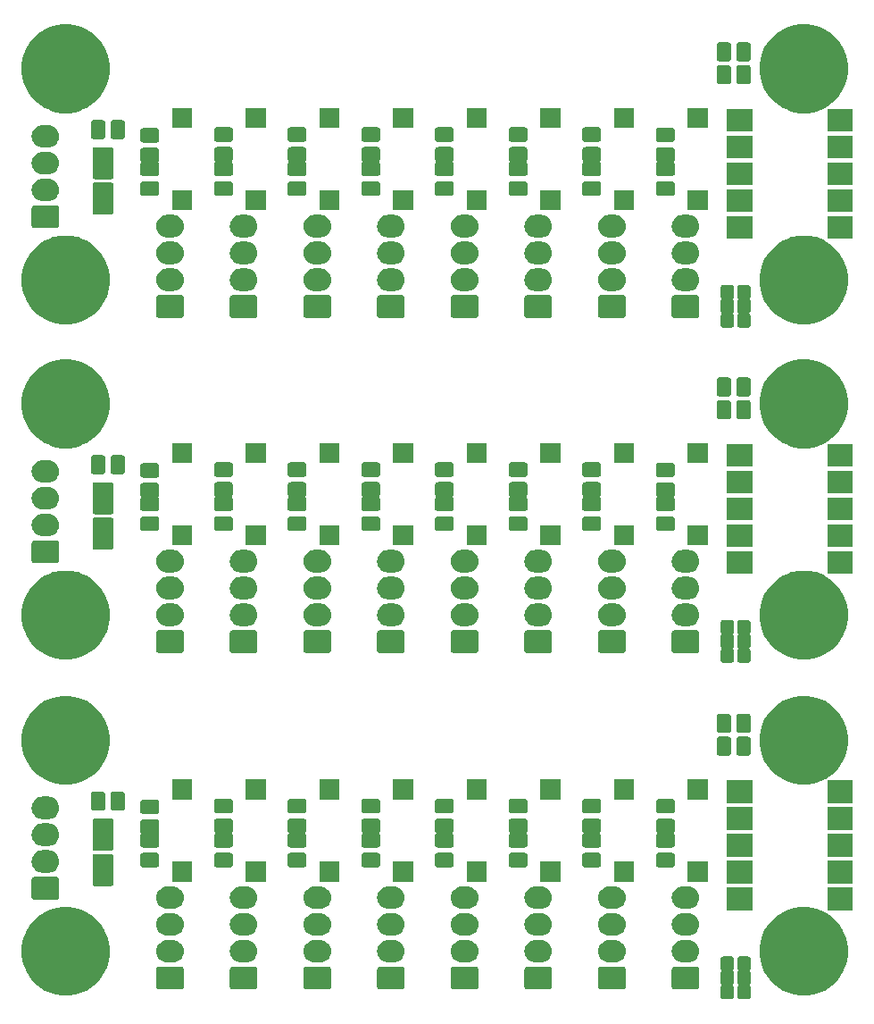
<source format=gts>
G04 #@! TF.GenerationSoftware,KiCad,Pcbnew,5.0.2+dfsg1-1~bpo9+1*
G04 #@! TF.CreationDate,2019-07-31T18:24:25+02:00*
G04 #@! TF.ProjectId,IO_BUTTON_BOARD,494f5f42-5554-4544-9f4e-5f424f415244,v1.0*
G04 #@! TF.SameCoordinates,Original*
G04 #@! TF.FileFunction,Soldermask,Top*
G04 #@! TF.FilePolarity,Negative*
%FSLAX46Y46*%
G04 Gerber Fmt 4.6, Leading zero omitted, Abs format (unit mm)*
G04 Created by KiCad (PCBNEW 5.0.2+dfsg1-1~bpo9+1) date mer. 31 juil. 2019 18:24:25 CEST*
%MOMM*%
%LPD*%
G01*
G04 APERTURE LIST*
%ADD10C,0.100000*%
G04 APERTURE END LIST*
D10*
G36*
X187959422Y-145024917D02*
X188007385Y-145039466D01*
X188051575Y-145063086D01*
X188090318Y-145094882D01*
X188122114Y-145133625D01*
X188145734Y-145177815D01*
X188160283Y-145225778D01*
X188165800Y-145281791D01*
X188165800Y-146107009D01*
X188160283Y-146163022D01*
X188145734Y-146210985D01*
X188122113Y-146255176D01*
X188105434Y-146275499D01*
X188091820Y-146295874D01*
X188082442Y-146318513D01*
X188077661Y-146342546D01*
X188077661Y-146367050D01*
X188082441Y-146391084D01*
X188091818Y-146413723D01*
X188105434Y-146434101D01*
X188122113Y-146454424D01*
X188145734Y-146498615D01*
X188160283Y-146546578D01*
X188165800Y-146602591D01*
X188165800Y-147427809D01*
X188160283Y-147483822D01*
X188145734Y-147531785D01*
X188122114Y-147575976D01*
X188084588Y-147621700D01*
X188070974Y-147642075D01*
X188061597Y-147664714D01*
X188056816Y-147688747D01*
X188056816Y-147713251D01*
X188061596Y-147737285D01*
X188070974Y-147759924D01*
X188084588Y-147780300D01*
X188122114Y-147826024D01*
X188145734Y-147870215D01*
X188160283Y-147918178D01*
X188165800Y-147974191D01*
X188165800Y-148799409D01*
X188160283Y-148855422D01*
X188145734Y-148903385D01*
X188122114Y-148947575D01*
X188090318Y-148986318D01*
X188051575Y-149018114D01*
X188007385Y-149041734D01*
X187959422Y-149056283D01*
X187903409Y-149061800D01*
X187153191Y-149061800D01*
X187097178Y-149056283D01*
X187049215Y-149041734D01*
X187005025Y-149018114D01*
X186966282Y-148986318D01*
X186934486Y-148947575D01*
X186910866Y-148903385D01*
X186896317Y-148855422D01*
X186890800Y-148799409D01*
X186890800Y-147974191D01*
X186896317Y-147918178D01*
X186910866Y-147870215D01*
X186934486Y-147826024D01*
X186972012Y-147780300D01*
X186985626Y-147759925D01*
X186995003Y-147737286D01*
X186999784Y-147713253D01*
X186999784Y-147688749D01*
X186995004Y-147664715D01*
X186985626Y-147642076D01*
X186972012Y-147621700D01*
X186934486Y-147575976D01*
X186910866Y-147531785D01*
X186896317Y-147483822D01*
X186890800Y-147427809D01*
X186890800Y-146602591D01*
X186896317Y-146546578D01*
X186910866Y-146498615D01*
X186934487Y-146454424D01*
X186951166Y-146434101D01*
X186964780Y-146413726D01*
X186974158Y-146391087D01*
X186978939Y-146367054D01*
X186978939Y-146342550D01*
X186974159Y-146318516D01*
X186964782Y-146295877D01*
X186951166Y-146275499D01*
X186934487Y-146255176D01*
X186910866Y-146210985D01*
X186896317Y-146163022D01*
X186890800Y-146107009D01*
X186890800Y-145281791D01*
X186896317Y-145225778D01*
X186910866Y-145177815D01*
X186934486Y-145133625D01*
X186966282Y-145094882D01*
X187005025Y-145063086D01*
X187049215Y-145039466D01*
X187097178Y-145024917D01*
X187153191Y-145019400D01*
X187903409Y-145019400D01*
X187959422Y-145024917D01*
X187959422Y-145024917D01*
G37*
G36*
X186384422Y-145024917D02*
X186432385Y-145039466D01*
X186476575Y-145063086D01*
X186515318Y-145094882D01*
X186547114Y-145133625D01*
X186570734Y-145177815D01*
X186585283Y-145225778D01*
X186590800Y-145281791D01*
X186590800Y-146107009D01*
X186585283Y-146163022D01*
X186570734Y-146210985D01*
X186547113Y-146255176D01*
X186530434Y-146275499D01*
X186516820Y-146295874D01*
X186507442Y-146318513D01*
X186502661Y-146342546D01*
X186502661Y-146367050D01*
X186507441Y-146391084D01*
X186516818Y-146413723D01*
X186530434Y-146434101D01*
X186547113Y-146454424D01*
X186570734Y-146498615D01*
X186585283Y-146546578D01*
X186590800Y-146602591D01*
X186590800Y-147427809D01*
X186585283Y-147483822D01*
X186570734Y-147531785D01*
X186547114Y-147575976D01*
X186509588Y-147621700D01*
X186495974Y-147642075D01*
X186486597Y-147664714D01*
X186481816Y-147688747D01*
X186481816Y-147713251D01*
X186486596Y-147737285D01*
X186495974Y-147759924D01*
X186509588Y-147780300D01*
X186547114Y-147826024D01*
X186570734Y-147870215D01*
X186585283Y-147918178D01*
X186590800Y-147974191D01*
X186590800Y-148799409D01*
X186585283Y-148855422D01*
X186570734Y-148903385D01*
X186547114Y-148947575D01*
X186515318Y-148986318D01*
X186476575Y-149018114D01*
X186432385Y-149041734D01*
X186384422Y-149056283D01*
X186328409Y-149061800D01*
X185578191Y-149061800D01*
X185522178Y-149056283D01*
X185474215Y-149041734D01*
X185430025Y-149018114D01*
X185391282Y-148986318D01*
X185359486Y-148947575D01*
X185335866Y-148903385D01*
X185321317Y-148855422D01*
X185315800Y-148799409D01*
X185315800Y-147974191D01*
X185321317Y-147918178D01*
X185335866Y-147870215D01*
X185359486Y-147826024D01*
X185397012Y-147780300D01*
X185410626Y-147759925D01*
X185420003Y-147737286D01*
X185424784Y-147713253D01*
X185424784Y-147688749D01*
X185420004Y-147664715D01*
X185410626Y-147642076D01*
X185397012Y-147621700D01*
X185359486Y-147575976D01*
X185335866Y-147531785D01*
X185321317Y-147483822D01*
X185315800Y-147427809D01*
X185315800Y-146602591D01*
X185321317Y-146546578D01*
X185335866Y-146498615D01*
X185359487Y-146454424D01*
X185376166Y-146434101D01*
X185389780Y-146413726D01*
X185399158Y-146391087D01*
X185403939Y-146367054D01*
X185403939Y-146342550D01*
X185399159Y-146318516D01*
X185389782Y-146295877D01*
X185376166Y-146275499D01*
X185359487Y-146255176D01*
X185335866Y-146210985D01*
X185321317Y-146163022D01*
X185315800Y-146107009D01*
X185315800Y-145281791D01*
X185321317Y-145225778D01*
X185335866Y-145177815D01*
X185359486Y-145133625D01*
X185391282Y-145094882D01*
X185430025Y-145063086D01*
X185474215Y-145039466D01*
X185522178Y-145024917D01*
X185578191Y-145019400D01*
X186328409Y-145019400D01*
X186384422Y-145024917D01*
X186384422Y-145024917D01*
G37*
G36*
X124431094Y-140499403D02*
X124878841Y-140684866D01*
X125195446Y-140816008D01*
X125608530Y-141092022D01*
X125883347Y-141275649D01*
X126468351Y-141860653D01*
X126468353Y-141860656D01*
X126927992Y-142548554D01*
X127009886Y-142746265D01*
X127244597Y-143312906D01*
X127406000Y-144124335D01*
X127406000Y-144951665D01*
X127244597Y-145763094D01*
X127099729Y-146112835D01*
X126927992Y-146527446D01*
X126471451Y-147210708D01*
X126468351Y-147215347D01*
X125883347Y-147800351D01*
X125883344Y-147800353D01*
X125195446Y-148259992D01*
X124878841Y-148391134D01*
X124431094Y-148576597D01*
X123619665Y-148738000D01*
X122792335Y-148738000D01*
X121980906Y-148576597D01*
X121533159Y-148391134D01*
X121216554Y-148259992D01*
X120528656Y-147800353D01*
X120528653Y-147800351D01*
X119943649Y-147215347D01*
X119940549Y-147210708D01*
X119484008Y-146527446D01*
X119312271Y-146112835D01*
X119167403Y-145763094D01*
X119006000Y-144951665D01*
X119006000Y-144124335D01*
X119167403Y-143312906D01*
X119402114Y-142746265D01*
X119484008Y-142548554D01*
X119943647Y-141860656D01*
X119943649Y-141860653D01*
X120528653Y-141275649D01*
X120803470Y-141092022D01*
X121216554Y-140816008D01*
X121533159Y-140684866D01*
X121980906Y-140499403D01*
X122792335Y-140338000D01*
X123619665Y-140338000D01*
X124431094Y-140499403D01*
X124431094Y-140499403D01*
G37*
G36*
X194431094Y-140499403D02*
X195195446Y-140816008D01*
X195267554Y-140864189D01*
X195289165Y-140875740D01*
X195289748Y-140875917D01*
X195290135Y-140876388D01*
X195309076Y-140891933D01*
X195368265Y-140931482D01*
X195883347Y-141275649D01*
X196468351Y-141860653D01*
X196468353Y-141860656D01*
X196927992Y-142548554D01*
X197009886Y-142746265D01*
X197244597Y-143312906D01*
X197406000Y-144124335D01*
X197406000Y-144951665D01*
X197244597Y-145763094D01*
X197099729Y-146112835D01*
X196927992Y-146527446D01*
X196471451Y-147210708D01*
X196468351Y-147215347D01*
X195883347Y-147800351D01*
X195883344Y-147800353D01*
X195195446Y-148259992D01*
X194878841Y-148391134D01*
X194431094Y-148576597D01*
X193619665Y-148738000D01*
X192792335Y-148738000D01*
X191980906Y-148576597D01*
X191533159Y-148391134D01*
X191216554Y-148259992D01*
X190528656Y-147800353D01*
X190528653Y-147800351D01*
X189943649Y-147215347D01*
X189940549Y-147210708D01*
X189484008Y-146527446D01*
X189312271Y-146112835D01*
X189167403Y-145763094D01*
X189006000Y-144951665D01*
X189006000Y-144124335D01*
X189167403Y-143312906D01*
X189402114Y-142746265D01*
X189484008Y-142548554D01*
X189943647Y-141860656D01*
X189943649Y-141860653D01*
X190528653Y-141275649D01*
X190803470Y-141092022D01*
X191216554Y-140816008D01*
X191533159Y-140684866D01*
X191980906Y-140499403D01*
X192792335Y-140338000D01*
X193619665Y-140338000D01*
X194431094Y-140499403D01*
X194431094Y-140499403D01*
G37*
G36*
X169145094Y-146000789D02*
X169185953Y-146013183D01*
X169223608Y-146033311D01*
X169256607Y-146060393D01*
X169283689Y-146093392D01*
X169303817Y-146131047D01*
X169316211Y-146171906D01*
X169321000Y-146220530D01*
X169321000Y-147911470D01*
X169316211Y-147960094D01*
X169303817Y-148000953D01*
X169283689Y-148038608D01*
X169256607Y-148071607D01*
X169223608Y-148098689D01*
X169185953Y-148118817D01*
X169145094Y-148131211D01*
X169096470Y-148136000D01*
X166945530Y-148136000D01*
X166896906Y-148131211D01*
X166856047Y-148118817D01*
X166818392Y-148098689D01*
X166785393Y-148071607D01*
X166758311Y-148038608D01*
X166738183Y-148000953D01*
X166725789Y-147960094D01*
X166721000Y-147911470D01*
X166721000Y-146220530D01*
X166725789Y-146171906D01*
X166738183Y-146131047D01*
X166758311Y-146093392D01*
X166785393Y-146060393D01*
X166818392Y-146033311D01*
X166856047Y-146013183D01*
X166896906Y-146000789D01*
X166945530Y-145996000D01*
X169096470Y-145996000D01*
X169145094Y-146000789D01*
X169145094Y-146000789D01*
G37*
G36*
X176130094Y-146000789D02*
X176170953Y-146013183D01*
X176208608Y-146033311D01*
X176241607Y-146060393D01*
X176268689Y-146093392D01*
X176288817Y-146131047D01*
X176301211Y-146171906D01*
X176306000Y-146220530D01*
X176306000Y-147911470D01*
X176301211Y-147960094D01*
X176288817Y-148000953D01*
X176268689Y-148038608D01*
X176241607Y-148071607D01*
X176208608Y-148098689D01*
X176170953Y-148118817D01*
X176130094Y-148131211D01*
X176081470Y-148136000D01*
X173930530Y-148136000D01*
X173881906Y-148131211D01*
X173841047Y-148118817D01*
X173803392Y-148098689D01*
X173770393Y-148071607D01*
X173743311Y-148038608D01*
X173723183Y-148000953D01*
X173710789Y-147960094D01*
X173706000Y-147911470D01*
X173706000Y-146220530D01*
X173710789Y-146171906D01*
X173723183Y-146131047D01*
X173743311Y-146093392D01*
X173770393Y-146060393D01*
X173803392Y-146033311D01*
X173841047Y-146013183D01*
X173881906Y-146000789D01*
X173930530Y-145996000D01*
X176081470Y-145996000D01*
X176130094Y-146000789D01*
X176130094Y-146000789D01*
G37*
G36*
X134220094Y-146000789D02*
X134260953Y-146013183D01*
X134298608Y-146033311D01*
X134331607Y-146060393D01*
X134358689Y-146093392D01*
X134378817Y-146131047D01*
X134391211Y-146171906D01*
X134396000Y-146220530D01*
X134396000Y-147911470D01*
X134391211Y-147960094D01*
X134378817Y-148000953D01*
X134358689Y-148038608D01*
X134331607Y-148071607D01*
X134298608Y-148098689D01*
X134260953Y-148118817D01*
X134220094Y-148131211D01*
X134171470Y-148136000D01*
X132020530Y-148136000D01*
X131971906Y-148131211D01*
X131931047Y-148118817D01*
X131893392Y-148098689D01*
X131860393Y-148071607D01*
X131833311Y-148038608D01*
X131813183Y-148000953D01*
X131800789Y-147960094D01*
X131796000Y-147911470D01*
X131796000Y-146220530D01*
X131800789Y-146171906D01*
X131813183Y-146131047D01*
X131833311Y-146093392D01*
X131860393Y-146060393D01*
X131893392Y-146033311D01*
X131931047Y-146013183D01*
X131971906Y-146000789D01*
X132020530Y-145996000D01*
X134171470Y-145996000D01*
X134220094Y-146000789D01*
X134220094Y-146000789D01*
G37*
G36*
X148190094Y-146000789D02*
X148230953Y-146013183D01*
X148268608Y-146033311D01*
X148301607Y-146060393D01*
X148328689Y-146093392D01*
X148348817Y-146131047D01*
X148361211Y-146171906D01*
X148366000Y-146220530D01*
X148366000Y-147911470D01*
X148361211Y-147960094D01*
X148348817Y-148000953D01*
X148328689Y-148038608D01*
X148301607Y-148071607D01*
X148268608Y-148098689D01*
X148230953Y-148118817D01*
X148190094Y-148131211D01*
X148141470Y-148136000D01*
X145990530Y-148136000D01*
X145941906Y-148131211D01*
X145901047Y-148118817D01*
X145863392Y-148098689D01*
X145830393Y-148071607D01*
X145803311Y-148038608D01*
X145783183Y-148000953D01*
X145770789Y-147960094D01*
X145766000Y-147911470D01*
X145766000Y-146220530D01*
X145770789Y-146171906D01*
X145783183Y-146131047D01*
X145803311Y-146093392D01*
X145830393Y-146060393D01*
X145863392Y-146033311D01*
X145901047Y-146013183D01*
X145941906Y-146000789D01*
X145990530Y-145996000D01*
X148141470Y-145996000D01*
X148190094Y-146000789D01*
X148190094Y-146000789D01*
G37*
G36*
X162160094Y-146000789D02*
X162200953Y-146013183D01*
X162238608Y-146033311D01*
X162271607Y-146060393D01*
X162298689Y-146093392D01*
X162318817Y-146131047D01*
X162331211Y-146171906D01*
X162336000Y-146220530D01*
X162336000Y-147911470D01*
X162331211Y-147960094D01*
X162318817Y-148000953D01*
X162298689Y-148038608D01*
X162271607Y-148071607D01*
X162238608Y-148098689D01*
X162200953Y-148118817D01*
X162160094Y-148131211D01*
X162111470Y-148136000D01*
X159960530Y-148136000D01*
X159911906Y-148131211D01*
X159871047Y-148118817D01*
X159833392Y-148098689D01*
X159800393Y-148071607D01*
X159773311Y-148038608D01*
X159753183Y-148000953D01*
X159740789Y-147960094D01*
X159736000Y-147911470D01*
X159736000Y-146220530D01*
X159740789Y-146171906D01*
X159753183Y-146131047D01*
X159773311Y-146093392D01*
X159800393Y-146060393D01*
X159833392Y-146033311D01*
X159871047Y-146013183D01*
X159911906Y-146000789D01*
X159960530Y-145996000D01*
X162111470Y-145996000D01*
X162160094Y-146000789D01*
X162160094Y-146000789D01*
G37*
G36*
X155175094Y-146000789D02*
X155215953Y-146013183D01*
X155253608Y-146033311D01*
X155286607Y-146060393D01*
X155313689Y-146093392D01*
X155333817Y-146131047D01*
X155346211Y-146171906D01*
X155351000Y-146220530D01*
X155351000Y-147911470D01*
X155346211Y-147960094D01*
X155333817Y-148000953D01*
X155313689Y-148038608D01*
X155286607Y-148071607D01*
X155253608Y-148098689D01*
X155215953Y-148118817D01*
X155175094Y-148131211D01*
X155126470Y-148136000D01*
X152975530Y-148136000D01*
X152926906Y-148131211D01*
X152886047Y-148118817D01*
X152848392Y-148098689D01*
X152815393Y-148071607D01*
X152788311Y-148038608D01*
X152768183Y-148000953D01*
X152755789Y-147960094D01*
X152751000Y-147911470D01*
X152751000Y-146220530D01*
X152755789Y-146171906D01*
X152768183Y-146131047D01*
X152788311Y-146093392D01*
X152815393Y-146060393D01*
X152848392Y-146033311D01*
X152886047Y-146013183D01*
X152926906Y-146000789D01*
X152975530Y-145996000D01*
X155126470Y-145996000D01*
X155175094Y-146000789D01*
X155175094Y-146000789D01*
G37*
G36*
X141205094Y-146000789D02*
X141245953Y-146013183D01*
X141283608Y-146033311D01*
X141316607Y-146060393D01*
X141343689Y-146093392D01*
X141363817Y-146131047D01*
X141376211Y-146171906D01*
X141381000Y-146220530D01*
X141381000Y-147911470D01*
X141376211Y-147960094D01*
X141363817Y-148000953D01*
X141343689Y-148038608D01*
X141316607Y-148071607D01*
X141283608Y-148098689D01*
X141245953Y-148118817D01*
X141205094Y-148131211D01*
X141156470Y-148136000D01*
X139005530Y-148136000D01*
X138956906Y-148131211D01*
X138916047Y-148118817D01*
X138878392Y-148098689D01*
X138845393Y-148071607D01*
X138818311Y-148038608D01*
X138798183Y-148000953D01*
X138785789Y-147960094D01*
X138781000Y-147911470D01*
X138781000Y-146220530D01*
X138785789Y-146171906D01*
X138798183Y-146131047D01*
X138818311Y-146093392D01*
X138845393Y-146060393D01*
X138878392Y-146033311D01*
X138916047Y-146013183D01*
X138956906Y-146000789D01*
X139005530Y-145996000D01*
X141156470Y-145996000D01*
X141205094Y-146000789D01*
X141205094Y-146000789D01*
G37*
G36*
X183115094Y-146000789D02*
X183155953Y-146013183D01*
X183193608Y-146033311D01*
X183226607Y-146060393D01*
X183253689Y-146093392D01*
X183273817Y-146131047D01*
X183286211Y-146171906D01*
X183291000Y-146220530D01*
X183291000Y-147911470D01*
X183286211Y-147960094D01*
X183273817Y-148000953D01*
X183253689Y-148038608D01*
X183226607Y-148071607D01*
X183193608Y-148098689D01*
X183155953Y-148118817D01*
X183115094Y-148131211D01*
X183066470Y-148136000D01*
X180915530Y-148136000D01*
X180866906Y-148131211D01*
X180826047Y-148118817D01*
X180788392Y-148098689D01*
X180755393Y-148071607D01*
X180728311Y-148038608D01*
X180708183Y-148000953D01*
X180695789Y-147960094D01*
X180691000Y-147911470D01*
X180691000Y-146220530D01*
X180695789Y-146171906D01*
X180708183Y-146131047D01*
X180728311Y-146093392D01*
X180755393Y-146060393D01*
X180788392Y-146033311D01*
X180826047Y-146013183D01*
X180866906Y-146000789D01*
X180915530Y-145996000D01*
X183066470Y-145996000D01*
X183115094Y-146000789D01*
X183115094Y-146000789D01*
G37*
G36*
X175340962Y-143461161D02*
X175445757Y-143471482D01*
X175594971Y-143516746D01*
X175647456Y-143532667D01*
X175833337Y-143632022D01*
X175996265Y-143765735D01*
X176129978Y-143928663D01*
X176229333Y-144114544D01*
X176229334Y-144114548D01*
X176290518Y-144316243D01*
X176311177Y-144526000D01*
X176290518Y-144735757D01*
X176245254Y-144884971D01*
X176229333Y-144937456D01*
X176129978Y-145123337D01*
X175996265Y-145286265D01*
X175833337Y-145419978D01*
X175647456Y-145519333D01*
X175594971Y-145535254D01*
X175445757Y-145580518D01*
X175340962Y-145590839D01*
X175288565Y-145596000D01*
X174723435Y-145596000D01*
X174671038Y-145590839D01*
X174566243Y-145580518D01*
X174417029Y-145535254D01*
X174364544Y-145519333D01*
X174178663Y-145419978D01*
X174015735Y-145286265D01*
X173882022Y-145123337D01*
X173782667Y-144937456D01*
X173766746Y-144884971D01*
X173721482Y-144735757D01*
X173700823Y-144526000D01*
X173721482Y-144316243D01*
X173782666Y-144114548D01*
X173782667Y-144114544D01*
X173882022Y-143928663D01*
X174015735Y-143765735D01*
X174178663Y-143632022D01*
X174364544Y-143532667D01*
X174417029Y-143516746D01*
X174566243Y-143471482D01*
X174671038Y-143461161D01*
X174723435Y-143456000D01*
X175288565Y-143456000D01*
X175340962Y-143461161D01*
X175340962Y-143461161D01*
G37*
G36*
X140415962Y-143461161D02*
X140520757Y-143471482D01*
X140669971Y-143516746D01*
X140722456Y-143532667D01*
X140908337Y-143632022D01*
X141071265Y-143765735D01*
X141204978Y-143928663D01*
X141304333Y-144114544D01*
X141304334Y-144114548D01*
X141365518Y-144316243D01*
X141386177Y-144526000D01*
X141365518Y-144735757D01*
X141320254Y-144884971D01*
X141304333Y-144937456D01*
X141204978Y-145123337D01*
X141071265Y-145286265D01*
X140908337Y-145419978D01*
X140722456Y-145519333D01*
X140669971Y-145535254D01*
X140520757Y-145580518D01*
X140415962Y-145590839D01*
X140363565Y-145596000D01*
X139798435Y-145596000D01*
X139746038Y-145590839D01*
X139641243Y-145580518D01*
X139492029Y-145535254D01*
X139439544Y-145519333D01*
X139253663Y-145419978D01*
X139090735Y-145286265D01*
X138957022Y-145123337D01*
X138857667Y-144937456D01*
X138841746Y-144884971D01*
X138796482Y-144735757D01*
X138775823Y-144526000D01*
X138796482Y-144316243D01*
X138857666Y-144114548D01*
X138857667Y-144114544D01*
X138957022Y-143928663D01*
X139090735Y-143765735D01*
X139253663Y-143632022D01*
X139439544Y-143532667D01*
X139492029Y-143516746D01*
X139641243Y-143471482D01*
X139746038Y-143461161D01*
X139798435Y-143456000D01*
X140363565Y-143456000D01*
X140415962Y-143461161D01*
X140415962Y-143461161D01*
G37*
G36*
X182325962Y-143461161D02*
X182430757Y-143471482D01*
X182579971Y-143516746D01*
X182632456Y-143532667D01*
X182818337Y-143632022D01*
X182981265Y-143765735D01*
X183114978Y-143928663D01*
X183214333Y-144114544D01*
X183214334Y-144114548D01*
X183275518Y-144316243D01*
X183296177Y-144526000D01*
X183275518Y-144735757D01*
X183230254Y-144884971D01*
X183214333Y-144937456D01*
X183114978Y-145123337D01*
X182981265Y-145286265D01*
X182818337Y-145419978D01*
X182632456Y-145519333D01*
X182579971Y-145535254D01*
X182430757Y-145580518D01*
X182325962Y-145590839D01*
X182273565Y-145596000D01*
X181708435Y-145596000D01*
X181656038Y-145590839D01*
X181551243Y-145580518D01*
X181402029Y-145535254D01*
X181349544Y-145519333D01*
X181163663Y-145419978D01*
X181000735Y-145286265D01*
X180867022Y-145123337D01*
X180767667Y-144937456D01*
X180751746Y-144884971D01*
X180706482Y-144735757D01*
X180685823Y-144526000D01*
X180706482Y-144316243D01*
X180767666Y-144114548D01*
X180767667Y-144114544D01*
X180867022Y-143928663D01*
X181000735Y-143765735D01*
X181163663Y-143632022D01*
X181349544Y-143532667D01*
X181402029Y-143516746D01*
X181551243Y-143471482D01*
X181656038Y-143461161D01*
X181708435Y-143456000D01*
X182273565Y-143456000D01*
X182325962Y-143461161D01*
X182325962Y-143461161D01*
G37*
G36*
X168355962Y-143461161D02*
X168460757Y-143471482D01*
X168609971Y-143516746D01*
X168662456Y-143532667D01*
X168848337Y-143632022D01*
X169011265Y-143765735D01*
X169144978Y-143928663D01*
X169244333Y-144114544D01*
X169244334Y-144114548D01*
X169305518Y-144316243D01*
X169326177Y-144526000D01*
X169305518Y-144735757D01*
X169260254Y-144884971D01*
X169244333Y-144937456D01*
X169144978Y-145123337D01*
X169011265Y-145286265D01*
X168848337Y-145419978D01*
X168662456Y-145519333D01*
X168609971Y-145535254D01*
X168460757Y-145580518D01*
X168355962Y-145590839D01*
X168303565Y-145596000D01*
X167738435Y-145596000D01*
X167686038Y-145590839D01*
X167581243Y-145580518D01*
X167432029Y-145535254D01*
X167379544Y-145519333D01*
X167193663Y-145419978D01*
X167030735Y-145286265D01*
X166897022Y-145123337D01*
X166797667Y-144937456D01*
X166781746Y-144884971D01*
X166736482Y-144735757D01*
X166715823Y-144526000D01*
X166736482Y-144316243D01*
X166797666Y-144114548D01*
X166797667Y-144114544D01*
X166897022Y-143928663D01*
X167030735Y-143765735D01*
X167193663Y-143632022D01*
X167379544Y-143532667D01*
X167432029Y-143516746D01*
X167581243Y-143471482D01*
X167686038Y-143461161D01*
X167738435Y-143456000D01*
X168303565Y-143456000D01*
X168355962Y-143461161D01*
X168355962Y-143461161D01*
G37*
G36*
X154385962Y-143461161D02*
X154490757Y-143471482D01*
X154639971Y-143516746D01*
X154692456Y-143532667D01*
X154878337Y-143632022D01*
X155041265Y-143765735D01*
X155174978Y-143928663D01*
X155274333Y-144114544D01*
X155274334Y-144114548D01*
X155335518Y-144316243D01*
X155356177Y-144526000D01*
X155335518Y-144735757D01*
X155290254Y-144884971D01*
X155274333Y-144937456D01*
X155174978Y-145123337D01*
X155041265Y-145286265D01*
X154878337Y-145419978D01*
X154692456Y-145519333D01*
X154639971Y-145535254D01*
X154490757Y-145580518D01*
X154385962Y-145590839D01*
X154333565Y-145596000D01*
X153768435Y-145596000D01*
X153716038Y-145590839D01*
X153611243Y-145580518D01*
X153462029Y-145535254D01*
X153409544Y-145519333D01*
X153223663Y-145419978D01*
X153060735Y-145286265D01*
X152927022Y-145123337D01*
X152827667Y-144937456D01*
X152811746Y-144884971D01*
X152766482Y-144735757D01*
X152745823Y-144526000D01*
X152766482Y-144316243D01*
X152827666Y-144114548D01*
X152827667Y-144114544D01*
X152927022Y-143928663D01*
X153060735Y-143765735D01*
X153223663Y-143632022D01*
X153409544Y-143532667D01*
X153462029Y-143516746D01*
X153611243Y-143471482D01*
X153716038Y-143461161D01*
X153768435Y-143456000D01*
X154333565Y-143456000D01*
X154385962Y-143461161D01*
X154385962Y-143461161D01*
G37*
G36*
X161370962Y-143461161D02*
X161475757Y-143471482D01*
X161624971Y-143516746D01*
X161677456Y-143532667D01*
X161863337Y-143632022D01*
X162026265Y-143765735D01*
X162159978Y-143928663D01*
X162259333Y-144114544D01*
X162259334Y-144114548D01*
X162320518Y-144316243D01*
X162341177Y-144526000D01*
X162320518Y-144735757D01*
X162275254Y-144884971D01*
X162259333Y-144937456D01*
X162159978Y-145123337D01*
X162026265Y-145286265D01*
X161863337Y-145419978D01*
X161677456Y-145519333D01*
X161624971Y-145535254D01*
X161475757Y-145580518D01*
X161370962Y-145590839D01*
X161318565Y-145596000D01*
X160753435Y-145596000D01*
X160701038Y-145590839D01*
X160596243Y-145580518D01*
X160447029Y-145535254D01*
X160394544Y-145519333D01*
X160208663Y-145419978D01*
X160045735Y-145286265D01*
X159912022Y-145123337D01*
X159812667Y-144937456D01*
X159796746Y-144884971D01*
X159751482Y-144735757D01*
X159730823Y-144526000D01*
X159751482Y-144316243D01*
X159812666Y-144114548D01*
X159812667Y-144114544D01*
X159912022Y-143928663D01*
X160045735Y-143765735D01*
X160208663Y-143632022D01*
X160394544Y-143532667D01*
X160447029Y-143516746D01*
X160596243Y-143471482D01*
X160701038Y-143461161D01*
X160753435Y-143456000D01*
X161318565Y-143456000D01*
X161370962Y-143461161D01*
X161370962Y-143461161D01*
G37*
G36*
X147400962Y-143461161D02*
X147505757Y-143471482D01*
X147654971Y-143516746D01*
X147707456Y-143532667D01*
X147893337Y-143632022D01*
X148056265Y-143765735D01*
X148189978Y-143928663D01*
X148289333Y-144114544D01*
X148289334Y-144114548D01*
X148350518Y-144316243D01*
X148371177Y-144526000D01*
X148350518Y-144735757D01*
X148305254Y-144884971D01*
X148289333Y-144937456D01*
X148189978Y-145123337D01*
X148056265Y-145286265D01*
X147893337Y-145419978D01*
X147707456Y-145519333D01*
X147654971Y-145535254D01*
X147505757Y-145580518D01*
X147400962Y-145590839D01*
X147348565Y-145596000D01*
X146783435Y-145596000D01*
X146731038Y-145590839D01*
X146626243Y-145580518D01*
X146477029Y-145535254D01*
X146424544Y-145519333D01*
X146238663Y-145419978D01*
X146075735Y-145286265D01*
X145942022Y-145123337D01*
X145842667Y-144937456D01*
X145826746Y-144884971D01*
X145781482Y-144735757D01*
X145760823Y-144526000D01*
X145781482Y-144316243D01*
X145842666Y-144114548D01*
X145842667Y-144114544D01*
X145942022Y-143928663D01*
X146075735Y-143765735D01*
X146238663Y-143632022D01*
X146424544Y-143532667D01*
X146477029Y-143516746D01*
X146626243Y-143471482D01*
X146731038Y-143461161D01*
X146783435Y-143456000D01*
X147348565Y-143456000D01*
X147400962Y-143461161D01*
X147400962Y-143461161D01*
G37*
G36*
X133430962Y-143461161D02*
X133535757Y-143471482D01*
X133684971Y-143516746D01*
X133737456Y-143532667D01*
X133923337Y-143632022D01*
X134086265Y-143765735D01*
X134219978Y-143928663D01*
X134319333Y-144114544D01*
X134319334Y-144114548D01*
X134380518Y-144316243D01*
X134401177Y-144526000D01*
X134380518Y-144735757D01*
X134335254Y-144884971D01*
X134319333Y-144937456D01*
X134219978Y-145123337D01*
X134086265Y-145286265D01*
X133923337Y-145419978D01*
X133737456Y-145519333D01*
X133684971Y-145535254D01*
X133535757Y-145580518D01*
X133430962Y-145590839D01*
X133378565Y-145596000D01*
X132813435Y-145596000D01*
X132761038Y-145590839D01*
X132656243Y-145580518D01*
X132507029Y-145535254D01*
X132454544Y-145519333D01*
X132268663Y-145419978D01*
X132105735Y-145286265D01*
X131972022Y-145123337D01*
X131872667Y-144937456D01*
X131856746Y-144884971D01*
X131811482Y-144735757D01*
X131790823Y-144526000D01*
X131811482Y-144316243D01*
X131872666Y-144114548D01*
X131872667Y-144114544D01*
X131972022Y-143928663D01*
X132105735Y-143765735D01*
X132268663Y-143632022D01*
X132454544Y-143532667D01*
X132507029Y-143516746D01*
X132656243Y-143471482D01*
X132761038Y-143461161D01*
X132813435Y-143456000D01*
X133378565Y-143456000D01*
X133430962Y-143461161D01*
X133430962Y-143461161D01*
G37*
G36*
X161370962Y-140921161D02*
X161475757Y-140931482D01*
X161624971Y-140976746D01*
X161677456Y-140992667D01*
X161863337Y-141092022D01*
X162026265Y-141225735D01*
X162159978Y-141388663D01*
X162259333Y-141574544D01*
X162259334Y-141574548D01*
X162320518Y-141776243D01*
X162341177Y-141986000D01*
X162320518Y-142195757D01*
X162275254Y-142344971D01*
X162259333Y-142397456D01*
X162159978Y-142583337D01*
X162026265Y-142746265D01*
X161863337Y-142879978D01*
X161677456Y-142979333D01*
X161624971Y-142995254D01*
X161475757Y-143040518D01*
X161370962Y-143050839D01*
X161318565Y-143056000D01*
X160753435Y-143056000D01*
X160701038Y-143050839D01*
X160596243Y-143040518D01*
X160447029Y-142995254D01*
X160394544Y-142979333D01*
X160208663Y-142879978D01*
X160045735Y-142746265D01*
X159912022Y-142583337D01*
X159812667Y-142397456D01*
X159796746Y-142344971D01*
X159751482Y-142195757D01*
X159730823Y-141986000D01*
X159751482Y-141776243D01*
X159812666Y-141574548D01*
X159812667Y-141574544D01*
X159912022Y-141388663D01*
X160045735Y-141225735D01*
X160208663Y-141092022D01*
X160394544Y-140992667D01*
X160447029Y-140976746D01*
X160596243Y-140931482D01*
X160701038Y-140921161D01*
X160753435Y-140916000D01*
X161318565Y-140916000D01*
X161370962Y-140921161D01*
X161370962Y-140921161D01*
G37*
G36*
X182325962Y-140921161D02*
X182430757Y-140931482D01*
X182579971Y-140976746D01*
X182632456Y-140992667D01*
X182818337Y-141092022D01*
X182981265Y-141225735D01*
X183114978Y-141388663D01*
X183214333Y-141574544D01*
X183214334Y-141574548D01*
X183275518Y-141776243D01*
X183296177Y-141986000D01*
X183275518Y-142195757D01*
X183230254Y-142344971D01*
X183214333Y-142397456D01*
X183114978Y-142583337D01*
X182981265Y-142746265D01*
X182818337Y-142879978D01*
X182632456Y-142979333D01*
X182579971Y-142995254D01*
X182430757Y-143040518D01*
X182325962Y-143050839D01*
X182273565Y-143056000D01*
X181708435Y-143056000D01*
X181656038Y-143050839D01*
X181551243Y-143040518D01*
X181402029Y-142995254D01*
X181349544Y-142979333D01*
X181163663Y-142879978D01*
X181000735Y-142746265D01*
X180867022Y-142583337D01*
X180767667Y-142397456D01*
X180751746Y-142344971D01*
X180706482Y-142195757D01*
X180685823Y-141986000D01*
X180706482Y-141776243D01*
X180767666Y-141574548D01*
X180767667Y-141574544D01*
X180867022Y-141388663D01*
X181000735Y-141225735D01*
X181163663Y-141092022D01*
X181349544Y-140992667D01*
X181402029Y-140976746D01*
X181551243Y-140931482D01*
X181656038Y-140921161D01*
X181708435Y-140916000D01*
X182273565Y-140916000D01*
X182325962Y-140921161D01*
X182325962Y-140921161D01*
G37*
G36*
X175340962Y-140921161D02*
X175445757Y-140931482D01*
X175594971Y-140976746D01*
X175647456Y-140992667D01*
X175833337Y-141092022D01*
X175996265Y-141225735D01*
X176129978Y-141388663D01*
X176229333Y-141574544D01*
X176229334Y-141574548D01*
X176290518Y-141776243D01*
X176311177Y-141986000D01*
X176290518Y-142195757D01*
X176245254Y-142344971D01*
X176229333Y-142397456D01*
X176129978Y-142583337D01*
X175996265Y-142746265D01*
X175833337Y-142879978D01*
X175647456Y-142979333D01*
X175594971Y-142995254D01*
X175445757Y-143040518D01*
X175340962Y-143050839D01*
X175288565Y-143056000D01*
X174723435Y-143056000D01*
X174671038Y-143050839D01*
X174566243Y-143040518D01*
X174417029Y-142995254D01*
X174364544Y-142979333D01*
X174178663Y-142879978D01*
X174015735Y-142746265D01*
X173882022Y-142583337D01*
X173782667Y-142397456D01*
X173766746Y-142344971D01*
X173721482Y-142195757D01*
X173700823Y-141986000D01*
X173721482Y-141776243D01*
X173782666Y-141574548D01*
X173782667Y-141574544D01*
X173882022Y-141388663D01*
X174015735Y-141225735D01*
X174178663Y-141092022D01*
X174364544Y-140992667D01*
X174417029Y-140976746D01*
X174566243Y-140931482D01*
X174671038Y-140921161D01*
X174723435Y-140916000D01*
X175288565Y-140916000D01*
X175340962Y-140921161D01*
X175340962Y-140921161D01*
G37*
G36*
X133430962Y-140921161D02*
X133535757Y-140931482D01*
X133684971Y-140976746D01*
X133737456Y-140992667D01*
X133923337Y-141092022D01*
X134086265Y-141225735D01*
X134219978Y-141388663D01*
X134319333Y-141574544D01*
X134319334Y-141574548D01*
X134380518Y-141776243D01*
X134401177Y-141986000D01*
X134380518Y-142195757D01*
X134335254Y-142344971D01*
X134319333Y-142397456D01*
X134219978Y-142583337D01*
X134086265Y-142746265D01*
X133923337Y-142879978D01*
X133737456Y-142979333D01*
X133684971Y-142995254D01*
X133535757Y-143040518D01*
X133430962Y-143050839D01*
X133378565Y-143056000D01*
X132813435Y-143056000D01*
X132761038Y-143050839D01*
X132656243Y-143040518D01*
X132507029Y-142995254D01*
X132454544Y-142979333D01*
X132268663Y-142879978D01*
X132105735Y-142746265D01*
X131972022Y-142583337D01*
X131872667Y-142397456D01*
X131856746Y-142344971D01*
X131811482Y-142195757D01*
X131790823Y-141986000D01*
X131811482Y-141776243D01*
X131872666Y-141574548D01*
X131872667Y-141574544D01*
X131972022Y-141388663D01*
X132105735Y-141225735D01*
X132268663Y-141092022D01*
X132454544Y-140992667D01*
X132507029Y-140976746D01*
X132656243Y-140931482D01*
X132761038Y-140921161D01*
X132813435Y-140916000D01*
X133378565Y-140916000D01*
X133430962Y-140921161D01*
X133430962Y-140921161D01*
G37*
G36*
X147400962Y-140921161D02*
X147505757Y-140931482D01*
X147654971Y-140976746D01*
X147707456Y-140992667D01*
X147893337Y-141092022D01*
X148056265Y-141225735D01*
X148189978Y-141388663D01*
X148289333Y-141574544D01*
X148289334Y-141574548D01*
X148350518Y-141776243D01*
X148371177Y-141986000D01*
X148350518Y-142195757D01*
X148305254Y-142344971D01*
X148289333Y-142397456D01*
X148189978Y-142583337D01*
X148056265Y-142746265D01*
X147893337Y-142879978D01*
X147707456Y-142979333D01*
X147654971Y-142995254D01*
X147505757Y-143040518D01*
X147400962Y-143050839D01*
X147348565Y-143056000D01*
X146783435Y-143056000D01*
X146731038Y-143050839D01*
X146626243Y-143040518D01*
X146477029Y-142995254D01*
X146424544Y-142979333D01*
X146238663Y-142879978D01*
X146075735Y-142746265D01*
X145942022Y-142583337D01*
X145842667Y-142397456D01*
X145826746Y-142344971D01*
X145781482Y-142195757D01*
X145760823Y-141986000D01*
X145781482Y-141776243D01*
X145842666Y-141574548D01*
X145842667Y-141574544D01*
X145942022Y-141388663D01*
X146075735Y-141225735D01*
X146238663Y-141092022D01*
X146424544Y-140992667D01*
X146477029Y-140976746D01*
X146626243Y-140931482D01*
X146731038Y-140921161D01*
X146783435Y-140916000D01*
X147348565Y-140916000D01*
X147400962Y-140921161D01*
X147400962Y-140921161D01*
G37*
G36*
X154385962Y-140921161D02*
X154490757Y-140931482D01*
X154639971Y-140976746D01*
X154692456Y-140992667D01*
X154878337Y-141092022D01*
X155041265Y-141225735D01*
X155174978Y-141388663D01*
X155274333Y-141574544D01*
X155274334Y-141574548D01*
X155335518Y-141776243D01*
X155356177Y-141986000D01*
X155335518Y-142195757D01*
X155290254Y-142344971D01*
X155274333Y-142397456D01*
X155174978Y-142583337D01*
X155041265Y-142746265D01*
X154878337Y-142879978D01*
X154692456Y-142979333D01*
X154639971Y-142995254D01*
X154490757Y-143040518D01*
X154385962Y-143050839D01*
X154333565Y-143056000D01*
X153768435Y-143056000D01*
X153716038Y-143050839D01*
X153611243Y-143040518D01*
X153462029Y-142995254D01*
X153409544Y-142979333D01*
X153223663Y-142879978D01*
X153060735Y-142746265D01*
X152927022Y-142583337D01*
X152827667Y-142397456D01*
X152811746Y-142344971D01*
X152766482Y-142195757D01*
X152745823Y-141986000D01*
X152766482Y-141776243D01*
X152827666Y-141574548D01*
X152827667Y-141574544D01*
X152927022Y-141388663D01*
X153060735Y-141225735D01*
X153223663Y-141092022D01*
X153409544Y-140992667D01*
X153462029Y-140976746D01*
X153611243Y-140931482D01*
X153716038Y-140921161D01*
X153768435Y-140916000D01*
X154333565Y-140916000D01*
X154385962Y-140921161D01*
X154385962Y-140921161D01*
G37*
G36*
X168355962Y-140921161D02*
X168460757Y-140931482D01*
X168609971Y-140976746D01*
X168662456Y-140992667D01*
X168848337Y-141092022D01*
X169011265Y-141225735D01*
X169144978Y-141388663D01*
X169244333Y-141574544D01*
X169244334Y-141574548D01*
X169305518Y-141776243D01*
X169326177Y-141986000D01*
X169305518Y-142195757D01*
X169260254Y-142344971D01*
X169244333Y-142397456D01*
X169144978Y-142583337D01*
X169011265Y-142746265D01*
X168848337Y-142879978D01*
X168662456Y-142979333D01*
X168609971Y-142995254D01*
X168460757Y-143040518D01*
X168355962Y-143050839D01*
X168303565Y-143056000D01*
X167738435Y-143056000D01*
X167686038Y-143050839D01*
X167581243Y-143040518D01*
X167432029Y-142995254D01*
X167379544Y-142979333D01*
X167193663Y-142879978D01*
X167030735Y-142746265D01*
X166897022Y-142583337D01*
X166797667Y-142397456D01*
X166781746Y-142344971D01*
X166736482Y-142195757D01*
X166715823Y-141986000D01*
X166736482Y-141776243D01*
X166797666Y-141574548D01*
X166797667Y-141574544D01*
X166897022Y-141388663D01*
X167030735Y-141225735D01*
X167193663Y-141092022D01*
X167379544Y-140992667D01*
X167432029Y-140976746D01*
X167581243Y-140931482D01*
X167686038Y-140921161D01*
X167738435Y-140916000D01*
X168303565Y-140916000D01*
X168355962Y-140921161D01*
X168355962Y-140921161D01*
G37*
G36*
X140415962Y-140921161D02*
X140520757Y-140931482D01*
X140669971Y-140976746D01*
X140722456Y-140992667D01*
X140908337Y-141092022D01*
X141071265Y-141225735D01*
X141204978Y-141388663D01*
X141304333Y-141574544D01*
X141304334Y-141574548D01*
X141365518Y-141776243D01*
X141386177Y-141986000D01*
X141365518Y-142195757D01*
X141320254Y-142344971D01*
X141304333Y-142397456D01*
X141204978Y-142583337D01*
X141071265Y-142746265D01*
X140908337Y-142879978D01*
X140722456Y-142979333D01*
X140669971Y-142995254D01*
X140520757Y-143040518D01*
X140415962Y-143050839D01*
X140363565Y-143056000D01*
X139798435Y-143056000D01*
X139746038Y-143050839D01*
X139641243Y-143040518D01*
X139492029Y-142995254D01*
X139439544Y-142979333D01*
X139253663Y-142879978D01*
X139090735Y-142746265D01*
X138957022Y-142583337D01*
X138857667Y-142397456D01*
X138841746Y-142344971D01*
X138796482Y-142195757D01*
X138775823Y-141986000D01*
X138796482Y-141776243D01*
X138857666Y-141574548D01*
X138857667Y-141574544D01*
X138957022Y-141388663D01*
X139090735Y-141225735D01*
X139253663Y-141092022D01*
X139439544Y-140992667D01*
X139492029Y-140976746D01*
X139641243Y-140931482D01*
X139746038Y-140921161D01*
X139798435Y-140916000D01*
X140363565Y-140916000D01*
X140415962Y-140921161D01*
X140415962Y-140921161D01*
G37*
G36*
X197862000Y-140663000D02*
X195462000Y-140663000D01*
X195462000Y-138483000D01*
X197862000Y-138483000D01*
X197862000Y-140663000D01*
X197862000Y-140663000D01*
G37*
G36*
X188332000Y-140663000D02*
X185932000Y-140663000D01*
X185932000Y-138483000D01*
X188332000Y-138483000D01*
X188332000Y-140663000D01*
X188332000Y-140663000D01*
G37*
G36*
X175340962Y-138381161D02*
X175445757Y-138391482D01*
X175594971Y-138436746D01*
X175647456Y-138452667D01*
X175833337Y-138552022D01*
X175996265Y-138685735D01*
X176129978Y-138848663D01*
X176229333Y-139034544D01*
X176229334Y-139034548D01*
X176290518Y-139236243D01*
X176311177Y-139446000D01*
X176290518Y-139655757D01*
X176245254Y-139804971D01*
X176229333Y-139857456D01*
X176129978Y-140043337D01*
X175996265Y-140206265D01*
X175833337Y-140339978D01*
X175647456Y-140439333D01*
X175594971Y-140455254D01*
X175445757Y-140500518D01*
X175340962Y-140510839D01*
X175288565Y-140516000D01*
X174723435Y-140516000D01*
X174671038Y-140510839D01*
X174566243Y-140500518D01*
X174417029Y-140455254D01*
X174364544Y-140439333D01*
X174178663Y-140339978D01*
X174015735Y-140206265D01*
X173882022Y-140043337D01*
X173782667Y-139857456D01*
X173766746Y-139804971D01*
X173721482Y-139655757D01*
X173700823Y-139446000D01*
X173721482Y-139236243D01*
X173782666Y-139034548D01*
X173782667Y-139034544D01*
X173882022Y-138848663D01*
X174015735Y-138685735D01*
X174178663Y-138552022D01*
X174364544Y-138452667D01*
X174417029Y-138436746D01*
X174566243Y-138391482D01*
X174671038Y-138381161D01*
X174723435Y-138376000D01*
X175288565Y-138376000D01*
X175340962Y-138381161D01*
X175340962Y-138381161D01*
G37*
G36*
X154385962Y-138381161D02*
X154490757Y-138391482D01*
X154639971Y-138436746D01*
X154692456Y-138452667D01*
X154878337Y-138552022D01*
X155041265Y-138685735D01*
X155174978Y-138848663D01*
X155274333Y-139034544D01*
X155274334Y-139034548D01*
X155335518Y-139236243D01*
X155356177Y-139446000D01*
X155335518Y-139655757D01*
X155290254Y-139804971D01*
X155274333Y-139857456D01*
X155174978Y-140043337D01*
X155041265Y-140206265D01*
X154878337Y-140339978D01*
X154692456Y-140439333D01*
X154639971Y-140455254D01*
X154490757Y-140500518D01*
X154385962Y-140510839D01*
X154333565Y-140516000D01*
X153768435Y-140516000D01*
X153716038Y-140510839D01*
X153611243Y-140500518D01*
X153462029Y-140455254D01*
X153409544Y-140439333D01*
X153223663Y-140339978D01*
X153060735Y-140206265D01*
X152927022Y-140043337D01*
X152827667Y-139857456D01*
X152811746Y-139804971D01*
X152766482Y-139655757D01*
X152745823Y-139446000D01*
X152766482Y-139236243D01*
X152827666Y-139034548D01*
X152827667Y-139034544D01*
X152927022Y-138848663D01*
X153060735Y-138685735D01*
X153223663Y-138552022D01*
X153409544Y-138452667D01*
X153462029Y-138436746D01*
X153611243Y-138391482D01*
X153716038Y-138381161D01*
X153768435Y-138376000D01*
X154333565Y-138376000D01*
X154385962Y-138381161D01*
X154385962Y-138381161D01*
G37*
G36*
X147400962Y-138381161D02*
X147505757Y-138391482D01*
X147654971Y-138436746D01*
X147707456Y-138452667D01*
X147893337Y-138552022D01*
X148056265Y-138685735D01*
X148189978Y-138848663D01*
X148289333Y-139034544D01*
X148289334Y-139034548D01*
X148350518Y-139236243D01*
X148371177Y-139446000D01*
X148350518Y-139655757D01*
X148305254Y-139804971D01*
X148289333Y-139857456D01*
X148189978Y-140043337D01*
X148056265Y-140206265D01*
X147893337Y-140339978D01*
X147707456Y-140439333D01*
X147654971Y-140455254D01*
X147505757Y-140500518D01*
X147400962Y-140510839D01*
X147348565Y-140516000D01*
X146783435Y-140516000D01*
X146731038Y-140510839D01*
X146626243Y-140500518D01*
X146477029Y-140455254D01*
X146424544Y-140439333D01*
X146238663Y-140339978D01*
X146075735Y-140206265D01*
X145942022Y-140043337D01*
X145842667Y-139857456D01*
X145826746Y-139804971D01*
X145781482Y-139655757D01*
X145760823Y-139446000D01*
X145781482Y-139236243D01*
X145842666Y-139034548D01*
X145842667Y-139034544D01*
X145942022Y-138848663D01*
X146075735Y-138685735D01*
X146238663Y-138552022D01*
X146424544Y-138452667D01*
X146477029Y-138436746D01*
X146626243Y-138391482D01*
X146731038Y-138381161D01*
X146783435Y-138376000D01*
X147348565Y-138376000D01*
X147400962Y-138381161D01*
X147400962Y-138381161D01*
G37*
G36*
X140415962Y-138381161D02*
X140520757Y-138391482D01*
X140669971Y-138436746D01*
X140722456Y-138452667D01*
X140908337Y-138552022D01*
X141071265Y-138685735D01*
X141204978Y-138848663D01*
X141304333Y-139034544D01*
X141304334Y-139034548D01*
X141365518Y-139236243D01*
X141386177Y-139446000D01*
X141365518Y-139655757D01*
X141320254Y-139804971D01*
X141304333Y-139857456D01*
X141204978Y-140043337D01*
X141071265Y-140206265D01*
X140908337Y-140339978D01*
X140722456Y-140439333D01*
X140669971Y-140455254D01*
X140520757Y-140500518D01*
X140415962Y-140510839D01*
X140363565Y-140516000D01*
X139798435Y-140516000D01*
X139746038Y-140510839D01*
X139641243Y-140500518D01*
X139492029Y-140455254D01*
X139439544Y-140439333D01*
X139253663Y-140339978D01*
X139090735Y-140206265D01*
X138957022Y-140043337D01*
X138857667Y-139857456D01*
X138841746Y-139804971D01*
X138796482Y-139655757D01*
X138775823Y-139446000D01*
X138796482Y-139236243D01*
X138857666Y-139034548D01*
X138857667Y-139034544D01*
X138957022Y-138848663D01*
X139090735Y-138685735D01*
X139253663Y-138552022D01*
X139439544Y-138452667D01*
X139492029Y-138436746D01*
X139641243Y-138391482D01*
X139746038Y-138381161D01*
X139798435Y-138376000D01*
X140363565Y-138376000D01*
X140415962Y-138381161D01*
X140415962Y-138381161D01*
G37*
G36*
X133430962Y-138381161D02*
X133535757Y-138391482D01*
X133684971Y-138436746D01*
X133737456Y-138452667D01*
X133923337Y-138552022D01*
X134086265Y-138685735D01*
X134219978Y-138848663D01*
X134319333Y-139034544D01*
X134319334Y-139034548D01*
X134380518Y-139236243D01*
X134401177Y-139446000D01*
X134380518Y-139655757D01*
X134335254Y-139804971D01*
X134319333Y-139857456D01*
X134219978Y-140043337D01*
X134086265Y-140206265D01*
X133923337Y-140339978D01*
X133737456Y-140439333D01*
X133684971Y-140455254D01*
X133535757Y-140500518D01*
X133430962Y-140510839D01*
X133378565Y-140516000D01*
X132813435Y-140516000D01*
X132761038Y-140510839D01*
X132656243Y-140500518D01*
X132507029Y-140455254D01*
X132454544Y-140439333D01*
X132268663Y-140339978D01*
X132105735Y-140206265D01*
X131972022Y-140043337D01*
X131872667Y-139857456D01*
X131856746Y-139804971D01*
X131811482Y-139655757D01*
X131790823Y-139446000D01*
X131811482Y-139236243D01*
X131872666Y-139034548D01*
X131872667Y-139034544D01*
X131972022Y-138848663D01*
X132105735Y-138685735D01*
X132268663Y-138552022D01*
X132454544Y-138452667D01*
X132507029Y-138436746D01*
X132656243Y-138391482D01*
X132761038Y-138381161D01*
X132813435Y-138376000D01*
X133378565Y-138376000D01*
X133430962Y-138381161D01*
X133430962Y-138381161D01*
G37*
G36*
X168355962Y-138381161D02*
X168460757Y-138391482D01*
X168609971Y-138436746D01*
X168662456Y-138452667D01*
X168848337Y-138552022D01*
X169011265Y-138685735D01*
X169144978Y-138848663D01*
X169244333Y-139034544D01*
X169244334Y-139034548D01*
X169305518Y-139236243D01*
X169326177Y-139446000D01*
X169305518Y-139655757D01*
X169260254Y-139804971D01*
X169244333Y-139857456D01*
X169144978Y-140043337D01*
X169011265Y-140206265D01*
X168848337Y-140339978D01*
X168662456Y-140439333D01*
X168609971Y-140455254D01*
X168460757Y-140500518D01*
X168355962Y-140510839D01*
X168303565Y-140516000D01*
X167738435Y-140516000D01*
X167686038Y-140510839D01*
X167581243Y-140500518D01*
X167432029Y-140455254D01*
X167379544Y-140439333D01*
X167193663Y-140339978D01*
X167030735Y-140206265D01*
X166897022Y-140043337D01*
X166797667Y-139857456D01*
X166781746Y-139804971D01*
X166736482Y-139655757D01*
X166715823Y-139446000D01*
X166736482Y-139236243D01*
X166797666Y-139034548D01*
X166797667Y-139034544D01*
X166897022Y-138848663D01*
X167030735Y-138685735D01*
X167193663Y-138552022D01*
X167379544Y-138452667D01*
X167432029Y-138436746D01*
X167581243Y-138391482D01*
X167686038Y-138381161D01*
X167738435Y-138376000D01*
X168303565Y-138376000D01*
X168355962Y-138381161D01*
X168355962Y-138381161D01*
G37*
G36*
X182325962Y-138381161D02*
X182430757Y-138391482D01*
X182579971Y-138436746D01*
X182632456Y-138452667D01*
X182818337Y-138552022D01*
X182981265Y-138685735D01*
X183114978Y-138848663D01*
X183214333Y-139034544D01*
X183214334Y-139034548D01*
X183275518Y-139236243D01*
X183296177Y-139446000D01*
X183275518Y-139655757D01*
X183230254Y-139804971D01*
X183214333Y-139857456D01*
X183114978Y-140043337D01*
X182981265Y-140206265D01*
X182818337Y-140339978D01*
X182632456Y-140439333D01*
X182579971Y-140455254D01*
X182430757Y-140500518D01*
X182325962Y-140510839D01*
X182273565Y-140516000D01*
X181708435Y-140516000D01*
X181656038Y-140510839D01*
X181551243Y-140500518D01*
X181402029Y-140455254D01*
X181349544Y-140439333D01*
X181163663Y-140339978D01*
X181000735Y-140206265D01*
X180867022Y-140043337D01*
X180767667Y-139857456D01*
X180751746Y-139804971D01*
X180706482Y-139655757D01*
X180685823Y-139446000D01*
X180706482Y-139236243D01*
X180767666Y-139034548D01*
X180767667Y-139034544D01*
X180867022Y-138848663D01*
X181000735Y-138685735D01*
X181163663Y-138552022D01*
X181349544Y-138452667D01*
X181402029Y-138436746D01*
X181551243Y-138391482D01*
X181656038Y-138381161D01*
X181708435Y-138376000D01*
X182273565Y-138376000D01*
X182325962Y-138381161D01*
X182325962Y-138381161D01*
G37*
G36*
X161370962Y-138381161D02*
X161475757Y-138391482D01*
X161624971Y-138436746D01*
X161677456Y-138452667D01*
X161863337Y-138552022D01*
X162026265Y-138685735D01*
X162159978Y-138848663D01*
X162259333Y-139034544D01*
X162259334Y-139034548D01*
X162320518Y-139236243D01*
X162341177Y-139446000D01*
X162320518Y-139655757D01*
X162275254Y-139804971D01*
X162259333Y-139857456D01*
X162159978Y-140043337D01*
X162026265Y-140206265D01*
X161863337Y-140339978D01*
X161677456Y-140439333D01*
X161624971Y-140455254D01*
X161475757Y-140500518D01*
X161370962Y-140510839D01*
X161318565Y-140516000D01*
X160753435Y-140516000D01*
X160701038Y-140510839D01*
X160596243Y-140500518D01*
X160447029Y-140455254D01*
X160394544Y-140439333D01*
X160208663Y-140339978D01*
X160045735Y-140206265D01*
X159912022Y-140043337D01*
X159812667Y-139857456D01*
X159796746Y-139804971D01*
X159751482Y-139655757D01*
X159730823Y-139446000D01*
X159751482Y-139236243D01*
X159812666Y-139034548D01*
X159812667Y-139034544D01*
X159912022Y-138848663D01*
X160045735Y-138685735D01*
X160208663Y-138552022D01*
X160394544Y-138452667D01*
X160447029Y-138436746D01*
X160596243Y-138391482D01*
X160701038Y-138381161D01*
X160753435Y-138376000D01*
X161318565Y-138376000D01*
X161370962Y-138381161D01*
X161370962Y-138381161D01*
G37*
G36*
X122409094Y-137491789D02*
X122449953Y-137504183D01*
X122487608Y-137524311D01*
X122520607Y-137551393D01*
X122547689Y-137584392D01*
X122567817Y-137622047D01*
X122580211Y-137662906D01*
X122585000Y-137711530D01*
X122585000Y-139402470D01*
X122580211Y-139451094D01*
X122567817Y-139491953D01*
X122547689Y-139529608D01*
X122520607Y-139562607D01*
X122487608Y-139589689D01*
X122449953Y-139609817D01*
X122409094Y-139622211D01*
X122360470Y-139627000D01*
X120209530Y-139627000D01*
X120160906Y-139622211D01*
X120120047Y-139609817D01*
X120082392Y-139589689D01*
X120049393Y-139562607D01*
X120022311Y-139529608D01*
X120002183Y-139491953D01*
X119989789Y-139451094D01*
X119985000Y-139402470D01*
X119985000Y-137711530D01*
X119989789Y-137662906D01*
X120002183Y-137622047D01*
X120022311Y-137584392D01*
X120049393Y-137551393D01*
X120082392Y-137524311D01*
X120120047Y-137504183D01*
X120160906Y-137491789D01*
X120209530Y-137487000D01*
X122360470Y-137487000D01*
X122409094Y-137491789D01*
X122409094Y-137491789D01*
G37*
G36*
X127563516Y-135306946D02*
X127605910Y-135319806D01*
X127644974Y-135340686D01*
X127679214Y-135368786D01*
X127707314Y-135403026D01*
X127728194Y-135442090D01*
X127741054Y-135484484D01*
X127746000Y-135534702D01*
X127746000Y-138119298D01*
X127741054Y-138169516D01*
X127728194Y-138211910D01*
X127707314Y-138250974D01*
X127679214Y-138285214D01*
X127644974Y-138313314D01*
X127605910Y-138334194D01*
X127563516Y-138347054D01*
X127513298Y-138352000D01*
X125978702Y-138352000D01*
X125928484Y-138347054D01*
X125886090Y-138334194D01*
X125847026Y-138313314D01*
X125812786Y-138285214D01*
X125784686Y-138250974D01*
X125763806Y-138211910D01*
X125750946Y-138169516D01*
X125746000Y-138119298D01*
X125746000Y-135534702D01*
X125750946Y-135484484D01*
X125763806Y-135442090D01*
X125784686Y-135403026D01*
X125812786Y-135368786D01*
X125847026Y-135340686D01*
X125886090Y-135319806D01*
X125928484Y-135306946D01*
X125978702Y-135302000D01*
X127513298Y-135302000D01*
X127563516Y-135306946D01*
X127563516Y-135306946D01*
G37*
G36*
X188332000Y-138123000D02*
X185932000Y-138123000D01*
X185932000Y-135943000D01*
X188332000Y-135943000D01*
X188332000Y-138123000D01*
X188332000Y-138123000D01*
G37*
G36*
X197862000Y-138123000D02*
X195462000Y-138123000D01*
X195462000Y-135943000D01*
X197862000Y-135943000D01*
X197862000Y-138123000D01*
X197862000Y-138123000D01*
G37*
G36*
X149159000Y-137946000D02*
X147259000Y-137946000D01*
X147259000Y-136046000D01*
X149159000Y-136046000D01*
X149159000Y-137946000D01*
X149159000Y-137946000D01*
G37*
G36*
X163129000Y-137946000D02*
X161229000Y-137946000D01*
X161229000Y-136046000D01*
X163129000Y-136046000D01*
X163129000Y-137946000D01*
X163129000Y-137946000D01*
G37*
G36*
X135189000Y-137946000D02*
X133289000Y-137946000D01*
X133289000Y-136046000D01*
X135189000Y-136046000D01*
X135189000Y-137946000D01*
X135189000Y-137946000D01*
G37*
G36*
X177099000Y-137946000D02*
X175199000Y-137946000D01*
X175199000Y-136046000D01*
X177099000Y-136046000D01*
X177099000Y-137946000D01*
X177099000Y-137946000D01*
G37*
G36*
X156144000Y-137946000D02*
X154244000Y-137946000D01*
X154244000Y-136046000D01*
X156144000Y-136046000D01*
X156144000Y-137946000D01*
X156144000Y-137946000D01*
G37*
G36*
X184084000Y-137946000D02*
X182184000Y-137946000D01*
X182184000Y-136046000D01*
X184084000Y-136046000D01*
X184084000Y-137946000D01*
X184084000Y-137946000D01*
G37*
G36*
X170114000Y-137946000D02*
X168214000Y-137946000D01*
X168214000Y-136046000D01*
X170114000Y-136046000D01*
X170114000Y-137946000D01*
X170114000Y-137946000D01*
G37*
G36*
X142174000Y-137946000D02*
X140274000Y-137946000D01*
X140274000Y-136046000D01*
X142174000Y-136046000D01*
X142174000Y-137946000D01*
X142174000Y-137946000D01*
G37*
G36*
X121591262Y-134949334D02*
X121724757Y-134962482D01*
X121855029Y-135002000D01*
X121926456Y-135023667D01*
X122112337Y-135123022D01*
X122275265Y-135256735D01*
X122408978Y-135419663D01*
X122508333Y-135605544D01*
X122508334Y-135605548D01*
X122569518Y-135807243D01*
X122590177Y-136017000D01*
X122569518Y-136226757D01*
X122550300Y-136290110D01*
X122508333Y-136428456D01*
X122408978Y-136614337D01*
X122275265Y-136777265D01*
X122112337Y-136910978D01*
X121926456Y-137010333D01*
X121873971Y-137026254D01*
X121724757Y-137071518D01*
X121619962Y-137081839D01*
X121567565Y-137087000D01*
X121002435Y-137087000D01*
X120950038Y-137081839D01*
X120845243Y-137071518D01*
X120696029Y-137026254D01*
X120643544Y-137010333D01*
X120457663Y-136910978D01*
X120294735Y-136777265D01*
X120161022Y-136614337D01*
X120061667Y-136428456D01*
X120019700Y-136290110D01*
X120000482Y-136226757D01*
X119979823Y-136017000D01*
X120000482Y-135807243D01*
X120061666Y-135605548D01*
X120061667Y-135605544D01*
X120161022Y-135419663D01*
X120294735Y-135256735D01*
X120457663Y-135123022D01*
X120643544Y-135023667D01*
X120714971Y-135002000D01*
X120845243Y-134962482D01*
X120978738Y-134949334D01*
X121002435Y-134947000D01*
X121567565Y-134947000D01*
X121591262Y-134949334D01*
X121591262Y-134949334D01*
G37*
G36*
X166789497Y-135208497D02*
X166842153Y-135224470D01*
X166890665Y-135250400D01*
X166933196Y-135285304D01*
X166968100Y-135327835D01*
X166994030Y-135376347D01*
X167010003Y-135429003D01*
X167016000Y-135489890D01*
X167016000Y-136290110D01*
X167010003Y-136350997D01*
X166994030Y-136403653D01*
X166968100Y-136452165D01*
X166933196Y-136494696D01*
X166890665Y-136529600D01*
X166842153Y-136555530D01*
X166789497Y-136571503D01*
X166728610Y-136577500D01*
X165503390Y-136577500D01*
X165442503Y-136571503D01*
X165389847Y-136555530D01*
X165341335Y-136529600D01*
X165298804Y-136494696D01*
X165263900Y-136452165D01*
X165237970Y-136403653D01*
X165221997Y-136350997D01*
X165216000Y-136290110D01*
X165216000Y-135489890D01*
X165221997Y-135429003D01*
X165237970Y-135376347D01*
X165263900Y-135327835D01*
X165298804Y-135285304D01*
X165341335Y-135250400D01*
X165389847Y-135224470D01*
X165442503Y-135208497D01*
X165503390Y-135202500D01*
X166728610Y-135202500D01*
X166789497Y-135208497D01*
X166789497Y-135208497D01*
G37*
G36*
X145834497Y-135208497D02*
X145887153Y-135224470D01*
X145935665Y-135250400D01*
X145978196Y-135285304D01*
X146013100Y-135327835D01*
X146039030Y-135376347D01*
X146055003Y-135429003D01*
X146061000Y-135489890D01*
X146061000Y-136290110D01*
X146055003Y-136350997D01*
X146039030Y-136403653D01*
X146013100Y-136452165D01*
X145978196Y-136494696D01*
X145935665Y-136529600D01*
X145887153Y-136555530D01*
X145834497Y-136571503D01*
X145773610Y-136577500D01*
X144548390Y-136577500D01*
X144487503Y-136571503D01*
X144434847Y-136555530D01*
X144386335Y-136529600D01*
X144343804Y-136494696D01*
X144308900Y-136452165D01*
X144282970Y-136403653D01*
X144266997Y-136350997D01*
X144261000Y-136290110D01*
X144261000Y-135489890D01*
X144266997Y-135429003D01*
X144282970Y-135376347D01*
X144308900Y-135327835D01*
X144343804Y-135285304D01*
X144386335Y-135250400D01*
X144434847Y-135224470D01*
X144487503Y-135208497D01*
X144548390Y-135202500D01*
X145773610Y-135202500D01*
X145834497Y-135208497D01*
X145834497Y-135208497D01*
G37*
G36*
X138849497Y-135208497D02*
X138902153Y-135224470D01*
X138950665Y-135250400D01*
X138993196Y-135285304D01*
X139028100Y-135327835D01*
X139054030Y-135376347D01*
X139070003Y-135429003D01*
X139076000Y-135489890D01*
X139076000Y-136290110D01*
X139070003Y-136350997D01*
X139054030Y-136403653D01*
X139028100Y-136452165D01*
X138993196Y-136494696D01*
X138950665Y-136529600D01*
X138902153Y-136555530D01*
X138849497Y-136571503D01*
X138788610Y-136577500D01*
X137563390Y-136577500D01*
X137502503Y-136571503D01*
X137449847Y-136555530D01*
X137401335Y-136529600D01*
X137358804Y-136494696D01*
X137323900Y-136452165D01*
X137297970Y-136403653D01*
X137281997Y-136350997D01*
X137276000Y-136290110D01*
X137276000Y-135489890D01*
X137281997Y-135429003D01*
X137297970Y-135376347D01*
X137323900Y-135327835D01*
X137358804Y-135285304D01*
X137401335Y-135250400D01*
X137449847Y-135224470D01*
X137502503Y-135208497D01*
X137563390Y-135202500D01*
X138788610Y-135202500D01*
X138849497Y-135208497D01*
X138849497Y-135208497D01*
G37*
G36*
X159804497Y-135208497D02*
X159857153Y-135224470D01*
X159905665Y-135250400D01*
X159948196Y-135285304D01*
X159983100Y-135327835D01*
X160009030Y-135376347D01*
X160025003Y-135429003D01*
X160031000Y-135489890D01*
X160031000Y-136290110D01*
X160025003Y-136350997D01*
X160009030Y-136403653D01*
X159983100Y-136452165D01*
X159948196Y-136494696D01*
X159905665Y-136529600D01*
X159857153Y-136555530D01*
X159804497Y-136571503D01*
X159743610Y-136577500D01*
X158518390Y-136577500D01*
X158457503Y-136571503D01*
X158404847Y-136555530D01*
X158356335Y-136529600D01*
X158313804Y-136494696D01*
X158278900Y-136452165D01*
X158252970Y-136403653D01*
X158236997Y-136350997D01*
X158231000Y-136290110D01*
X158231000Y-135489890D01*
X158236997Y-135429003D01*
X158252970Y-135376347D01*
X158278900Y-135327835D01*
X158313804Y-135285304D01*
X158356335Y-135250400D01*
X158404847Y-135224470D01*
X158457503Y-135208497D01*
X158518390Y-135202500D01*
X159743610Y-135202500D01*
X159804497Y-135208497D01*
X159804497Y-135208497D01*
G37*
G36*
X131864497Y-135208497D02*
X131917153Y-135224470D01*
X131965665Y-135250400D01*
X132008196Y-135285304D01*
X132043100Y-135327835D01*
X132069030Y-135376347D01*
X132085003Y-135429003D01*
X132091000Y-135489890D01*
X132091000Y-136290110D01*
X132085003Y-136350997D01*
X132069030Y-136403653D01*
X132043100Y-136452165D01*
X132008196Y-136494696D01*
X131965665Y-136529600D01*
X131917153Y-136555530D01*
X131864497Y-136571503D01*
X131803610Y-136577500D01*
X130578390Y-136577500D01*
X130517503Y-136571503D01*
X130464847Y-136555530D01*
X130416335Y-136529600D01*
X130373804Y-136494696D01*
X130338900Y-136452165D01*
X130312970Y-136403653D01*
X130296997Y-136350997D01*
X130291000Y-136290110D01*
X130291000Y-135489890D01*
X130296997Y-135429003D01*
X130312970Y-135376347D01*
X130338900Y-135327835D01*
X130373804Y-135285304D01*
X130416335Y-135250400D01*
X130464847Y-135224470D01*
X130517503Y-135208497D01*
X130578390Y-135202500D01*
X131803610Y-135202500D01*
X131864497Y-135208497D01*
X131864497Y-135208497D01*
G37*
G36*
X173774497Y-135208497D02*
X173827153Y-135224470D01*
X173875665Y-135250400D01*
X173918196Y-135285304D01*
X173953100Y-135327835D01*
X173979030Y-135376347D01*
X173995003Y-135429003D01*
X174001000Y-135489890D01*
X174001000Y-136290110D01*
X173995003Y-136350997D01*
X173979030Y-136403653D01*
X173953100Y-136452165D01*
X173918196Y-136494696D01*
X173875665Y-136529600D01*
X173827153Y-136555530D01*
X173774497Y-136571503D01*
X173713610Y-136577500D01*
X172488390Y-136577500D01*
X172427503Y-136571503D01*
X172374847Y-136555530D01*
X172326335Y-136529600D01*
X172283804Y-136494696D01*
X172248900Y-136452165D01*
X172222970Y-136403653D01*
X172206997Y-136350997D01*
X172201000Y-136290110D01*
X172201000Y-135489890D01*
X172206997Y-135429003D01*
X172222970Y-135376347D01*
X172248900Y-135327835D01*
X172283804Y-135285304D01*
X172326335Y-135250400D01*
X172374847Y-135224470D01*
X172427503Y-135208497D01*
X172488390Y-135202500D01*
X173713610Y-135202500D01*
X173774497Y-135208497D01*
X173774497Y-135208497D01*
G37*
G36*
X180759497Y-135208497D02*
X180812153Y-135224470D01*
X180860665Y-135250400D01*
X180903196Y-135285304D01*
X180938100Y-135327835D01*
X180964030Y-135376347D01*
X180980003Y-135429003D01*
X180986000Y-135489890D01*
X180986000Y-136290110D01*
X180980003Y-136350997D01*
X180964030Y-136403653D01*
X180938100Y-136452165D01*
X180903196Y-136494696D01*
X180860665Y-136529600D01*
X180812153Y-136555530D01*
X180759497Y-136571503D01*
X180698610Y-136577500D01*
X179473390Y-136577500D01*
X179412503Y-136571503D01*
X179359847Y-136555530D01*
X179311335Y-136529600D01*
X179268804Y-136494696D01*
X179233900Y-136452165D01*
X179207970Y-136403653D01*
X179191997Y-136350997D01*
X179186000Y-136290110D01*
X179186000Y-135489890D01*
X179191997Y-135429003D01*
X179207970Y-135376347D01*
X179233900Y-135327835D01*
X179268804Y-135285304D01*
X179311335Y-135250400D01*
X179359847Y-135224470D01*
X179412503Y-135208497D01*
X179473390Y-135202500D01*
X180698610Y-135202500D01*
X180759497Y-135208497D01*
X180759497Y-135208497D01*
G37*
G36*
X152819497Y-135208497D02*
X152872153Y-135224470D01*
X152920665Y-135250400D01*
X152963196Y-135285304D01*
X152998100Y-135327835D01*
X153024030Y-135376347D01*
X153040003Y-135429003D01*
X153046000Y-135489890D01*
X153046000Y-136290110D01*
X153040003Y-136350997D01*
X153024030Y-136403653D01*
X152998100Y-136452165D01*
X152963196Y-136494696D01*
X152920665Y-136529600D01*
X152872153Y-136555530D01*
X152819497Y-136571503D01*
X152758610Y-136577500D01*
X151533390Y-136577500D01*
X151472503Y-136571503D01*
X151419847Y-136555530D01*
X151371335Y-136529600D01*
X151328804Y-136494696D01*
X151293900Y-136452165D01*
X151267970Y-136403653D01*
X151251997Y-136350997D01*
X151246000Y-136290110D01*
X151246000Y-135489890D01*
X151251997Y-135429003D01*
X151267970Y-135376347D01*
X151293900Y-135327835D01*
X151328804Y-135285304D01*
X151371335Y-135250400D01*
X151419847Y-135224470D01*
X151472503Y-135208497D01*
X151533390Y-135202500D01*
X152758610Y-135202500D01*
X152819497Y-135208497D01*
X152819497Y-135208497D01*
G37*
G36*
X197862000Y-135583000D02*
X195462000Y-135583000D01*
X195462000Y-133403000D01*
X197862000Y-133403000D01*
X197862000Y-135583000D01*
X197862000Y-135583000D01*
G37*
G36*
X188332000Y-135583000D02*
X185932000Y-135583000D01*
X185932000Y-133403000D01*
X188332000Y-133403000D01*
X188332000Y-135583000D01*
X188332000Y-135583000D01*
G37*
G36*
X127563516Y-131956946D02*
X127605910Y-131969806D01*
X127644974Y-131990686D01*
X127679214Y-132018786D01*
X127707314Y-132053026D01*
X127728194Y-132092090D01*
X127741054Y-132134484D01*
X127746000Y-132184702D01*
X127746000Y-134769298D01*
X127741054Y-134819516D01*
X127728194Y-134861910D01*
X127707314Y-134900974D01*
X127679214Y-134935214D01*
X127644974Y-134963314D01*
X127605910Y-134984194D01*
X127563516Y-134997054D01*
X127513298Y-135002000D01*
X125978702Y-135002000D01*
X125928484Y-134997054D01*
X125886090Y-134984194D01*
X125847026Y-134963314D01*
X125812786Y-134935214D01*
X125784686Y-134900974D01*
X125763806Y-134861910D01*
X125750946Y-134819516D01*
X125746000Y-134769298D01*
X125746000Y-132184702D01*
X125750946Y-132134484D01*
X125763806Y-132092090D01*
X125784686Y-132053026D01*
X125812786Y-132018786D01*
X125847026Y-131990686D01*
X125886090Y-131969806D01*
X125928484Y-131956946D01*
X125978702Y-131952000D01*
X127513298Y-131952000D01*
X127563516Y-131956946D01*
X127563516Y-131956946D01*
G37*
G36*
X180759497Y-131980497D02*
X180812153Y-131996470D01*
X180860665Y-132022400D01*
X180903196Y-132057304D01*
X180938100Y-132099835D01*
X180964030Y-132148347D01*
X180980003Y-132201003D01*
X180986000Y-132261890D01*
X180986000Y-133062110D01*
X180980003Y-133122997D01*
X180964030Y-133175653D01*
X180938099Y-133224168D01*
X180909348Y-133259200D01*
X180895733Y-133279574D01*
X180886356Y-133302213D01*
X180881575Y-133326247D01*
X180881575Y-133350751D01*
X180886355Y-133374784D01*
X180895732Y-133397423D01*
X180909348Y-133417800D01*
X180938099Y-133452832D01*
X180964030Y-133501347D01*
X180980003Y-133554003D01*
X180986000Y-133614890D01*
X180986000Y-134415110D01*
X180980003Y-134475997D01*
X180964030Y-134528653D01*
X180938100Y-134577165D01*
X180903196Y-134619696D01*
X180860665Y-134654600D01*
X180812153Y-134680530D01*
X180759497Y-134696503D01*
X180698610Y-134702500D01*
X179473390Y-134702500D01*
X179412503Y-134696503D01*
X179359847Y-134680530D01*
X179311335Y-134654600D01*
X179268804Y-134619696D01*
X179233900Y-134577165D01*
X179207970Y-134528653D01*
X179191997Y-134475997D01*
X179186000Y-134415110D01*
X179186000Y-133614890D01*
X179191997Y-133554003D01*
X179207970Y-133501347D01*
X179233901Y-133452832D01*
X179262652Y-133417800D01*
X179276267Y-133397426D01*
X179285644Y-133374787D01*
X179290425Y-133350753D01*
X179290425Y-133326249D01*
X179285645Y-133302216D01*
X179276268Y-133279577D01*
X179262652Y-133259200D01*
X179233901Y-133224168D01*
X179207970Y-133175653D01*
X179191997Y-133122997D01*
X179186000Y-133062110D01*
X179186000Y-132261890D01*
X179191997Y-132201003D01*
X179207970Y-132148347D01*
X179233900Y-132099835D01*
X179268804Y-132057304D01*
X179311335Y-132022400D01*
X179359847Y-131996470D01*
X179412503Y-131980497D01*
X179473390Y-131974500D01*
X180698610Y-131974500D01*
X180759497Y-131980497D01*
X180759497Y-131980497D01*
G37*
G36*
X173774497Y-131954997D02*
X173827153Y-131970970D01*
X173875665Y-131996900D01*
X173918196Y-132031804D01*
X173953100Y-132074335D01*
X173979030Y-132122847D01*
X173995003Y-132175503D01*
X174001000Y-132236390D01*
X174001000Y-133036610D01*
X173995003Y-133097497D01*
X173979030Y-133150153D01*
X173953099Y-133198668D01*
X173913884Y-133246451D01*
X173900270Y-133266825D01*
X173890892Y-133289464D01*
X173886112Y-133313498D01*
X173886112Y-133338002D01*
X173890892Y-133362035D01*
X173900270Y-133384674D01*
X173913884Y-133405049D01*
X173953099Y-133452832D01*
X173979030Y-133501347D01*
X173995003Y-133554003D01*
X174001000Y-133614890D01*
X174001000Y-134415110D01*
X173995003Y-134475997D01*
X173979030Y-134528653D01*
X173953100Y-134577165D01*
X173918196Y-134619696D01*
X173875665Y-134654600D01*
X173827153Y-134680530D01*
X173774497Y-134696503D01*
X173713610Y-134702500D01*
X172488390Y-134702500D01*
X172427503Y-134696503D01*
X172374847Y-134680530D01*
X172326335Y-134654600D01*
X172283804Y-134619696D01*
X172248900Y-134577165D01*
X172222970Y-134528653D01*
X172206997Y-134475997D01*
X172201000Y-134415110D01*
X172201000Y-133614890D01*
X172206997Y-133554003D01*
X172222970Y-133501347D01*
X172248901Y-133452832D01*
X172288116Y-133405049D01*
X172301730Y-133384675D01*
X172311108Y-133362036D01*
X172315888Y-133338002D01*
X172315888Y-133313498D01*
X172311108Y-133289465D01*
X172301730Y-133266826D01*
X172288116Y-133246451D01*
X172248901Y-133198668D01*
X172222970Y-133150153D01*
X172206997Y-133097497D01*
X172201000Y-133036610D01*
X172201000Y-132236390D01*
X172206997Y-132175503D01*
X172222970Y-132122847D01*
X172248900Y-132074335D01*
X172283804Y-132031804D01*
X172326335Y-131996900D01*
X172374847Y-131970970D01*
X172427503Y-131954997D01*
X172488390Y-131949000D01*
X173713610Y-131949000D01*
X173774497Y-131954997D01*
X173774497Y-131954997D01*
G37*
G36*
X166789497Y-131954997D02*
X166842153Y-131970970D01*
X166890665Y-131996900D01*
X166933196Y-132031804D01*
X166968100Y-132074335D01*
X166994030Y-132122847D01*
X167010003Y-132175503D01*
X167016000Y-132236390D01*
X167016000Y-133036610D01*
X167010003Y-133097497D01*
X166994030Y-133150153D01*
X166968099Y-133198668D01*
X166928884Y-133246451D01*
X166915270Y-133266825D01*
X166905892Y-133289464D01*
X166901112Y-133313498D01*
X166901112Y-133338002D01*
X166905892Y-133362035D01*
X166915270Y-133384674D01*
X166928884Y-133405049D01*
X166968099Y-133452832D01*
X166994030Y-133501347D01*
X167010003Y-133554003D01*
X167016000Y-133614890D01*
X167016000Y-134415110D01*
X167010003Y-134475997D01*
X166994030Y-134528653D01*
X166968100Y-134577165D01*
X166933196Y-134619696D01*
X166890665Y-134654600D01*
X166842153Y-134680530D01*
X166789497Y-134696503D01*
X166728610Y-134702500D01*
X165503390Y-134702500D01*
X165442503Y-134696503D01*
X165389847Y-134680530D01*
X165341335Y-134654600D01*
X165298804Y-134619696D01*
X165263900Y-134577165D01*
X165237970Y-134528653D01*
X165221997Y-134475997D01*
X165216000Y-134415110D01*
X165216000Y-133614890D01*
X165221997Y-133554003D01*
X165237970Y-133501347D01*
X165263901Y-133452832D01*
X165303116Y-133405049D01*
X165316730Y-133384675D01*
X165326108Y-133362036D01*
X165330888Y-133338002D01*
X165330888Y-133313498D01*
X165326108Y-133289465D01*
X165316730Y-133266826D01*
X165303116Y-133246451D01*
X165263901Y-133198668D01*
X165237970Y-133150153D01*
X165221997Y-133097497D01*
X165216000Y-133036610D01*
X165216000Y-132236390D01*
X165221997Y-132175503D01*
X165237970Y-132122847D01*
X165263900Y-132074335D01*
X165298804Y-132031804D01*
X165341335Y-131996900D01*
X165389847Y-131970970D01*
X165442503Y-131954997D01*
X165503390Y-131949000D01*
X166728610Y-131949000D01*
X166789497Y-131954997D01*
X166789497Y-131954997D01*
G37*
G36*
X159804497Y-131954997D02*
X159857153Y-131970970D01*
X159905665Y-131996900D01*
X159948196Y-132031804D01*
X159983100Y-132074335D01*
X160009030Y-132122847D01*
X160025003Y-132175503D01*
X160031000Y-132236390D01*
X160031000Y-133036610D01*
X160025003Y-133097497D01*
X160009030Y-133150153D01*
X159983099Y-133198668D01*
X159943884Y-133246451D01*
X159930270Y-133266825D01*
X159920892Y-133289464D01*
X159916112Y-133313498D01*
X159916112Y-133338002D01*
X159920892Y-133362035D01*
X159930270Y-133384674D01*
X159943884Y-133405049D01*
X159983099Y-133452832D01*
X160009030Y-133501347D01*
X160025003Y-133554003D01*
X160031000Y-133614890D01*
X160031000Y-134415110D01*
X160025003Y-134475997D01*
X160009030Y-134528653D01*
X159983100Y-134577165D01*
X159948196Y-134619696D01*
X159905665Y-134654600D01*
X159857153Y-134680530D01*
X159804497Y-134696503D01*
X159743610Y-134702500D01*
X158518390Y-134702500D01*
X158457503Y-134696503D01*
X158404847Y-134680530D01*
X158356335Y-134654600D01*
X158313804Y-134619696D01*
X158278900Y-134577165D01*
X158252970Y-134528653D01*
X158236997Y-134475997D01*
X158231000Y-134415110D01*
X158231000Y-133614890D01*
X158236997Y-133554003D01*
X158252970Y-133501347D01*
X158278901Y-133452832D01*
X158318116Y-133405049D01*
X158331730Y-133384675D01*
X158341108Y-133362036D01*
X158345888Y-133338002D01*
X158345888Y-133313498D01*
X158341108Y-133289465D01*
X158331730Y-133266826D01*
X158318116Y-133246451D01*
X158278901Y-133198668D01*
X158252970Y-133150153D01*
X158236997Y-133097497D01*
X158231000Y-133036610D01*
X158231000Y-132236390D01*
X158236997Y-132175503D01*
X158252970Y-132122847D01*
X158278900Y-132074335D01*
X158313804Y-132031804D01*
X158356335Y-131996900D01*
X158404847Y-131970970D01*
X158457503Y-131954997D01*
X158518390Y-131949000D01*
X159743610Y-131949000D01*
X159804497Y-131954997D01*
X159804497Y-131954997D01*
G37*
G36*
X138849497Y-131954997D02*
X138902153Y-131970970D01*
X138950665Y-131996900D01*
X138993196Y-132031804D01*
X139028100Y-132074335D01*
X139054030Y-132122847D01*
X139070003Y-132175503D01*
X139076000Y-132236390D01*
X139076000Y-133036610D01*
X139070003Y-133097497D01*
X139054030Y-133150153D01*
X139028099Y-133198668D01*
X138988884Y-133246451D01*
X138975270Y-133266825D01*
X138965892Y-133289464D01*
X138961112Y-133313498D01*
X138961112Y-133338002D01*
X138965892Y-133362035D01*
X138975270Y-133384674D01*
X138988884Y-133405049D01*
X139028099Y-133452832D01*
X139054030Y-133501347D01*
X139070003Y-133554003D01*
X139076000Y-133614890D01*
X139076000Y-134415110D01*
X139070003Y-134475997D01*
X139054030Y-134528653D01*
X139028100Y-134577165D01*
X138993196Y-134619696D01*
X138950665Y-134654600D01*
X138902153Y-134680530D01*
X138849497Y-134696503D01*
X138788610Y-134702500D01*
X137563390Y-134702500D01*
X137502503Y-134696503D01*
X137449847Y-134680530D01*
X137401335Y-134654600D01*
X137358804Y-134619696D01*
X137323900Y-134577165D01*
X137297970Y-134528653D01*
X137281997Y-134475997D01*
X137276000Y-134415110D01*
X137276000Y-133614890D01*
X137281997Y-133554003D01*
X137297970Y-133501347D01*
X137323901Y-133452832D01*
X137363116Y-133405049D01*
X137376730Y-133384675D01*
X137386108Y-133362036D01*
X137390888Y-133338002D01*
X137390888Y-133313498D01*
X137386108Y-133289465D01*
X137376730Y-133266826D01*
X137363116Y-133246451D01*
X137323901Y-133198668D01*
X137297970Y-133150153D01*
X137281997Y-133097497D01*
X137276000Y-133036610D01*
X137276000Y-132236390D01*
X137281997Y-132175503D01*
X137297970Y-132122847D01*
X137323900Y-132074335D01*
X137358804Y-132031804D01*
X137401335Y-131996900D01*
X137449847Y-131970970D01*
X137502503Y-131954997D01*
X137563390Y-131949000D01*
X138788610Y-131949000D01*
X138849497Y-131954997D01*
X138849497Y-131954997D01*
G37*
G36*
X152819497Y-131954997D02*
X152872153Y-131970970D01*
X152920665Y-131996900D01*
X152963196Y-132031804D01*
X152998100Y-132074335D01*
X153024030Y-132122847D01*
X153040003Y-132175503D01*
X153046000Y-132236390D01*
X153046000Y-133036610D01*
X153040003Y-133097497D01*
X153024030Y-133150153D01*
X152998099Y-133198668D01*
X152958884Y-133246451D01*
X152945270Y-133266825D01*
X152935892Y-133289464D01*
X152931112Y-133313498D01*
X152931112Y-133338002D01*
X152935892Y-133362035D01*
X152945270Y-133384674D01*
X152958884Y-133405049D01*
X152998099Y-133452832D01*
X153024030Y-133501347D01*
X153040003Y-133554003D01*
X153046000Y-133614890D01*
X153046000Y-134415110D01*
X153040003Y-134475997D01*
X153024030Y-134528653D01*
X152998100Y-134577165D01*
X152963196Y-134619696D01*
X152920665Y-134654600D01*
X152872153Y-134680530D01*
X152819497Y-134696503D01*
X152758610Y-134702500D01*
X151533390Y-134702500D01*
X151472503Y-134696503D01*
X151419847Y-134680530D01*
X151371335Y-134654600D01*
X151328804Y-134619696D01*
X151293900Y-134577165D01*
X151267970Y-134528653D01*
X151251997Y-134475997D01*
X151246000Y-134415110D01*
X151246000Y-133614890D01*
X151251997Y-133554003D01*
X151267970Y-133501347D01*
X151293901Y-133452832D01*
X151333116Y-133405049D01*
X151346730Y-133384675D01*
X151356108Y-133362036D01*
X151360888Y-133338002D01*
X151360888Y-133313498D01*
X151356108Y-133289465D01*
X151346730Y-133266826D01*
X151333116Y-133246451D01*
X151293901Y-133198668D01*
X151267970Y-133150153D01*
X151251997Y-133097497D01*
X151246000Y-133036610D01*
X151246000Y-132236390D01*
X151251997Y-132175503D01*
X151267970Y-132122847D01*
X151293900Y-132074335D01*
X151328804Y-132031804D01*
X151371335Y-131996900D01*
X151419847Y-131970970D01*
X151472503Y-131954997D01*
X151533390Y-131949000D01*
X152758610Y-131949000D01*
X152819497Y-131954997D01*
X152819497Y-131954997D01*
G37*
G36*
X145834497Y-131954997D02*
X145887153Y-131970970D01*
X145935665Y-131996900D01*
X145978196Y-132031804D01*
X146013100Y-132074335D01*
X146039030Y-132122847D01*
X146055003Y-132175503D01*
X146061000Y-132236390D01*
X146061000Y-133036610D01*
X146055003Y-133097497D01*
X146039030Y-133150153D01*
X146013099Y-133198668D01*
X145973884Y-133246451D01*
X145960270Y-133266825D01*
X145950892Y-133289464D01*
X145946112Y-133313498D01*
X145946112Y-133338002D01*
X145950892Y-133362035D01*
X145960270Y-133384674D01*
X145973884Y-133405049D01*
X146013099Y-133452832D01*
X146039030Y-133501347D01*
X146055003Y-133554003D01*
X146061000Y-133614890D01*
X146061000Y-134415110D01*
X146055003Y-134475997D01*
X146039030Y-134528653D01*
X146013100Y-134577165D01*
X145978196Y-134619696D01*
X145935665Y-134654600D01*
X145887153Y-134680530D01*
X145834497Y-134696503D01*
X145773610Y-134702500D01*
X144548390Y-134702500D01*
X144487503Y-134696503D01*
X144434847Y-134680530D01*
X144386335Y-134654600D01*
X144343804Y-134619696D01*
X144308900Y-134577165D01*
X144282970Y-134528653D01*
X144266997Y-134475997D01*
X144261000Y-134415110D01*
X144261000Y-133614890D01*
X144266997Y-133554003D01*
X144282970Y-133501347D01*
X144308901Y-133452832D01*
X144348116Y-133405049D01*
X144361730Y-133384675D01*
X144371108Y-133362036D01*
X144375888Y-133338002D01*
X144375888Y-133313498D01*
X144371108Y-133289465D01*
X144361730Y-133266826D01*
X144348116Y-133246451D01*
X144308901Y-133198668D01*
X144282970Y-133150153D01*
X144266997Y-133097497D01*
X144261000Y-133036610D01*
X144261000Y-132236390D01*
X144266997Y-132175503D01*
X144282970Y-132122847D01*
X144308900Y-132074335D01*
X144343804Y-132031804D01*
X144386335Y-131996900D01*
X144434847Y-131970970D01*
X144487503Y-131954997D01*
X144548390Y-131949000D01*
X145773610Y-131949000D01*
X145834497Y-131954997D01*
X145834497Y-131954997D01*
G37*
G36*
X131864497Y-132033497D02*
X131917153Y-132049470D01*
X131965665Y-132075400D01*
X132008196Y-132110304D01*
X132043100Y-132152835D01*
X132069030Y-132201347D01*
X132085003Y-132254003D01*
X132091000Y-132314890D01*
X132091000Y-133115110D01*
X132085003Y-133175997D01*
X132069030Y-133228653D01*
X132043099Y-133277168D01*
X132036095Y-133285702D01*
X132022481Y-133306076D01*
X132013104Y-133328715D01*
X132008324Y-133352749D01*
X132008324Y-133377253D01*
X132013105Y-133401287D01*
X132022482Y-133423926D01*
X132036095Y-133444298D01*
X132043099Y-133452832D01*
X132069030Y-133501347D01*
X132085003Y-133554003D01*
X132091000Y-133614890D01*
X132091000Y-134415110D01*
X132085003Y-134475997D01*
X132069030Y-134528653D01*
X132043100Y-134577165D01*
X132008196Y-134619696D01*
X131965665Y-134654600D01*
X131917153Y-134680530D01*
X131864497Y-134696503D01*
X131803610Y-134702500D01*
X130578390Y-134702500D01*
X130517503Y-134696503D01*
X130464847Y-134680530D01*
X130416335Y-134654600D01*
X130373804Y-134619696D01*
X130338900Y-134577165D01*
X130312970Y-134528653D01*
X130296997Y-134475997D01*
X130291000Y-134415110D01*
X130291000Y-133614890D01*
X130296997Y-133554003D01*
X130312970Y-133501347D01*
X130338901Y-133452832D01*
X130345905Y-133444298D01*
X130359519Y-133423924D01*
X130368896Y-133401285D01*
X130373676Y-133377251D01*
X130373676Y-133352747D01*
X130368895Y-133328713D01*
X130359518Y-133306074D01*
X130345905Y-133285702D01*
X130338901Y-133277168D01*
X130312970Y-133228653D01*
X130296997Y-133175997D01*
X130291000Y-133115110D01*
X130291000Y-132314890D01*
X130296997Y-132254003D01*
X130312970Y-132201347D01*
X130338900Y-132152835D01*
X130373804Y-132110304D01*
X130416335Y-132075400D01*
X130464847Y-132049470D01*
X130517503Y-132033497D01*
X130578390Y-132027500D01*
X131803610Y-132027500D01*
X131864497Y-132033497D01*
X131864497Y-132033497D01*
G37*
G36*
X121619962Y-132412161D02*
X121724757Y-132422482D01*
X121873971Y-132467746D01*
X121926456Y-132483667D01*
X122112337Y-132583022D01*
X122275265Y-132716735D01*
X122408978Y-132879663D01*
X122508333Y-133065544D01*
X122508334Y-133065548D01*
X122569518Y-133267243D01*
X122590177Y-133477000D01*
X122569518Y-133686757D01*
X122524254Y-133835971D01*
X122508333Y-133888456D01*
X122408978Y-134074337D01*
X122275265Y-134237265D01*
X122112337Y-134370978D01*
X121926456Y-134470333D01*
X121907784Y-134475997D01*
X121724757Y-134531518D01*
X121619962Y-134541839D01*
X121567565Y-134547000D01*
X121002435Y-134547000D01*
X120950038Y-134541839D01*
X120845243Y-134531518D01*
X120662216Y-134475997D01*
X120643544Y-134470333D01*
X120457663Y-134370978D01*
X120294735Y-134237265D01*
X120161022Y-134074337D01*
X120061667Y-133888456D01*
X120045746Y-133835971D01*
X120000482Y-133686757D01*
X119979823Y-133477000D01*
X120000482Y-133267243D01*
X120061666Y-133065548D01*
X120061667Y-133065544D01*
X120161022Y-132879663D01*
X120294735Y-132716735D01*
X120457663Y-132583022D01*
X120643544Y-132483667D01*
X120696029Y-132467746D01*
X120845243Y-132422482D01*
X120950038Y-132412161D01*
X121002435Y-132407000D01*
X121567565Y-132407000D01*
X121619962Y-132412161D01*
X121619962Y-132412161D01*
G37*
G36*
X197862000Y-133043000D02*
X195462000Y-133043000D01*
X195462000Y-130863000D01*
X197862000Y-130863000D01*
X197862000Y-133043000D01*
X197862000Y-133043000D01*
G37*
G36*
X188332000Y-133043000D02*
X185932000Y-133043000D01*
X185932000Y-130863000D01*
X188332000Y-130863000D01*
X188332000Y-133043000D01*
X188332000Y-133043000D01*
G37*
G36*
X121619962Y-129872161D02*
X121724757Y-129882482D01*
X121873971Y-129927746D01*
X121926456Y-129943667D01*
X122112337Y-130043022D01*
X122275265Y-130176735D01*
X122408978Y-130339663D01*
X122508333Y-130525544D01*
X122508334Y-130525548D01*
X122569518Y-130727243D01*
X122590177Y-130937000D01*
X122569518Y-131146757D01*
X122552760Y-131202000D01*
X122508333Y-131348456D01*
X122408978Y-131534337D01*
X122275265Y-131697265D01*
X122112337Y-131830978D01*
X121926456Y-131930333D01*
X121873971Y-131946254D01*
X121724757Y-131991518D01*
X121631875Y-132000666D01*
X121567565Y-132007000D01*
X121002435Y-132007000D01*
X120938125Y-132000666D01*
X120845243Y-131991518D01*
X120696029Y-131946254D01*
X120643544Y-131930333D01*
X120457663Y-131830978D01*
X120294735Y-131697265D01*
X120161022Y-131534337D01*
X120061667Y-131348456D01*
X120017240Y-131202000D01*
X120000482Y-131146757D01*
X119979823Y-130937000D01*
X120000482Y-130727243D01*
X120061666Y-130525548D01*
X120061667Y-130525544D01*
X120161022Y-130339663D01*
X120294735Y-130176735D01*
X120457663Y-130043022D01*
X120643544Y-129943667D01*
X120696029Y-129927746D01*
X120845243Y-129882482D01*
X120950038Y-129872161D01*
X121002435Y-129867000D01*
X121567565Y-129867000D01*
X121619962Y-129872161D01*
X121619962Y-129872161D01*
G37*
G36*
X131864497Y-130158497D02*
X131917153Y-130174470D01*
X131965665Y-130200400D01*
X132008196Y-130235304D01*
X132043100Y-130277835D01*
X132069030Y-130326347D01*
X132085003Y-130379003D01*
X132091000Y-130439890D01*
X132091000Y-131240110D01*
X132085003Y-131300997D01*
X132069030Y-131353653D01*
X132043100Y-131402165D01*
X132008196Y-131444696D01*
X131965665Y-131479600D01*
X131917153Y-131505530D01*
X131864497Y-131521503D01*
X131803610Y-131527500D01*
X130578390Y-131527500D01*
X130517503Y-131521503D01*
X130464847Y-131505530D01*
X130416335Y-131479600D01*
X130373804Y-131444696D01*
X130338900Y-131402165D01*
X130312970Y-131353653D01*
X130296997Y-131300997D01*
X130291000Y-131240110D01*
X130291000Y-130439890D01*
X130296997Y-130379003D01*
X130312970Y-130326347D01*
X130338900Y-130277835D01*
X130373804Y-130235304D01*
X130416335Y-130200400D01*
X130464847Y-130174470D01*
X130517503Y-130158497D01*
X130578390Y-130152500D01*
X131803610Y-130152500D01*
X131864497Y-130158497D01*
X131864497Y-130158497D01*
G37*
G36*
X180759497Y-130105497D02*
X180812153Y-130121470D01*
X180860665Y-130147400D01*
X180903196Y-130182304D01*
X180938100Y-130224835D01*
X180964030Y-130273347D01*
X180980003Y-130326003D01*
X180986000Y-130386890D01*
X180986000Y-131187110D01*
X180980003Y-131247997D01*
X180964030Y-131300653D01*
X180938100Y-131349165D01*
X180903196Y-131391696D01*
X180860665Y-131426600D01*
X180812153Y-131452530D01*
X180759497Y-131468503D01*
X180698610Y-131474500D01*
X179473390Y-131474500D01*
X179412503Y-131468503D01*
X179359847Y-131452530D01*
X179311335Y-131426600D01*
X179268804Y-131391696D01*
X179233900Y-131349165D01*
X179207970Y-131300653D01*
X179191997Y-131247997D01*
X179186000Y-131187110D01*
X179186000Y-130386890D01*
X179191997Y-130326003D01*
X179207970Y-130273347D01*
X179233900Y-130224835D01*
X179268804Y-130182304D01*
X179311335Y-130147400D01*
X179359847Y-130121470D01*
X179412503Y-130105497D01*
X179473390Y-130099500D01*
X180698610Y-130099500D01*
X180759497Y-130105497D01*
X180759497Y-130105497D01*
G37*
G36*
X138849497Y-130079997D02*
X138902153Y-130095970D01*
X138950665Y-130121900D01*
X138993196Y-130156804D01*
X139028100Y-130199335D01*
X139054030Y-130247847D01*
X139070003Y-130300503D01*
X139076000Y-130361390D01*
X139076000Y-131161610D01*
X139070003Y-131222497D01*
X139054030Y-131275153D01*
X139028100Y-131323665D01*
X138993196Y-131366196D01*
X138950665Y-131401100D01*
X138902153Y-131427030D01*
X138849497Y-131443003D01*
X138788610Y-131449000D01*
X137563390Y-131449000D01*
X137502503Y-131443003D01*
X137449847Y-131427030D01*
X137401335Y-131401100D01*
X137358804Y-131366196D01*
X137323900Y-131323665D01*
X137297970Y-131275153D01*
X137281997Y-131222497D01*
X137276000Y-131161610D01*
X137276000Y-130361390D01*
X137281997Y-130300503D01*
X137297970Y-130247847D01*
X137323900Y-130199335D01*
X137358804Y-130156804D01*
X137401335Y-130121900D01*
X137449847Y-130095970D01*
X137502503Y-130079997D01*
X137563390Y-130074000D01*
X138788610Y-130074000D01*
X138849497Y-130079997D01*
X138849497Y-130079997D01*
G37*
G36*
X152819497Y-130079997D02*
X152872153Y-130095970D01*
X152920665Y-130121900D01*
X152963196Y-130156804D01*
X152998100Y-130199335D01*
X153024030Y-130247847D01*
X153040003Y-130300503D01*
X153046000Y-130361390D01*
X153046000Y-131161610D01*
X153040003Y-131222497D01*
X153024030Y-131275153D01*
X152998100Y-131323665D01*
X152963196Y-131366196D01*
X152920665Y-131401100D01*
X152872153Y-131427030D01*
X152819497Y-131443003D01*
X152758610Y-131449000D01*
X151533390Y-131449000D01*
X151472503Y-131443003D01*
X151419847Y-131427030D01*
X151371335Y-131401100D01*
X151328804Y-131366196D01*
X151293900Y-131323665D01*
X151267970Y-131275153D01*
X151251997Y-131222497D01*
X151246000Y-131161610D01*
X151246000Y-130361390D01*
X151251997Y-130300503D01*
X151267970Y-130247847D01*
X151293900Y-130199335D01*
X151328804Y-130156804D01*
X151371335Y-130121900D01*
X151419847Y-130095970D01*
X151472503Y-130079997D01*
X151533390Y-130074000D01*
X152758610Y-130074000D01*
X152819497Y-130079997D01*
X152819497Y-130079997D01*
G37*
G36*
X166789497Y-130079997D02*
X166842153Y-130095970D01*
X166890665Y-130121900D01*
X166933196Y-130156804D01*
X166968100Y-130199335D01*
X166994030Y-130247847D01*
X167010003Y-130300503D01*
X167016000Y-130361390D01*
X167016000Y-131161610D01*
X167010003Y-131222497D01*
X166994030Y-131275153D01*
X166968100Y-131323665D01*
X166933196Y-131366196D01*
X166890665Y-131401100D01*
X166842153Y-131427030D01*
X166789497Y-131443003D01*
X166728610Y-131449000D01*
X165503390Y-131449000D01*
X165442503Y-131443003D01*
X165389847Y-131427030D01*
X165341335Y-131401100D01*
X165298804Y-131366196D01*
X165263900Y-131323665D01*
X165237970Y-131275153D01*
X165221997Y-131222497D01*
X165216000Y-131161610D01*
X165216000Y-130361390D01*
X165221997Y-130300503D01*
X165237970Y-130247847D01*
X165263900Y-130199335D01*
X165298804Y-130156804D01*
X165341335Y-130121900D01*
X165389847Y-130095970D01*
X165442503Y-130079997D01*
X165503390Y-130074000D01*
X166728610Y-130074000D01*
X166789497Y-130079997D01*
X166789497Y-130079997D01*
G37*
G36*
X173774497Y-130079997D02*
X173827153Y-130095970D01*
X173875665Y-130121900D01*
X173918196Y-130156804D01*
X173953100Y-130199335D01*
X173979030Y-130247847D01*
X173995003Y-130300503D01*
X174001000Y-130361390D01*
X174001000Y-131161610D01*
X173995003Y-131222497D01*
X173979030Y-131275153D01*
X173953100Y-131323665D01*
X173918196Y-131366196D01*
X173875665Y-131401100D01*
X173827153Y-131427030D01*
X173774497Y-131443003D01*
X173713610Y-131449000D01*
X172488390Y-131449000D01*
X172427503Y-131443003D01*
X172374847Y-131427030D01*
X172326335Y-131401100D01*
X172283804Y-131366196D01*
X172248900Y-131323665D01*
X172222970Y-131275153D01*
X172206997Y-131222497D01*
X172201000Y-131161610D01*
X172201000Y-130361390D01*
X172206997Y-130300503D01*
X172222970Y-130247847D01*
X172248900Y-130199335D01*
X172283804Y-130156804D01*
X172326335Y-130121900D01*
X172374847Y-130095970D01*
X172427503Y-130079997D01*
X172488390Y-130074000D01*
X173713610Y-130074000D01*
X173774497Y-130079997D01*
X173774497Y-130079997D01*
G37*
G36*
X159804497Y-130079997D02*
X159857153Y-130095970D01*
X159905665Y-130121900D01*
X159948196Y-130156804D01*
X159983100Y-130199335D01*
X160009030Y-130247847D01*
X160025003Y-130300503D01*
X160031000Y-130361390D01*
X160031000Y-131161610D01*
X160025003Y-131222497D01*
X160009030Y-131275153D01*
X159983100Y-131323665D01*
X159948196Y-131366196D01*
X159905665Y-131401100D01*
X159857153Y-131427030D01*
X159804497Y-131443003D01*
X159743610Y-131449000D01*
X158518390Y-131449000D01*
X158457503Y-131443003D01*
X158404847Y-131427030D01*
X158356335Y-131401100D01*
X158313804Y-131366196D01*
X158278900Y-131323665D01*
X158252970Y-131275153D01*
X158236997Y-131222497D01*
X158231000Y-131161610D01*
X158231000Y-130361390D01*
X158236997Y-130300503D01*
X158252970Y-130247847D01*
X158278900Y-130199335D01*
X158313804Y-130156804D01*
X158356335Y-130121900D01*
X158404847Y-130095970D01*
X158457503Y-130079997D01*
X158518390Y-130074000D01*
X159743610Y-130074000D01*
X159804497Y-130079997D01*
X159804497Y-130079997D01*
G37*
G36*
X145834497Y-130079997D02*
X145887153Y-130095970D01*
X145935665Y-130121900D01*
X145978196Y-130156804D01*
X146013100Y-130199335D01*
X146039030Y-130247847D01*
X146055003Y-130300503D01*
X146061000Y-130361390D01*
X146061000Y-131161610D01*
X146055003Y-131222497D01*
X146039030Y-131275153D01*
X146013100Y-131323665D01*
X145978196Y-131366196D01*
X145935665Y-131401100D01*
X145887153Y-131427030D01*
X145834497Y-131443003D01*
X145773610Y-131449000D01*
X144548390Y-131449000D01*
X144487503Y-131443003D01*
X144434847Y-131427030D01*
X144386335Y-131401100D01*
X144343804Y-131366196D01*
X144308900Y-131323665D01*
X144282970Y-131275153D01*
X144266997Y-131222497D01*
X144261000Y-131161610D01*
X144261000Y-130361390D01*
X144266997Y-130300503D01*
X144282970Y-130247847D01*
X144308900Y-130199335D01*
X144343804Y-130156804D01*
X144386335Y-130121900D01*
X144434847Y-130095970D01*
X144487503Y-130079997D01*
X144548390Y-130074000D01*
X145773610Y-130074000D01*
X145834497Y-130079997D01*
X145834497Y-130079997D01*
G37*
G36*
X128603997Y-129407997D02*
X128656653Y-129423970D01*
X128705165Y-129449900D01*
X128747696Y-129484804D01*
X128782600Y-129527335D01*
X128808530Y-129575847D01*
X128824503Y-129628503D01*
X128830500Y-129689390D01*
X128830500Y-130914610D01*
X128824503Y-130975497D01*
X128808530Y-131028153D01*
X128782600Y-131076665D01*
X128747696Y-131119196D01*
X128705165Y-131154100D01*
X128656653Y-131180030D01*
X128603997Y-131196003D01*
X128543110Y-131202000D01*
X127742890Y-131202000D01*
X127682003Y-131196003D01*
X127629347Y-131180030D01*
X127580835Y-131154100D01*
X127538304Y-131119196D01*
X127503400Y-131076665D01*
X127477470Y-131028153D01*
X127461497Y-130975497D01*
X127455500Y-130914610D01*
X127455500Y-129689390D01*
X127461497Y-129628503D01*
X127477470Y-129575847D01*
X127503400Y-129527335D01*
X127538304Y-129484804D01*
X127580835Y-129449900D01*
X127629347Y-129423970D01*
X127682003Y-129407997D01*
X127742890Y-129402000D01*
X128543110Y-129402000D01*
X128603997Y-129407997D01*
X128603997Y-129407997D01*
G37*
G36*
X126728997Y-129407997D02*
X126781653Y-129423970D01*
X126830165Y-129449900D01*
X126872696Y-129484804D01*
X126907600Y-129527335D01*
X126933530Y-129575847D01*
X126949503Y-129628503D01*
X126955500Y-129689390D01*
X126955500Y-130914610D01*
X126949503Y-130975497D01*
X126933530Y-131028153D01*
X126907600Y-131076665D01*
X126872696Y-131119196D01*
X126830165Y-131154100D01*
X126781653Y-131180030D01*
X126728997Y-131196003D01*
X126668110Y-131202000D01*
X125867890Y-131202000D01*
X125807003Y-131196003D01*
X125754347Y-131180030D01*
X125705835Y-131154100D01*
X125663304Y-131119196D01*
X125628400Y-131076665D01*
X125602470Y-131028153D01*
X125586497Y-130975497D01*
X125580500Y-130914610D01*
X125580500Y-129689390D01*
X125586497Y-129628503D01*
X125602470Y-129575847D01*
X125628400Y-129527335D01*
X125663304Y-129484804D01*
X125705835Y-129449900D01*
X125754347Y-129423970D01*
X125807003Y-129407997D01*
X125867890Y-129402000D01*
X126668110Y-129402000D01*
X126728997Y-129407997D01*
X126728997Y-129407997D01*
G37*
G36*
X195465381Y-128313485D02*
X195488831Y-128320598D01*
X195513217Y-128323000D01*
X197862000Y-128323000D01*
X197862000Y-130503000D01*
X195462000Y-130503000D01*
X195462000Y-128315745D01*
X195461577Y-128311452D01*
X195465381Y-128313485D01*
X195465381Y-128313485D01*
G37*
G36*
X188332000Y-130503000D02*
X185932000Y-130503000D01*
X185932000Y-128323000D01*
X188332000Y-128323000D01*
X188332000Y-130503000D01*
X188332000Y-130503000D01*
G37*
G36*
X135189000Y-130146000D02*
X133289000Y-130146000D01*
X133289000Y-128246000D01*
X135189000Y-128246000D01*
X135189000Y-130146000D01*
X135189000Y-130146000D01*
G37*
G36*
X184084000Y-130146000D02*
X182184000Y-130146000D01*
X182184000Y-128246000D01*
X184084000Y-128246000D01*
X184084000Y-130146000D01*
X184084000Y-130146000D01*
G37*
G36*
X156144000Y-130146000D02*
X154244000Y-130146000D01*
X154244000Y-128246000D01*
X156144000Y-128246000D01*
X156144000Y-130146000D01*
X156144000Y-130146000D01*
G37*
G36*
X149159000Y-130146000D02*
X147259000Y-130146000D01*
X147259000Y-128246000D01*
X149159000Y-128246000D01*
X149159000Y-130146000D01*
X149159000Y-130146000D01*
G37*
G36*
X142174000Y-130146000D02*
X140274000Y-130146000D01*
X140274000Y-128246000D01*
X142174000Y-128246000D01*
X142174000Y-130146000D01*
X142174000Y-130146000D01*
G37*
G36*
X170114000Y-130146000D02*
X168214000Y-130146000D01*
X168214000Y-128246000D01*
X170114000Y-128246000D01*
X170114000Y-130146000D01*
X170114000Y-130146000D01*
G37*
G36*
X163129000Y-130146000D02*
X161229000Y-130146000D01*
X161229000Y-128246000D01*
X163129000Y-128246000D01*
X163129000Y-130146000D01*
X163129000Y-130146000D01*
G37*
G36*
X177099000Y-130146000D02*
X175199000Y-130146000D01*
X175199000Y-128246000D01*
X177099000Y-128246000D01*
X177099000Y-130146000D01*
X177099000Y-130146000D01*
G37*
G36*
X124431094Y-120499403D02*
X124878841Y-120684866D01*
X125195446Y-120816008D01*
X125878708Y-121272549D01*
X125883347Y-121275649D01*
X126468351Y-121860653D01*
X126468353Y-121860656D01*
X126927992Y-122548554D01*
X126927992Y-122548555D01*
X127244597Y-123312906D01*
X127406000Y-124124335D01*
X127406000Y-124951665D01*
X127244597Y-125763094D01*
X127151274Y-125988395D01*
X126927992Y-126527446D01*
X126471451Y-127210708D01*
X126468351Y-127215347D01*
X125883347Y-127800351D01*
X125883344Y-127800353D01*
X125195446Y-128259992D01*
X124878841Y-128391134D01*
X124431094Y-128576597D01*
X123619665Y-128738000D01*
X122792335Y-128738000D01*
X121980906Y-128576597D01*
X121533159Y-128391134D01*
X121216554Y-128259992D01*
X120528656Y-127800353D01*
X120528653Y-127800351D01*
X119943649Y-127215347D01*
X119940549Y-127210708D01*
X119484008Y-126527446D01*
X119260726Y-125988395D01*
X119167403Y-125763094D01*
X119006000Y-124951665D01*
X119006000Y-124124335D01*
X119167403Y-123312906D01*
X119484008Y-122548555D01*
X119484008Y-122548554D01*
X119943647Y-121860656D01*
X119943649Y-121860653D01*
X120528653Y-121275649D01*
X120533292Y-121272549D01*
X121216554Y-120816008D01*
X121533159Y-120684866D01*
X121980906Y-120499403D01*
X122792335Y-120338000D01*
X123619665Y-120338000D01*
X124431094Y-120499403D01*
X124431094Y-120499403D01*
G37*
G36*
X194431094Y-120499403D02*
X194878841Y-120684866D01*
X195195446Y-120816008D01*
X195878708Y-121272549D01*
X195883347Y-121275649D01*
X196468351Y-121860653D01*
X196468353Y-121860656D01*
X196927992Y-122548554D01*
X196927992Y-122548555D01*
X197244597Y-123312906D01*
X197406000Y-124124335D01*
X197406000Y-124951665D01*
X197244597Y-125763094D01*
X197151274Y-125988395D01*
X196927992Y-126527446D01*
X196471451Y-127210708D01*
X196468351Y-127215347D01*
X195883347Y-127800351D01*
X195883344Y-127800353D01*
X195443768Y-128094068D01*
X195424829Y-128109612D01*
X195409283Y-128128554D01*
X195397732Y-128150164D01*
X195390619Y-128173614D01*
X195388217Y-128198000D01*
X195388640Y-128202294D01*
X195384835Y-128200260D01*
X195361386Y-128193147D01*
X195337000Y-128190745D01*
X195312614Y-128193147D01*
X195289165Y-128200260D01*
X195267554Y-128211811D01*
X195195446Y-128259992D01*
X194431094Y-128576597D01*
X193619665Y-128738000D01*
X192792335Y-128738000D01*
X191980906Y-128576597D01*
X191533159Y-128391134D01*
X191216554Y-128259992D01*
X190528656Y-127800353D01*
X190528653Y-127800351D01*
X189943649Y-127215347D01*
X189940549Y-127210708D01*
X189484008Y-126527446D01*
X189260726Y-125988395D01*
X189167403Y-125763094D01*
X189006000Y-124951665D01*
X189006000Y-124124335D01*
X189167403Y-123312906D01*
X189484008Y-122548555D01*
X189484008Y-122548554D01*
X189943647Y-121860656D01*
X189943649Y-121860653D01*
X190528653Y-121275649D01*
X190533292Y-121272549D01*
X191216554Y-120816008D01*
X191533159Y-120684866D01*
X191980906Y-120499403D01*
X192792335Y-120338000D01*
X193619665Y-120338000D01*
X194431094Y-120499403D01*
X194431094Y-120499403D01*
G37*
G36*
X187961497Y-124200997D02*
X188014153Y-124216970D01*
X188062665Y-124242900D01*
X188105196Y-124277804D01*
X188140100Y-124320335D01*
X188166030Y-124368847D01*
X188182003Y-124421503D01*
X188188000Y-124482390D01*
X188188000Y-125707610D01*
X188182003Y-125768497D01*
X188166030Y-125821153D01*
X188140100Y-125869665D01*
X188105196Y-125912196D01*
X188062665Y-125947100D01*
X188014153Y-125973030D01*
X187961497Y-125989003D01*
X187900610Y-125995000D01*
X187100390Y-125995000D01*
X187039503Y-125989003D01*
X186986847Y-125973030D01*
X186938335Y-125947100D01*
X186895804Y-125912196D01*
X186860900Y-125869665D01*
X186834970Y-125821153D01*
X186818997Y-125768497D01*
X186813000Y-125707610D01*
X186813000Y-124482390D01*
X186818997Y-124421503D01*
X186834970Y-124368847D01*
X186860900Y-124320335D01*
X186895804Y-124277804D01*
X186938335Y-124242900D01*
X186986847Y-124216970D01*
X187039503Y-124200997D01*
X187100390Y-124195000D01*
X187900610Y-124195000D01*
X187961497Y-124200997D01*
X187961497Y-124200997D01*
G37*
G36*
X186086497Y-124200997D02*
X186139153Y-124216970D01*
X186187665Y-124242900D01*
X186230196Y-124277804D01*
X186265100Y-124320335D01*
X186291030Y-124368847D01*
X186307003Y-124421503D01*
X186313000Y-124482390D01*
X186313000Y-125707610D01*
X186307003Y-125768497D01*
X186291030Y-125821153D01*
X186265100Y-125869665D01*
X186230196Y-125912196D01*
X186187665Y-125947100D01*
X186139153Y-125973030D01*
X186086497Y-125989003D01*
X186025610Y-125995000D01*
X185225390Y-125995000D01*
X185164503Y-125989003D01*
X185111847Y-125973030D01*
X185063335Y-125947100D01*
X185020804Y-125912196D01*
X184985900Y-125869665D01*
X184959970Y-125821153D01*
X184943997Y-125768497D01*
X184938000Y-125707610D01*
X184938000Y-124482390D01*
X184943997Y-124421503D01*
X184959970Y-124368847D01*
X184985900Y-124320335D01*
X185020804Y-124277804D01*
X185063335Y-124242900D01*
X185111847Y-124216970D01*
X185164503Y-124200997D01*
X185225390Y-124195000D01*
X186025610Y-124195000D01*
X186086497Y-124200997D01*
X186086497Y-124200997D01*
G37*
G36*
X187961497Y-122041997D02*
X188014153Y-122057970D01*
X188062665Y-122083900D01*
X188105196Y-122118804D01*
X188140100Y-122161335D01*
X188166030Y-122209847D01*
X188182003Y-122262503D01*
X188188000Y-122323390D01*
X188188000Y-123548610D01*
X188182003Y-123609497D01*
X188166030Y-123662153D01*
X188140100Y-123710665D01*
X188105196Y-123753196D01*
X188062665Y-123788100D01*
X188014153Y-123814030D01*
X187961497Y-123830003D01*
X187900610Y-123836000D01*
X187100390Y-123836000D01*
X187039503Y-123830003D01*
X186986847Y-123814030D01*
X186938335Y-123788100D01*
X186895804Y-123753196D01*
X186860900Y-123710665D01*
X186834970Y-123662153D01*
X186818997Y-123609497D01*
X186813000Y-123548610D01*
X186813000Y-122323390D01*
X186818997Y-122262503D01*
X186834970Y-122209847D01*
X186860900Y-122161335D01*
X186895804Y-122118804D01*
X186938335Y-122083900D01*
X186986847Y-122057970D01*
X187039503Y-122041997D01*
X187100390Y-122036000D01*
X187900610Y-122036000D01*
X187961497Y-122041997D01*
X187961497Y-122041997D01*
G37*
G36*
X186086497Y-122041997D02*
X186139153Y-122057970D01*
X186187665Y-122083900D01*
X186230196Y-122118804D01*
X186265100Y-122161335D01*
X186291030Y-122209847D01*
X186307003Y-122262503D01*
X186313000Y-122323390D01*
X186313000Y-123548610D01*
X186307003Y-123609497D01*
X186291030Y-123662153D01*
X186265100Y-123710665D01*
X186230196Y-123753196D01*
X186187665Y-123788100D01*
X186139153Y-123814030D01*
X186086497Y-123830003D01*
X186025610Y-123836000D01*
X185225390Y-123836000D01*
X185164503Y-123830003D01*
X185111847Y-123814030D01*
X185063335Y-123788100D01*
X185020804Y-123753196D01*
X184985900Y-123710665D01*
X184959970Y-123662153D01*
X184943997Y-123609497D01*
X184938000Y-123548610D01*
X184938000Y-122323390D01*
X184943997Y-122262503D01*
X184959970Y-122209847D01*
X184985900Y-122161335D01*
X185020804Y-122118804D01*
X185063335Y-122083900D01*
X185111847Y-122057970D01*
X185164503Y-122041997D01*
X185225390Y-122036000D01*
X186025610Y-122036000D01*
X186086497Y-122041997D01*
X186086497Y-122041997D01*
G37*
G36*
X187959422Y-113147917D02*
X188007385Y-113162466D01*
X188051575Y-113186086D01*
X188090318Y-113217882D01*
X188122114Y-113256625D01*
X188145734Y-113300815D01*
X188160283Y-113348778D01*
X188165800Y-113404791D01*
X188165800Y-114230009D01*
X188160283Y-114286022D01*
X188145734Y-114333985D01*
X188122113Y-114378176D01*
X188105434Y-114398499D01*
X188091820Y-114418874D01*
X188082442Y-114441513D01*
X188077661Y-114465546D01*
X188077661Y-114490050D01*
X188082441Y-114514084D01*
X188091818Y-114536723D01*
X188105434Y-114557101D01*
X188122113Y-114577424D01*
X188145734Y-114621615D01*
X188160283Y-114669578D01*
X188165800Y-114725591D01*
X188165800Y-115550809D01*
X188160283Y-115606822D01*
X188145734Y-115654785D01*
X188122114Y-115698976D01*
X188084588Y-115744700D01*
X188070974Y-115765075D01*
X188061597Y-115787714D01*
X188056816Y-115811747D01*
X188056816Y-115836251D01*
X188061596Y-115860285D01*
X188070974Y-115882924D01*
X188084588Y-115903300D01*
X188122114Y-115949024D01*
X188145734Y-115993215D01*
X188160283Y-116041178D01*
X188165800Y-116097191D01*
X188165800Y-116922409D01*
X188160283Y-116978422D01*
X188145734Y-117026385D01*
X188122114Y-117070575D01*
X188090318Y-117109318D01*
X188051575Y-117141114D01*
X188007385Y-117164734D01*
X187959422Y-117179283D01*
X187903409Y-117184800D01*
X187153191Y-117184800D01*
X187097178Y-117179283D01*
X187049215Y-117164734D01*
X187005025Y-117141114D01*
X186966282Y-117109318D01*
X186934486Y-117070575D01*
X186910866Y-117026385D01*
X186896317Y-116978422D01*
X186890800Y-116922409D01*
X186890800Y-116097191D01*
X186896317Y-116041178D01*
X186910866Y-115993215D01*
X186934486Y-115949024D01*
X186972012Y-115903300D01*
X186985626Y-115882925D01*
X186995003Y-115860286D01*
X186999784Y-115836253D01*
X186999784Y-115811749D01*
X186995004Y-115787715D01*
X186985626Y-115765076D01*
X186972012Y-115744700D01*
X186934486Y-115698976D01*
X186910866Y-115654785D01*
X186896317Y-115606822D01*
X186890800Y-115550809D01*
X186890800Y-114725591D01*
X186896317Y-114669578D01*
X186910866Y-114621615D01*
X186934487Y-114577424D01*
X186951166Y-114557101D01*
X186964780Y-114536726D01*
X186974158Y-114514087D01*
X186978939Y-114490054D01*
X186978939Y-114465550D01*
X186974159Y-114441516D01*
X186964782Y-114418877D01*
X186951166Y-114398499D01*
X186934487Y-114378176D01*
X186910866Y-114333985D01*
X186896317Y-114286022D01*
X186890800Y-114230009D01*
X186890800Y-113404791D01*
X186896317Y-113348778D01*
X186910866Y-113300815D01*
X186934486Y-113256625D01*
X186966282Y-113217882D01*
X187005025Y-113186086D01*
X187049215Y-113162466D01*
X187097178Y-113147917D01*
X187153191Y-113142400D01*
X187903409Y-113142400D01*
X187959422Y-113147917D01*
X187959422Y-113147917D01*
G37*
G36*
X186384422Y-113147917D02*
X186432385Y-113162466D01*
X186476575Y-113186086D01*
X186515318Y-113217882D01*
X186547114Y-113256625D01*
X186570734Y-113300815D01*
X186585283Y-113348778D01*
X186590800Y-113404791D01*
X186590800Y-114230009D01*
X186585283Y-114286022D01*
X186570734Y-114333985D01*
X186547113Y-114378176D01*
X186530434Y-114398499D01*
X186516820Y-114418874D01*
X186507442Y-114441513D01*
X186502661Y-114465546D01*
X186502661Y-114490050D01*
X186507441Y-114514084D01*
X186516818Y-114536723D01*
X186530434Y-114557101D01*
X186547113Y-114577424D01*
X186570734Y-114621615D01*
X186585283Y-114669578D01*
X186590800Y-114725591D01*
X186590800Y-115550809D01*
X186585283Y-115606822D01*
X186570734Y-115654785D01*
X186547114Y-115698976D01*
X186509588Y-115744700D01*
X186495974Y-115765075D01*
X186486597Y-115787714D01*
X186481816Y-115811747D01*
X186481816Y-115836251D01*
X186486596Y-115860285D01*
X186495974Y-115882924D01*
X186509588Y-115903300D01*
X186547114Y-115949024D01*
X186570734Y-115993215D01*
X186585283Y-116041178D01*
X186590800Y-116097191D01*
X186590800Y-116922409D01*
X186585283Y-116978422D01*
X186570734Y-117026385D01*
X186547114Y-117070575D01*
X186515318Y-117109318D01*
X186476575Y-117141114D01*
X186432385Y-117164734D01*
X186384422Y-117179283D01*
X186328409Y-117184800D01*
X185578191Y-117184800D01*
X185522178Y-117179283D01*
X185474215Y-117164734D01*
X185430025Y-117141114D01*
X185391282Y-117109318D01*
X185359486Y-117070575D01*
X185335866Y-117026385D01*
X185321317Y-116978422D01*
X185315800Y-116922409D01*
X185315800Y-116097191D01*
X185321317Y-116041178D01*
X185335866Y-115993215D01*
X185359486Y-115949024D01*
X185397012Y-115903300D01*
X185410626Y-115882925D01*
X185420003Y-115860286D01*
X185424784Y-115836253D01*
X185424784Y-115811749D01*
X185420004Y-115787715D01*
X185410626Y-115765076D01*
X185397012Y-115744700D01*
X185359486Y-115698976D01*
X185335866Y-115654785D01*
X185321317Y-115606822D01*
X185315800Y-115550809D01*
X185315800Y-114725591D01*
X185321317Y-114669578D01*
X185335866Y-114621615D01*
X185359487Y-114577424D01*
X185376166Y-114557101D01*
X185389780Y-114536726D01*
X185399158Y-114514087D01*
X185403939Y-114490054D01*
X185403939Y-114465550D01*
X185399159Y-114441516D01*
X185389782Y-114418877D01*
X185376166Y-114398499D01*
X185359487Y-114378176D01*
X185335866Y-114333985D01*
X185321317Y-114286022D01*
X185315800Y-114230009D01*
X185315800Y-113404791D01*
X185321317Y-113348778D01*
X185335866Y-113300815D01*
X185359486Y-113256625D01*
X185391282Y-113217882D01*
X185430025Y-113186086D01*
X185474215Y-113162466D01*
X185522178Y-113147917D01*
X185578191Y-113142400D01*
X186328409Y-113142400D01*
X186384422Y-113147917D01*
X186384422Y-113147917D01*
G37*
G36*
X194431094Y-108622403D02*
X195195446Y-108939008D01*
X195267554Y-108987189D01*
X195289165Y-108998740D01*
X195289748Y-108998917D01*
X195290135Y-108999388D01*
X195309076Y-109014933D01*
X195368265Y-109054482D01*
X195883347Y-109398649D01*
X196468351Y-109983653D01*
X196468353Y-109983656D01*
X196927992Y-110671554D01*
X197009886Y-110869265D01*
X197244597Y-111435906D01*
X197406000Y-112247335D01*
X197406000Y-113074665D01*
X197244597Y-113886094D01*
X197099729Y-114235835D01*
X196927992Y-114650446D01*
X196471451Y-115333708D01*
X196468351Y-115338347D01*
X195883347Y-115923351D01*
X195883344Y-115923353D01*
X195195446Y-116382992D01*
X194878841Y-116514134D01*
X194431094Y-116699597D01*
X193619665Y-116861000D01*
X192792335Y-116861000D01*
X191980906Y-116699597D01*
X191533159Y-116514134D01*
X191216554Y-116382992D01*
X190528656Y-115923353D01*
X190528653Y-115923351D01*
X189943649Y-115338347D01*
X189940549Y-115333708D01*
X189484008Y-114650446D01*
X189312271Y-114235835D01*
X189167403Y-113886094D01*
X189006000Y-113074665D01*
X189006000Y-112247335D01*
X189167403Y-111435906D01*
X189402114Y-110869265D01*
X189484008Y-110671554D01*
X189943647Y-109983656D01*
X189943649Y-109983653D01*
X190528653Y-109398649D01*
X190803470Y-109215022D01*
X191216554Y-108939008D01*
X191533159Y-108807866D01*
X191980906Y-108622403D01*
X192792335Y-108461000D01*
X193619665Y-108461000D01*
X194431094Y-108622403D01*
X194431094Y-108622403D01*
G37*
G36*
X124431094Y-108622403D02*
X124878841Y-108807866D01*
X125195446Y-108939008D01*
X125608530Y-109215022D01*
X125883347Y-109398649D01*
X126468351Y-109983653D01*
X126468353Y-109983656D01*
X126927992Y-110671554D01*
X127009886Y-110869265D01*
X127244597Y-111435906D01*
X127406000Y-112247335D01*
X127406000Y-113074665D01*
X127244597Y-113886094D01*
X127099729Y-114235835D01*
X126927992Y-114650446D01*
X126471451Y-115333708D01*
X126468351Y-115338347D01*
X125883347Y-115923351D01*
X125883344Y-115923353D01*
X125195446Y-116382992D01*
X124878841Y-116514134D01*
X124431094Y-116699597D01*
X123619665Y-116861000D01*
X122792335Y-116861000D01*
X121980906Y-116699597D01*
X121533159Y-116514134D01*
X121216554Y-116382992D01*
X120528656Y-115923353D01*
X120528653Y-115923351D01*
X119943649Y-115338347D01*
X119940549Y-115333708D01*
X119484008Y-114650446D01*
X119312271Y-114235835D01*
X119167403Y-113886094D01*
X119006000Y-113074665D01*
X119006000Y-112247335D01*
X119167403Y-111435906D01*
X119402114Y-110869265D01*
X119484008Y-110671554D01*
X119943647Y-109983656D01*
X119943649Y-109983653D01*
X120528653Y-109398649D01*
X120803470Y-109215022D01*
X121216554Y-108939008D01*
X121533159Y-108807866D01*
X121980906Y-108622403D01*
X122792335Y-108461000D01*
X123619665Y-108461000D01*
X124431094Y-108622403D01*
X124431094Y-108622403D01*
G37*
G36*
X141205094Y-114123789D02*
X141245953Y-114136183D01*
X141283608Y-114156311D01*
X141316607Y-114183393D01*
X141343689Y-114216392D01*
X141363817Y-114254047D01*
X141376211Y-114294906D01*
X141381000Y-114343530D01*
X141381000Y-116034470D01*
X141376211Y-116083094D01*
X141363817Y-116123953D01*
X141343689Y-116161608D01*
X141316607Y-116194607D01*
X141283608Y-116221689D01*
X141245953Y-116241817D01*
X141205094Y-116254211D01*
X141156470Y-116259000D01*
X139005530Y-116259000D01*
X138956906Y-116254211D01*
X138916047Y-116241817D01*
X138878392Y-116221689D01*
X138845393Y-116194607D01*
X138818311Y-116161608D01*
X138798183Y-116123953D01*
X138785789Y-116083094D01*
X138781000Y-116034470D01*
X138781000Y-114343530D01*
X138785789Y-114294906D01*
X138798183Y-114254047D01*
X138818311Y-114216392D01*
X138845393Y-114183393D01*
X138878392Y-114156311D01*
X138916047Y-114136183D01*
X138956906Y-114123789D01*
X139005530Y-114119000D01*
X141156470Y-114119000D01*
X141205094Y-114123789D01*
X141205094Y-114123789D01*
G37*
G36*
X183115094Y-114123789D02*
X183155953Y-114136183D01*
X183193608Y-114156311D01*
X183226607Y-114183393D01*
X183253689Y-114216392D01*
X183273817Y-114254047D01*
X183286211Y-114294906D01*
X183291000Y-114343530D01*
X183291000Y-116034470D01*
X183286211Y-116083094D01*
X183273817Y-116123953D01*
X183253689Y-116161608D01*
X183226607Y-116194607D01*
X183193608Y-116221689D01*
X183155953Y-116241817D01*
X183115094Y-116254211D01*
X183066470Y-116259000D01*
X180915530Y-116259000D01*
X180866906Y-116254211D01*
X180826047Y-116241817D01*
X180788392Y-116221689D01*
X180755393Y-116194607D01*
X180728311Y-116161608D01*
X180708183Y-116123953D01*
X180695789Y-116083094D01*
X180691000Y-116034470D01*
X180691000Y-114343530D01*
X180695789Y-114294906D01*
X180708183Y-114254047D01*
X180728311Y-114216392D01*
X180755393Y-114183393D01*
X180788392Y-114156311D01*
X180826047Y-114136183D01*
X180866906Y-114123789D01*
X180915530Y-114119000D01*
X183066470Y-114119000D01*
X183115094Y-114123789D01*
X183115094Y-114123789D01*
G37*
G36*
X176130094Y-114123789D02*
X176170953Y-114136183D01*
X176208608Y-114156311D01*
X176241607Y-114183393D01*
X176268689Y-114216392D01*
X176288817Y-114254047D01*
X176301211Y-114294906D01*
X176306000Y-114343530D01*
X176306000Y-116034470D01*
X176301211Y-116083094D01*
X176288817Y-116123953D01*
X176268689Y-116161608D01*
X176241607Y-116194607D01*
X176208608Y-116221689D01*
X176170953Y-116241817D01*
X176130094Y-116254211D01*
X176081470Y-116259000D01*
X173930530Y-116259000D01*
X173881906Y-116254211D01*
X173841047Y-116241817D01*
X173803392Y-116221689D01*
X173770393Y-116194607D01*
X173743311Y-116161608D01*
X173723183Y-116123953D01*
X173710789Y-116083094D01*
X173706000Y-116034470D01*
X173706000Y-114343530D01*
X173710789Y-114294906D01*
X173723183Y-114254047D01*
X173743311Y-114216392D01*
X173770393Y-114183393D01*
X173803392Y-114156311D01*
X173841047Y-114136183D01*
X173881906Y-114123789D01*
X173930530Y-114119000D01*
X176081470Y-114119000D01*
X176130094Y-114123789D01*
X176130094Y-114123789D01*
G37*
G36*
X162160094Y-114123789D02*
X162200953Y-114136183D01*
X162238608Y-114156311D01*
X162271607Y-114183393D01*
X162298689Y-114216392D01*
X162318817Y-114254047D01*
X162331211Y-114294906D01*
X162336000Y-114343530D01*
X162336000Y-116034470D01*
X162331211Y-116083094D01*
X162318817Y-116123953D01*
X162298689Y-116161608D01*
X162271607Y-116194607D01*
X162238608Y-116221689D01*
X162200953Y-116241817D01*
X162160094Y-116254211D01*
X162111470Y-116259000D01*
X159960530Y-116259000D01*
X159911906Y-116254211D01*
X159871047Y-116241817D01*
X159833392Y-116221689D01*
X159800393Y-116194607D01*
X159773311Y-116161608D01*
X159753183Y-116123953D01*
X159740789Y-116083094D01*
X159736000Y-116034470D01*
X159736000Y-114343530D01*
X159740789Y-114294906D01*
X159753183Y-114254047D01*
X159773311Y-114216392D01*
X159800393Y-114183393D01*
X159833392Y-114156311D01*
X159871047Y-114136183D01*
X159911906Y-114123789D01*
X159960530Y-114119000D01*
X162111470Y-114119000D01*
X162160094Y-114123789D01*
X162160094Y-114123789D01*
G37*
G36*
X155175094Y-114123789D02*
X155215953Y-114136183D01*
X155253608Y-114156311D01*
X155286607Y-114183393D01*
X155313689Y-114216392D01*
X155333817Y-114254047D01*
X155346211Y-114294906D01*
X155351000Y-114343530D01*
X155351000Y-116034470D01*
X155346211Y-116083094D01*
X155333817Y-116123953D01*
X155313689Y-116161608D01*
X155286607Y-116194607D01*
X155253608Y-116221689D01*
X155215953Y-116241817D01*
X155175094Y-116254211D01*
X155126470Y-116259000D01*
X152975530Y-116259000D01*
X152926906Y-116254211D01*
X152886047Y-116241817D01*
X152848392Y-116221689D01*
X152815393Y-116194607D01*
X152788311Y-116161608D01*
X152768183Y-116123953D01*
X152755789Y-116083094D01*
X152751000Y-116034470D01*
X152751000Y-114343530D01*
X152755789Y-114294906D01*
X152768183Y-114254047D01*
X152788311Y-114216392D01*
X152815393Y-114183393D01*
X152848392Y-114156311D01*
X152886047Y-114136183D01*
X152926906Y-114123789D01*
X152975530Y-114119000D01*
X155126470Y-114119000D01*
X155175094Y-114123789D01*
X155175094Y-114123789D01*
G37*
G36*
X134220094Y-114123789D02*
X134260953Y-114136183D01*
X134298608Y-114156311D01*
X134331607Y-114183393D01*
X134358689Y-114216392D01*
X134378817Y-114254047D01*
X134391211Y-114294906D01*
X134396000Y-114343530D01*
X134396000Y-116034470D01*
X134391211Y-116083094D01*
X134378817Y-116123953D01*
X134358689Y-116161608D01*
X134331607Y-116194607D01*
X134298608Y-116221689D01*
X134260953Y-116241817D01*
X134220094Y-116254211D01*
X134171470Y-116259000D01*
X132020530Y-116259000D01*
X131971906Y-116254211D01*
X131931047Y-116241817D01*
X131893392Y-116221689D01*
X131860393Y-116194607D01*
X131833311Y-116161608D01*
X131813183Y-116123953D01*
X131800789Y-116083094D01*
X131796000Y-116034470D01*
X131796000Y-114343530D01*
X131800789Y-114294906D01*
X131813183Y-114254047D01*
X131833311Y-114216392D01*
X131860393Y-114183393D01*
X131893392Y-114156311D01*
X131931047Y-114136183D01*
X131971906Y-114123789D01*
X132020530Y-114119000D01*
X134171470Y-114119000D01*
X134220094Y-114123789D01*
X134220094Y-114123789D01*
G37*
G36*
X169145094Y-114123789D02*
X169185953Y-114136183D01*
X169223608Y-114156311D01*
X169256607Y-114183393D01*
X169283689Y-114216392D01*
X169303817Y-114254047D01*
X169316211Y-114294906D01*
X169321000Y-114343530D01*
X169321000Y-116034470D01*
X169316211Y-116083094D01*
X169303817Y-116123953D01*
X169283689Y-116161608D01*
X169256607Y-116194607D01*
X169223608Y-116221689D01*
X169185953Y-116241817D01*
X169145094Y-116254211D01*
X169096470Y-116259000D01*
X166945530Y-116259000D01*
X166896906Y-116254211D01*
X166856047Y-116241817D01*
X166818392Y-116221689D01*
X166785393Y-116194607D01*
X166758311Y-116161608D01*
X166738183Y-116123953D01*
X166725789Y-116083094D01*
X166721000Y-116034470D01*
X166721000Y-114343530D01*
X166725789Y-114294906D01*
X166738183Y-114254047D01*
X166758311Y-114216392D01*
X166785393Y-114183393D01*
X166818392Y-114156311D01*
X166856047Y-114136183D01*
X166896906Y-114123789D01*
X166945530Y-114119000D01*
X169096470Y-114119000D01*
X169145094Y-114123789D01*
X169145094Y-114123789D01*
G37*
G36*
X148190094Y-114123789D02*
X148230953Y-114136183D01*
X148268608Y-114156311D01*
X148301607Y-114183393D01*
X148328689Y-114216392D01*
X148348817Y-114254047D01*
X148361211Y-114294906D01*
X148366000Y-114343530D01*
X148366000Y-116034470D01*
X148361211Y-116083094D01*
X148348817Y-116123953D01*
X148328689Y-116161608D01*
X148301607Y-116194607D01*
X148268608Y-116221689D01*
X148230953Y-116241817D01*
X148190094Y-116254211D01*
X148141470Y-116259000D01*
X145990530Y-116259000D01*
X145941906Y-116254211D01*
X145901047Y-116241817D01*
X145863392Y-116221689D01*
X145830393Y-116194607D01*
X145803311Y-116161608D01*
X145783183Y-116123953D01*
X145770789Y-116083094D01*
X145766000Y-116034470D01*
X145766000Y-114343530D01*
X145770789Y-114294906D01*
X145783183Y-114254047D01*
X145803311Y-114216392D01*
X145830393Y-114183393D01*
X145863392Y-114156311D01*
X145901047Y-114136183D01*
X145941906Y-114123789D01*
X145990530Y-114119000D01*
X148141470Y-114119000D01*
X148190094Y-114123789D01*
X148190094Y-114123789D01*
G37*
G36*
X175340962Y-111584161D02*
X175445757Y-111594482D01*
X175594971Y-111639746D01*
X175647456Y-111655667D01*
X175833337Y-111755022D01*
X175996265Y-111888735D01*
X176129978Y-112051663D01*
X176229333Y-112237544D01*
X176229334Y-112237548D01*
X176290518Y-112439243D01*
X176311177Y-112649000D01*
X176290518Y-112858757D01*
X176245254Y-113007971D01*
X176229333Y-113060456D01*
X176129978Y-113246337D01*
X175996265Y-113409265D01*
X175833337Y-113542978D01*
X175647456Y-113642333D01*
X175594971Y-113658254D01*
X175445757Y-113703518D01*
X175340962Y-113713839D01*
X175288565Y-113719000D01*
X174723435Y-113719000D01*
X174671038Y-113713839D01*
X174566243Y-113703518D01*
X174417029Y-113658254D01*
X174364544Y-113642333D01*
X174178663Y-113542978D01*
X174015735Y-113409265D01*
X173882022Y-113246337D01*
X173782667Y-113060456D01*
X173766746Y-113007971D01*
X173721482Y-112858757D01*
X173700823Y-112649000D01*
X173721482Y-112439243D01*
X173782666Y-112237548D01*
X173782667Y-112237544D01*
X173882022Y-112051663D01*
X174015735Y-111888735D01*
X174178663Y-111755022D01*
X174364544Y-111655667D01*
X174417029Y-111639746D01*
X174566243Y-111594482D01*
X174671038Y-111584161D01*
X174723435Y-111579000D01*
X175288565Y-111579000D01*
X175340962Y-111584161D01*
X175340962Y-111584161D01*
G37*
G36*
X140415962Y-111584161D02*
X140520757Y-111594482D01*
X140669971Y-111639746D01*
X140722456Y-111655667D01*
X140908337Y-111755022D01*
X141071265Y-111888735D01*
X141204978Y-112051663D01*
X141304333Y-112237544D01*
X141304334Y-112237548D01*
X141365518Y-112439243D01*
X141386177Y-112649000D01*
X141365518Y-112858757D01*
X141320254Y-113007971D01*
X141304333Y-113060456D01*
X141204978Y-113246337D01*
X141071265Y-113409265D01*
X140908337Y-113542978D01*
X140722456Y-113642333D01*
X140669971Y-113658254D01*
X140520757Y-113703518D01*
X140415962Y-113713839D01*
X140363565Y-113719000D01*
X139798435Y-113719000D01*
X139746038Y-113713839D01*
X139641243Y-113703518D01*
X139492029Y-113658254D01*
X139439544Y-113642333D01*
X139253663Y-113542978D01*
X139090735Y-113409265D01*
X138957022Y-113246337D01*
X138857667Y-113060456D01*
X138841746Y-113007971D01*
X138796482Y-112858757D01*
X138775823Y-112649000D01*
X138796482Y-112439243D01*
X138857666Y-112237548D01*
X138857667Y-112237544D01*
X138957022Y-112051663D01*
X139090735Y-111888735D01*
X139253663Y-111755022D01*
X139439544Y-111655667D01*
X139492029Y-111639746D01*
X139641243Y-111594482D01*
X139746038Y-111584161D01*
X139798435Y-111579000D01*
X140363565Y-111579000D01*
X140415962Y-111584161D01*
X140415962Y-111584161D01*
G37*
G36*
X147400962Y-111584161D02*
X147505757Y-111594482D01*
X147654971Y-111639746D01*
X147707456Y-111655667D01*
X147893337Y-111755022D01*
X148056265Y-111888735D01*
X148189978Y-112051663D01*
X148289333Y-112237544D01*
X148289334Y-112237548D01*
X148350518Y-112439243D01*
X148371177Y-112649000D01*
X148350518Y-112858757D01*
X148305254Y-113007971D01*
X148289333Y-113060456D01*
X148189978Y-113246337D01*
X148056265Y-113409265D01*
X147893337Y-113542978D01*
X147707456Y-113642333D01*
X147654971Y-113658254D01*
X147505757Y-113703518D01*
X147400962Y-113713839D01*
X147348565Y-113719000D01*
X146783435Y-113719000D01*
X146731038Y-113713839D01*
X146626243Y-113703518D01*
X146477029Y-113658254D01*
X146424544Y-113642333D01*
X146238663Y-113542978D01*
X146075735Y-113409265D01*
X145942022Y-113246337D01*
X145842667Y-113060456D01*
X145826746Y-113007971D01*
X145781482Y-112858757D01*
X145760823Y-112649000D01*
X145781482Y-112439243D01*
X145842666Y-112237548D01*
X145842667Y-112237544D01*
X145942022Y-112051663D01*
X146075735Y-111888735D01*
X146238663Y-111755022D01*
X146424544Y-111655667D01*
X146477029Y-111639746D01*
X146626243Y-111594482D01*
X146731038Y-111584161D01*
X146783435Y-111579000D01*
X147348565Y-111579000D01*
X147400962Y-111584161D01*
X147400962Y-111584161D01*
G37*
G36*
X154385962Y-111584161D02*
X154490757Y-111594482D01*
X154639971Y-111639746D01*
X154692456Y-111655667D01*
X154878337Y-111755022D01*
X155041265Y-111888735D01*
X155174978Y-112051663D01*
X155274333Y-112237544D01*
X155274334Y-112237548D01*
X155335518Y-112439243D01*
X155356177Y-112649000D01*
X155335518Y-112858757D01*
X155290254Y-113007971D01*
X155274333Y-113060456D01*
X155174978Y-113246337D01*
X155041265Y-113409265D01*
X154878337Y-113542978D01*
X154692456Y-113642333D01*
X154639971Y-113658254D01*
X154490757Y-113703518D01*
X154385962Y-113713839D01*
X154333565Y-113719000D01*
X153768435Y-113719000D01*
X153716038Y-113713839D01*
X153611243Y-113703518D01*
X153462029Y-113658254D01*
X153409544Y-113642333D01*
X153223663Y-113542978D01*
X153060735Y-113409265D01*
X152927022Y-113246337D01*
X152827667Y-113060456D01*
X152811746Y-113007971D01*
X152766482Y-112858757D01*
X152745823Y-112649000D01*
X152766482Y-112439243D01*
X152827666Y-112237548D01*
X152827667Y-112237544D01*
X152927022Y-112051663D01*
X153060735Y-111888735D01*
X153223663Y-111755022D01*
X153409544Y-111655667D01*
X153462029Y-111639746D01*
X153611243Y-111594482D01*
X153716038Y-111584161D01*
X153768435Y-111579000D01*
X154333565Y-111579000D01*
X154385962Y-111584161D01*
X154385962Y-111584161D01*
G37*
G36*
X168355962Y-111584161D02*
X168460757Y-111594482D01*
X168609971Y-111639746D01*
X168662456Y-111655667D01*
X168848337Y-111755022D01*
X169011265Y-111888735D01*
X169144978Y-112051663D01*
X169244333Y-112237544D01*
X169244334Y-112237548D01*
X169305518Y-112439243D01*
X169326177Y-112649000D01*
X169305518Y-112858757D01*
X169260254Y-113007971D01*
X169244333Y-113060456D01*
X169144978Y-113246337D01*
X169011265Y-113409265D01*
X168848337Y-113542978D01*
X168662456Y-113642333D01*
X168609971Y-113658254D01*
X168460757Y-113703518D01*
X168355962Y-113713839D01*
X168303565Y-113719000D01*
X167738435Y-113719000D01*
X167686038Y-113713839D01*
X167581243Y-113703518D01*
X167432029Y-113658254D01*
X167379544Y-113642333D01*
X167193663Y-113542978D01*
X167030735Y-113409265D01*
X166897022Y-113246337D01*
X166797667Y-113060456D01*
X166781746Y-113007971D01*
X166736482Y-112858757D01*
X166715823Y-112649000D01*
X166736482Y-112439243D01*
X166797666Y-112237548D01*
X166797667Y-112237544D01*
X166897022Y-112051663D01*
X167030735Y-111888735D01*
X167193663Y-111755022D01*
X167379544Y-111655667D01*
X167432029Y-111639746D01*
X167581243Y-111594482D01*
X167686038Y-111584161D01*
X167738435Y-111579000D01*
X168303565Y-111579000D01*
X168355962Y-111584161D01*
X168355962Y-111584161D01*
G37*
G36*
X161370962Y-111584161D02*
X161475757Y-111594482D01*
X161624971Y-111639746D01*
X161677456Y-111655667D01*
X161863337Y-111755022D01*
X162026265Y-111888735D01*
X162159978Y-112051663D01*
X162259333Y-112237544D01*
X162259334Y-112237548D01*
X162320518Y-112439243D01*
X162341177Y-112649000D01*
X162320518Y-112858757D01*
X162275254Y-113007971D01*
X162259333Y-113060456D01*
X162159978Y-113246337D01*
X162026265Y-113409265D01*
X161863337Y-113542978D01*
X161677456Y-113642333D01*
X161624971Y-113658254D01*
X161475757Y-113703518D01*
X161370962Y-113713839D01*
X161318565Y-113719000D01*
X160753435Y-113719000D01*
X160701038Y-113713839D01*
X160596243Y-113703518D01*
X160447029Y-113658254D01*
X160394544Y-113642333D01*
X160208663Y-113542978D01*
X160045735Y-113409265D01*
X159912022Y-113246337D01*
X159812667Y-113060456D01*
X159796746Y-113007971D01*
X159751482Y-112858757D01*
X159730823Y-112649000D01*
X159751482Y-112439243D01*
X159812666Y-112237548D01*
X159812667Y-112237544D01*
X159912022Y-112051663D01*
X160045735Y-111888735D01*
X160208663Y-111755022D01*
X160394544Y-111655667D01*
X160447029Y-111639746D01*
X160596243Y-111594482D01*
X160701038Y-111584161D01*
X160753435Y-111579000D01*
X161318565Y-111579000D01*
X161370962Y-111584161D01*
X161370962Y-111584161D01*
G37*
G36*
X182325962Y-111584161D02*
X182430757Y-111594482D01*
X182579971Y-111639746D01*
X182632456Y-111655667D01*
X182818337Y-111755022D01*
X182981265Y-111888735D01*
X183114978Y-112051663D01*
X183214333Y-112237544D01*
X183214334Y-112237548D01*
X183275518Y-112439243D01*
X183296177Y-112649000D01*
X183275518Y-112858757D01*
X183230254Y-113007971D01*
X183214333Y-113060456D01*
X183114978Y-113246337D01*
X182981265Y-113409265D01*
X182818337Y-113542978D01*
X182632456Y-113642333D01*
X182579971Y-113658254D01*
X182430757Y-113703518D01*
X182325962Y-113713839D01*
X182273565Y-113719000D01*
X181708435Y-113719000D01*
X181656038Y-113713839D01*
X181551243Y-113703518D01*
X181402029Y-113658254D01*
X181349544Y-113642333D01*
X181163663Y-113542978D01*
X181000735Y-113409265D01*
X180867022Y-113246337D01*
X180767667Y-113060456D01*
X180751746Y-113007971D01*
X180706482Y-112858757D01*
X180685823Y-112649000D01*
X180706482Y-112439243D01*
X180767666Y-112237548D01*
X180767667Y-112237544D01*
X180867022Y-112051663D01*
X181000735Y-111888735D01*
X181163663Y-111755022D01*
X181349544Y-111655667D01*
X181402029Y-111639746D01*
X181551243Y-111594482D01*
X181656038Y-111584161D01*
X181708435Y-111579000D01*
X182273565Y-111579000D01*
X182325962Y-111584161D01*
X182325962Y-111584161D01*
G37*
G36*
X133430962Y-111584161D02*
X133535757Y-111594482D01*
X133684971Y-111639746D01*
X133737456Y-111655667D01*
X133923337Y-111755022D01*
X134086265Y-111888735D01*
X134219978Y-112051663D01*
X134319333Y-112237544D01*
X134319334Y-112237548D01*
X134380518Y-112439243D01*
X134401177Y-112649000D01*
X134380518Y-112858757D01*
X134335254Y-113007971D01*
X134319333Y-113060456D01*
X134219978Y-113246337D01*
X134086265Y-113409265D01*
X133923337Y-113542978D01*
X133737456Y-113642333D01*
X133684971Y-113658254D01*
X133535757Y-113703518D01*
X133430962Y-113713839D01*
X133378565Y-113719000D01*
X132813435Y-113719000D01*
X132761038Y-113713839D01*
X132656243Y-113703518D01*
X132507029Y-113658254D01*
X132454544Y-113642333D01*
X132268663Y-113542978D01*
X132105735Y-113409265D01*
X131972022Y-113246337D01*
X131872667Y-113060456D01*
X131856746Y-113007971D01*
X131811482Y-112858757D01*
X131790823Y-112649000D01*
X131811482Y-112439243D01*
X131872666Y-112237548D01*
X131872667Y-112237544D01*
X131972022Y-112051663D01*
X132105735Y-111888735D01*
X132268663Y-111755022D01*
X132454544Y-111655667D01*
X132507029Y-111639746D01*
X132656243Y-111594482D01*
X132761038Y-111584161D01*
X132813435Y-111579000D01*
X133378565Y-111579000D01*
X133430962Y-111584161D01*
X133430962Y-111584161D01*
G37*
G36*
X133430962Y-109044161D02*
X133535757Y-109054482D01*
X133684971Y-109099746D01*
X133737456Y-109115667D01*
X133923337Y-109215022D01*
X134086265Y-109348735D01*
X134219978Y-109511663D01*
X134319333Y-109697544D01*
X134319334Y-109697548D01*
X134380518Y-109899243D01*
X134401177Y-110109000D01*
X134380518Y-110318757D01*
X134335254Y-110467971D01*
X134319333Y-110520456D01*
X134219978Y-110706337D01*
X134086265Y-110869265D01*
X133923337Y-111002978D01*
X133737456Y-111102333D01*
X133684971Y-111118254D01*
X133535757Y-111163518D01*
X133430962Y-111173839D01*
X133378565Y-111179000D01*
X132813435Y-111179000D01*
X132761038Y-111173839D01*
X132656243Y-111163518D01*
X132507029Y-111118254D01*
X132454544Y-111102333D01*
X132268663Y-111002978D01*
X132105735Y-110869265D01*
X131972022Y-110706337D01*
X131872667Y-110520456D01*
X131856746Y-110467971D01*
X131811482Y-110318757D01*
X131790823Y-110109000D01*
X131811482Y-109899243D01*
X131872666Y-109697548D01*
X131872667Y-109697544D01*
X131972022Y-109511663D01*
X132105735Y-109348735D01*
X132268663Y-109215022D01*
X132454544Y-109115667D01*
X132507029Y-109099746D01*
X132656243Y-109054482D01*
X132761038Y-109044161D01*
X132813435Y-109039000D01*
X133378565Y-109039000D01*
X133430962Y-109044161D01*
X133430962Y-109044161D01*
G37*
G36*
X168355962Y-109044161D02*
X168460757Y-109054482D01*
X168609971Y-109099746D01*
X168662456Y-109115667D01*
X168848337Y-109215022D01*
X169011265Y-109348735D01*
X169144978Y-109511663D01*
X169244333Y-109697544D01*
X169244334Y-109697548D01*
X169305518Y-109899243D01*
X169326177Y-110109000D01*
X169305518Y-110318757D01*
X169260254Y-110467971D01*
X169244333Y-110520456D01*
X169144978Y-110706337D01*
X169011265Y-110869265D01*
X168848337Y-111002978D01*
X168662456Y-111102333D01*
X168609971Y-111118254D01*
X168460757Y-111163518D01*
X168355962Y-111173839D01*
X168303565Y-111179000D01*
X167738435Y-111179000D01*
X167686038Y-111173839D01*
X167581243Y-111163518D01*
X167432029Y-111118254D01*
X167379544Y-111102333D01*
X167193663Y-111002978D01*
X167030735Y-110869265D01*
X166897022Y-110706337D01*
X166797667Y-110520456D01*
X166781746Y-110467971D01*
X166736482Y-110318757D01*
X166715823Y-110109000D01*
X166736482Y-109899243D01*
X166797666Y-109697548D01*
X166797667Y-109697544D01*
X166897022Y-109511663D01*
X167030735Y-109348735D01*
X167193663Y-109215022D01*
X167379544Y-109115667D01*
X167432029Y-109099746D01*
X167581243Y-109054482D01*
X167686038Y-109044161D01*
X167738435Y-109039000D01*
X168303565Y-109039000D01*
X168355962Y-109044161D01*
X168355962Y-109044161D01*
G37*
G36*
X140415962Y-109044161D02*
X140520757Y-109054482D01*
X140669971Y-109099746D01*
X140722456Y-109115667D01*
X140908337Y-109215022D01*
X141071265Y-109348735D01*
X141204978Y-109511663D01*
X141304333Y-109697544D01*
X141304334Y-109697548D01*
X141365518Y-109899243D01*
X141386177Y-110109000D01*
X141365518Y-110318757D01*
X141320254Y-110467971D01*
X141304333Y-110520456D01*
X141204978Y-110706337D01*
X141071265Y-110869265D01*
X140908337Y-111002978D01*
X140722456Y-111102333D01*
X140669971Y-111118254D01*
X140520757Y-111163518D01*
X140415962Y-111173839D01*
X140363565Y-111179000D01*
X139798435Y-111179000D01*
X139746038Y-111173839D01*
X139641243Y-111163518D01*
X139492029Y-111118254D01*
X139439544Y-111102333D01*
X139253663Y-111002978D01*
X139090735Y-110869265D01*
X138957022Y-110706337D01*
X138857667Y-110520456D01*
X138841746Y-110467971D01*
X138796482Y-110318757D01*
X138775823Y-110109000D01*
X138796482Y-109899243D01*
X138857666Y-109697548D01*
X138857667Y-109697544D01*
X138957022Y-109511663D01*
X139090735Y-109348735D01*
X139253663Y-109215022D01*
X139439544Y-109115667D01*
X139492029Y-109099746D01*
X139641243Y-109054482D01*
X139746038Y-109044161D01*
X139798435Y-109039000D01*
X140363565Y-109039000D01*
X140415962Y-109044161D01*
X140415962Y-109044161D01*
G37*
G36*
X147400962Y-109044161D02*
X147505757Y-109054482D01*
X147654971Y-109099746D01*
X147707456Y-109115667D01*
X147893337Y-109215022D01*
X148056265Y-109348735D01*
X148189978Y-109511663D01*
X148289333Y-109697544D01*
X148289334Y-109697548D01*
X148350518Y-109899243D01*
X148371177Y-110109000D01*
X148350518Y-110318757D01*
X148305254Y-110467971D01*
X148289333Y-110520456D01*
X148189978Y-110706337D01*
X148056265Y-110869265D01*
X147893337Y-111002978D01*
X147707456Y-111102333D01*
X147654971Y-111118254D01*
X147505757Y-111163518D01*
X147400962Y-111173839D01*
X147348565Y-111179000D01*
X146783435Y-111179000D01*
X146731038Y-111173839D01*
X146626243Y-111163518D01*
X146477029Y-111118254D01*
X146424544Y-111102333D01*
X146238663Y-111002978D01*
X146075735Y-110869265D01*
X145942022Y-110706337D01*
X145842667Y-110520456D01*
X145826746Y-110467971D01*
X145781482Y-110318757D01*
X145760823Y-110109000D01*
X145781482Y-109899243D01*
X145842666Y-109697548D01*
X145842667Y-109697544D01*
X145942022Y-109511663D01*
X146075735Y-109348735D01*
X146238663Y-109215022D01*
X146424544Y-109115667D01*
X146477029Y-109099746D01*
X146626243Y-109054482D01*
X146731038Y-109044161D01*
X146783435Y-109039000D01*
X147348565Y-109039000D01*
X147400962Y-109044161D01*
X147400962Y-109044161D01*
G37*
G36*
X182325962Y-109044161D02*
X182430757Y-109054482D01*
X182579971Y-109099746D01*
X182632456Y-109115667D01*
X182818337Y-109215022D01*
X182981265Y-109348735D01*
X183114978Y-109511663D01*
X183214333Y-109697544D01*
X183214334Y-109697548D01*
X183275518Y-109899243D01*
X183296177Y-110109000D01*
X183275518Y-110318757D01*
X183230254Y-110467971D01*
X183214333Y-110520456D01*
X183114978Y-110706337D01*
X182981265Y-110869265D01*
X182818337Y-111002978D01*
X182632456Y-111102333D01*
X182579971Y-111118254D01*
X182430757Y-111163518D01*
X182325962Y-111173839D01*
X182273565Y-111179000D01*
X181708435Y-111179000D01*
X181656038Y-111173839D01*
X181551243Y-111163518D01*
X181402029Y-111118254D01*
X181349544Y-111102333D01*
X181163663Y-111002978D01*
X181000735Y-110869265D01*
X180867022Y-110706337D01*
X180767667Y-110520456D01*
X180751746Y-110467971D01*
X180706482Y-110318757D01*
X180685823Y-110109000D01*
X180706482Y-109899243D01*
X180767666Y-109697548D01*
X180767667Y-109697544D01*
X180867022Y-109511663D01*
X181000735Y-109348735D01*
X181163663Y-109215022D01*
X181349544Y-109115667D01*
X181402029Y-109099746D01*
X181551243Y-109054482D01*
X181656038Y-109044161D01*
X181708435Y-109039000D01*
X182273565Y-109039000D01*
X182325962Y-109044161D01*
X182325962Y-109044161D01*
G37*
G36*
X154385962Y-109044161D02*
X154490757Y-109054482D01*
X154639971Y-109099746D01*
X154692456Y-109115667D01*
X154878337Y-109215022D01*
X155041265Y-109348735D01*
X155174978Y-109511663D01*
X155274333Y-109697544D01*
X155274334Y-109697548D01*
X155335518Y-109899243D01*
X155356177Y-110109000D01*
X155335518Y-110318757D01*
X155290254Y-110467971D01*
X155274333Y-110520456D01*
X155174978Y-110706337D01*
X155041265Y-110869265D01*
X154878337Y-111002978D01*
X154692456Y-111102333D01*
X154639971Y-111118254D01*
X154490757Y-111163518D01*
X154385962Y-111173839D01*
X154333565Y-111179000D01*
X153768435Y-111179000D01*
X153716038Y-111173839D01*
X153611243Y-111163518D01*
X153462029Y-111118254D01*
X153409544Y-111102333D01*
X153223663Y-111002978D01*
X153060735Y-110869265D01*
X152927022Y-110706337D01*
X152827667Y-110520456D01*
X152811746Y-110467971D01*
X152766482Y-110318757D01*
X152745823Y-110109000D01*
X152766482Y-109899243D01*
X152827666Y-109697548D01*
X152827667Y-109697544D01*
X152927022Y-109511663D01*
X153060735Y-109348735D01*
X153223663Y-109215022D01*
X153409544Y-109115667D01*
X153462029Y-109099746D01*
X153611243Y-109054482D01*
X153716038Y-109044161D01*
X153768435Y-109039000D01*
X154333565Y-109039000D01*
X154385962Y-109044161D01*
X154385962Y-109044161D01*
G37*
G36*
X161370962Y-109044161D02*
X161475757Y-109054482D01*
X161624971Y-109099746D01*
X161677456Y-109115667D01*
X161863337Y-109215022D01*
X162026265Y-109348735D01*
X162159978Y-109511663D01*
X162259333Y-109697544D01*
X162259334Y-109697548D01*
X162320518Y-109899243D01*
X162341177Y-110109000D01*
X162320518Y-110318757D01*
X162275254Y-110467971D01*
X162259333Y-110520456D01*
X162159978Y-110706337D01*
X162026265Y-110869265D01*
X161863337Y-111002978D01*
X161677456Y-111102333D01*
X161624971Y-111118254D01*
X161475757Y-111163518D01*
X161370962Y-111173839D01*
X161318565Y-111179000D01*
X160753435Y-111179000D01*
X160701038Y-111173839D01*
X160596243Y-111163518D01*
X160447029Y-111118254D01*
X160394544Y-111102333D01*
X160208663Y-111002978D01*
X160045735Y-110869265D01*
X159912022Y-110706337D01*
X159812667Y-110520456D01*
X159796746Y-110467971D01*
X159751482Y-110318757D01*
X159730823Y-110109000D01*
X159751482Y-109899243D01*
X159812666Y-109697548D01*
X159812667Y-109697544D01*
X159912022Y-109511663D01*
X160045735Y-109348735D01*
X160208663Y-109215022D01*
X160394544Y-109115667D01*
X160447029Y-109099746D01*
X160596243Y-109054482D01*
X160701038Y-109044161D01*
X160753435Y-109039000D01*
X161318565Y-109039000D01*
X161370962Y-109044161D01*
X161370962Y-109044161D01*
G37*
G36*
X175340962Y-109044161D02*
X175445757Y-109054482D01*
X175594971Y-109099746D01*
X175647456Y-109115667D01*
X175833337Y-109215022D01*
X175996265Y-109348735D01*
X176129978Y-109511663D01*
X176229333Y-109697544D01*
X176229334Y-109697548D01*
X176290518Y-109899243D01*
X176311177Y-110109000D01*
X176290518Y-110318757D01*
X176245254Y-110467971D01*
X176229333Y-110520456D01*
X176129978Y-110706337D01*
X175996265Y-110869265D01*
X175833337Y-111002978D01*
X175647456Y-111102333D01*
X175594971Y-111118254D01*
X175445757Y-111163518D01*
X175340962Y-111173839D01*
X175288565Y-111179000D01*
X174723435Y-111179000D01*
X174671038Y-111173839D01*
X174566243Y-111163518D01*
X174417029Y-111118254D01*
X174364544Y-111102333D01*
X174178663Y-111002978D01*
X174015735Y-110869265D01*
X173882022Y-110706337D01*
X173782667Y-110520456D01*
X173766746Y-110467971D01*
X173721482Y-110318757D01*
X173700823Y-110109000D01*
X173721482Y-109899243D01*
X173782666Y-109697548D01*
X173782667Y-109697544D01*
X173882022Y-109511663D01*
X174015735Y-109348735D01*
X174178663Y-109215022D01*
X174364544Y-109115667D01*
X174417029Y-109099746D01*
X174566243Y-109054482D01*
X174671038Y-109044161D01*
X174723435Y-109039000D01*
X175288565Y-109039000D01*
X175340962Y-109044161D01*
X175340962Y-109044161D01*
G37*
G36*
X188332000Y-108786000D02*
X185932000Y-108786000D01*
X185932000Y-106606000D01*
X188332000Y-106606000D01*
X188332000Y-108786000D01*
X188332000Y-108786000D01*
G37*
G36*
X197862000Y-108786000D02*
X195462000Y-108786000D01*
X195462000Y-106606000D01*
X197862000Y-106606000D01*
X197862000Y-108786000D01*
X197862000Y-108786000D01*
G37*
G36*
X161370962Y-106504161D02*
X161475757Y-106514482D01*
X161624971Y-106559746D01*
X161677456Y-106575667D01*
X161863337Y-106675022D01*
X162026265Y-106808735D01*
X162159978Y-106971663D01*
X162259333Y-107157544D01*
X162259334Y-107157548D01*
X162320518Y-107359243D01*
X162341177Y-107569000D01*
X162320518Y-107778757D01*
X162275254Y-107927971D01*
X162259333Y-107980456D01*
X162159978Y-108166337D01*
X162026265Y-108329265D01*
X161863337Y-108462978D01*
X161677456Y-108562333D01*
X161624971Y-108578254D01*
X161475757Y-108623518D01*
X161370962Y-108633839D01*
X161318565Y-108639000D01*
X160753435Y-108639000D01*
X160701038Y-108633839D01*
X160596243Y-108623518D01*
X160447029Y-108578254D01*
X160394544Y-108562333D01*
X160208663Y-108462978D01*
X160045735Y-108329265D01*
X159912022Y-108166337D01*
X159812667Y-107980456D01*
X159796746Y-107927971D01*
X159751482Y-107778757D01*
X159730823Y-107569000D01*
X159751482Y-107359243D01*
X159812666Y-107157548D01*
X159812667Y-107157544D01*
X159912022Y-106971663D01*
X160045735Y-106808735D01*
X160208663Y-106675022D01*
X160394544Y-106575667D01*
X160447029Y-106559746D01*
X160596243Y-106514482D01*
X160701038Y-106504161D01*
X160753435Y-106499000D01*
X161318565Y-106499000D01*
X161370962Y-106504161D01*
X161370962Y-106504161D01*
G37*
G36*
X182325962Y-106504161D02*
X182430757Y-106514482D01*
X182579971Y-106559746D01*
X182632456Y-106575667D01*
X182818337Y-106675022D01*
X182981265Y-106808735D01*
X183114978Y-106971663D01*
X183214333Y-107157544D01*
X183214334Y-107157548D01*
X183275518Y-107359243D01*
X183296177Y-107569000D01*
X183275518Y-107778757D01*
X183230254Y-107927971D01*
X183214333Y-107980456D01*
X183114978Y-108166337D01*
X182981265Y-108329265D01*
X182818337Y-108462978D01*
X182632456Y-108562333D01*
X182579971Y-108578254D01*
X182430757Y-108623518D01*
X182325962Y-108633839D01*
X182273565Y-108639000D01*
X181708435Y-108639000D01*
X181656038Y-108633839D01*
X181551243Y-108623518D01*
X181402029Y-108578254D01*
X181349544Y-108562333D01*
X181163663Y-108462978D01*
X181000735Y-108329265D01*
X180867022Y-108166337D01*
X180767667Y-107980456D01*
X180751746Y-107927971D01*
X180706482Y-107778757D01*
X180685823Y-107569000D01*
X180706482Y-107359243D01*
X180767666Y-107157548D01*
X180767667Y-107157544D01*
X180867022Y-106971663D01*
X181000735Y-106808735D01*
X181163663Y-106675022D01*
X181349544Y-106575667D01*
X181402029Y-106559746D01*
X181551243Y-106514482D01*
X181656038Y-106504161D01*
X181708435Y-106499000D01*
X182273565Y-106499000D01*
X182325962Y-106504161D01*
X182325962Y-106504161D01*
G37*
G36*
X175340962Y-106504161D02*
X175445757Y-106514482D01*
X175594971Y-106559746D01*
X175647456Y-106575667D01*
X175833337Y-106675022D01*
X175996265Y-106808735D01*
X176129978Y-106971663D01*
X176229333Y-107157544D01*
X176229334Y-107157548D01*
X176290518Y-107359243D01*
X176311177Y-107569000D01*
X176290518Y-107778757D01*
X176245254Y-107927971D01*
X176229333Y-107980456D01*
X176129978Y-108166337D01*
X175996265Y-108329265D01*
X175833337Y-108462978D01*
X175647456Y-108562333D01*
X175594971Y-108578254D01*
X175445757Y-108623518D01*
X175340962Y-108633839D01*
X175288565Y-108639000D01*
X174723435Y-108639000D01*
X174671038Y-108633839D01*
X174566243Y-108623518D01*
X174417029Y-108578254D01*
X174364544Y-108562333D01*
X174178663Y-108462978D01*
X174015735Y-108329265D01*
X173882022Y-108166337D01*
X173782667Y-107980456D01*
X173766746Y-107927971D01*
X173721482Y-107778757D01*
X173700823Y-107569000D01*
X173721482Y-107359243D01*
X173782666Y-107157548D01*
X173782667Y-107157544D01*
X173882022Y-106971663D01*
X174015735Y-106808735D01*
X174178663Y-106675022D01*
X174364544Y-106575667D01*
X174417029Y-106559746D01*
X174566243Y-106514482D01*
X174671038Y-106504161D01*
X174723435Y-106499000D01*
X175288565Y-106499000D01*
X175340962Y-106504161D01*
X175340962Y-106504161D01*
G37*
G36*
X147400962Y-106504161D02*
X147505757Y-106514482D01*
X147654971Y-106559746D01*
X147707456Y-106575667D01*
X147893337Y-106675022D01*
X148056265Y-106808735D01*
X148189978Y-106971663D01*
X148289333Y-107157544D01*
X148289334Y-107157548D01*
X148350518Y-107359243D01*
X148371177Y-107569000D01*
X148350518Y-107778757D01*
X148305254Y-107927971D01*
X148289333Y-107980456D01*
X148189978Y-108166337D01*
X148056265Y-108329265D01*
X147893337Y-108462978D01*
X147707456Y-108562333D01*
X147654971Y-108578254D01*
X147505757Y-108623518D01*
X147400962Y-108633839D01*
X147348565Y-108639000D01*
X146783435Y-108639000D01*
X146731038Y-108633839D01*
X146626243Y-108623518D01*
X146477029Y-108578254D01*
X146424544Y-108562333D01*
X146238663Y-108462978D01*
X146075735Y-108329265D01*
X145942022Y-108166337D01*
X145842667Y-107980456D01*
X145826746Y-107927971D01*
X145781482Y-107778757D01*
X145760823Y-107569000D01*
X145781482Y-107359243D01*
X145842666Y-107157548D01*
X145842667Y-107157544D01*
X145942022Y-106971663D01*
X146075735Y-106808735D01*
X146238663Y-106675022D01*
X146424544Y-106575667D01*
X146477029Y-106559746D01*
X146626243Y-106514482D01*
X146731038Y-106504161D01*
X146783435Y-106499000D01*
X147348565Y-106499000D01*
X147400962Y-106504161D01*
X147400962Y-106504161D01*
G37*
G36*
X154385962Y-106504161D02*
X154490757Y-106514482D01*
X154639971Y-106559746D01*
X154692456Y-106575667D01*
X154878337Y-106675022D01*
X155041265Y-106808735D01*
X155174978Y-106971663D01*
X155274333Y-107157544D01*
X155274334Y-107157548D01*
X155335518Y-107359243D01*
X155356177Y-107569000D01*
X155335518Y-107778757D01*
X155290254Y-107927971D01*
X155274333Y-107980456D01*
X155174978Y-108166337D01*
X155041265Y-108329265D01*
X154878337Y-108462978D01*
X154692456Y-108562333D01*
X154639971Y-108578254D01*
X154490757Y-108623518D01*
X154385962Y-108633839D01*
X154333565Y-108639000D01*
X153768435Y-108639000D01*
X153716038Y-108633839D01*
X153611243Y-108623518D01*
X153462029Y-108578254D01*
X153409544Y-108562333D01*
X153223663Y-108462978D01*
X153060735Y-108329265D01*
X152927022Y-108166337D01*
X152827667Y-107980456D01*
X152811746Y-107927971D01*
X152766482Y-107778757D01*
X152745823Y-107569000D01*
X152766482Y-107359243D01*
X152827666Y-107157548D01*
X152827667Y-107157544D01*
X152927022Y-106971663D01*
X153060735Y-106808735D01*
X153223663Y-106675022D01*
X153409544Y-106575667D01*
X153462029Y-106559746D01*
X153611243Y-106514482D01*
X153716038Y-106504161D01*
X153768435Y-106499000D01*
X154333565Y-106499000D01*
X154385962Y-106504161D01*
X154385962Y-106504161D01*
G37*
G36*
X140415962Y-106504161D02*
X140520757Y-106514482D01*
X140669971Y-106559746D01*
X140722456Y-106575667D01*
X140908337Y-106675022D01*
X141071265Y-106808735D01*
X141204978Y-106971663D01*
X141304333Y-107157544D01*
X141304334Y-107157548D01*
X141365518Y-107359243D01*
X141386177Y-107569000D01*
X141365518Y-107778757D01*
X141320254Y-107927971D01*
X141304333Y-107980456D01*
X141204978Y-108166337D01*
X141071265Y-108329265D01*
X140908337Y-108462978D01*
X140722456Y-108562333D01*
X140669971Y-108578254D01*
X140520757Y-108623518D01*
X140415962Y-108633839D01*
X140363565Y-108639000D01*
X139798435Y-108639000D01*
X139746038Y-108633839D01*
X139641243Y-108623518D01*
X139492029Y-108578254D01*
X139439544Y-108562333D01*
X139253663Y-108462978D01*
X139090735Y-108329265D01*
X138957022Y-108166337D01*
X138857667Y-107980456D01*
X138841746Y-107927971D01*
X138796482Y-107778757D01*
X138775823Y-107569000D01*
X138796482Y-107359243D01*
X138857666Y-107157548D01*
X138857667Y-107157544D01*
X138957022Y-106971663D01*
X139090735Y-106808735D01*
X139253663Y-106675022D01*
X139439544Y-106575667D01*
X139492029Y-106559746D01*
X139641243Y-106514482D01*
X139746038Y-106504161D01*
X139798435Y-106499000D01*
X140363565Y-106499000D01*
X140415962Y-106504161D01*
X140415962Y-106504161D01*
G37*
G36*
X133430962Y-106504161D02*
X133535757Y-106514482D01*
X133684971Y-106559746D01*
X133737456Y-106575667D01*
X133923337Y-106675022D01*
X134086265Y-106808735D01*
X134219978Y-106971663D01*
X134319333Y-107157544D01*
X134319334Y-107157548D01*
X134380518Y-107359243D01*
X134401177Y-107569000D01*
X134380518Y-107778757D01*
X134335254Y-107927971D01*
X134319333Y-107980456D01*
X134219978Y-108166337D01*
X134086265Y-108329265D01*
X133923337Y-108462978D01*
X133737456Y-108562333D01*
X133684971Y-108578254D01*
X133535757Y-108623518D01*
X133430962Y-108633839D01*
X133378565Y-108639000D01*
X132813435Y-108639000D01*
X132761038Y-108633839D01*
X132656243Y-108623518D01*
X132507029Y-108578254D01*
X132454544Y-108562333D01*
X132268663Y-108462978D01*
X132105735Y-108329265D01*
X131972022Y-108166337D01*
X131872667Y-107980456D01*
X131856746Y-107927971D01*
X131811482Y-107778757D01*
X131790823Y-107569000D01*
X131811482Y-107359243D01*
X131872666Y-107157548D01*
X131872667Y-107157544D01*
X131972022Y-106971663D01*
X132105735Y-106808735D01*
X132268663Y-106675022D01*
X132454544Y-106575667D01*
X132507029Y-106559746D01*
X132656243Y-106514482D01*
X132761038Y-106504161D01*
X132813435Y-106499000D01*
X133378565Y-106499000D01*
X133430962Y-106504161D01*
X133430962Y-106504161D01*
G37*
G36*
X168355962Y-106504161D02*
X168460757Y-106514482D01*
X168609971Y-106559746D01*
X168662456Y-106575667D01*
X168848337Y-106675022D01*
X169011265Y-106808735D01*
X169144978Y-106971663D01*
X169244333Y-107157544D01*
X169244334Y-107157548D01*
X169305518Y-107359243D01*
X169326177Y-107569000D01*
X169305518Y-107778757D01*
X169260254Y-107927971D01*
X169244333Y-107980456D01*
X169144978Y-108166337D01*
X169011265Y-108329265D01*
X168848337Y-108462978D01*
X168662456Y-108562333D01*
X168609971Y-108578254D01*
X168460757Y-108623518D01*
X168355962Y-108633839D01*
X168303565Y-108639000D01*
X167738435Y-108639000D01*
X167686038Y-108633839D01*
X167581243Y-108623518D01*
X167432029Y-108578254D01*
X167379544Y-108562333D01*
X167193663Y-108462978D01*
X167030735Y-108329265D01*
X166897022Y-108166337D01*
X166797667Y-107980456D01*
X166781746Y-107927971D01*
X166736482Y-107778757D01*
X166715823Y-107569000D01*
X166736482Y-107359243D01*
X166797666Y-107157548D01*
X166797667Y-107157544D01*
X166897022Y-106971663D01*
X167030735Y-106808735D01*
X167193663Y-106675022D01*
X167379544Y-106575667D01*
X167432029Y-106559746D01*
X167581243Y-106514482D01*
X167686038Y-106504161D01*
X167738435Y-106499000D01*
X168303565Y-106499000D01*
X168355962Y-106504161D01*
X168355962Y-106504161D01*
G37*
G36*
X122409094Y-105614789D02*
X122449953Y-105627183D01*
X122487608Y-105647311D01*
X122520607Y-105674393D01*
X122547689Y-105707392D01*
X122567817Y-105745047D01*
X122580211Y-105785906D01*
X122585000Y-105834530D01*
X122585000Y-107525470D01*
X122580211Y-107574094D01*
X122567817Y-107614953D01*
X122547689Y-107652608D01*
X122520607Y-107685607D01*
X122487608Y-107712689D01*
X122449953Y-107732817D01*
X122409094Y-107745211D01*
X122360470Y-107750000D01*
X120209530Y-107750000D01*
X120160906Y-107745211D01*
X120120047Y-107732817D01*
X120082392Y-107712689D01*
X120049393Y-107685607D01*
X120022311Y-107652608D01*
X120002183Y-107614953D01*
X119989789Y-107574094D01*
X119985000Y-107525470D01*
X119985000Y-105834530D01*
X119989789Y-105785906D01*
X120002183Y-105745047D01*
X120022311Y-105707392D01*
X120049393Y-105674393D01*
X120082392Y-105647311D01*
X120120047Y-105627183D01*
X120160906Y-105614789D01*
X120209530Y-105610000D01*
X122360470Y-105610000D01*
X122409094Y-105614789D01*
X122409094Y-105614789D01*
G37*
G36*
X127563516Y-103429946D02*
X127605910Y-103442806D01*
X127644974Y-103463686D01*
X127679214Y-103491786D01*
X127707314Y-103526026D01*
X127728194Y-103565090D01*
X127741054Y-103607484D01*
X127746000Y-103657702D01*
X127746000Y-106242298D01*
X127741054Y-106292516D01*
X127728194Y-106334910D01*
X127707314Y-106373974D01*
X127679214Y-106408214D01*
X127644974Y-106436314D01*
X127605910Y-106457194D01*
X127563516Y-106470054D01*
X127513298Y-106475000D01*
X125978702Y-106475000D01*
X125928484Y-106470054D01*
X125886090Y-106457194D01*
X125847026Y-106436314D01*
X125812786Y-106408214D01*
X125784686Y-106373974D01*
X125763806Y-106334910D01*
X125750946Y-106292516D01*
X125746000Y-106242298D01*
X125746000Y-103657702D01*
X125750946Y-103607484D01*
X125763806Y-103565090D01*
X125784686Y-103526026D01*
X125812786Y-103491786D01*
X125847026Y-103463686D01*
X125886090Y-103442806D01*
X125928484Y-103429946D01*
X125978702Y-103425000D01*
X127513298Y-103425000D01*
X127563516Y-103429946D01*
X127563516Y-103429946D01*
G37*
G36*
X188332000Y-106246000D02*
X185932000Y-106246000D01*
X185932000Y-104066000D01*
X188332000Y-104066000D01*
X188332000Y-106246000D01*
X188332000Y-106246000D01*
G37*
G36*
X197862000Y-106246000D02*
X195462000Y-106246000D01*
X195462000Y-104066000D01*
X197862000Y-104066000D01*
X197862000Y-106246000D01*
X197862000Y-106246000D01*
G37*
G36*
X142174000Y-106069000D02*
X140274000Y-106069000D01*
X140274000Y-104169000D01*
X142174000Y-104169000D01*
X142174000Y-106069000D01*
X142174000Y-106069000D01*
G37*
G36*
X184084000Y-106069000D02*
X182184000Y-106069000D01*
X182184000Y-104169000D01*
X184084000Y-104169000D01*
X184084000Y-106069000D01*
X184084000Y-106069000D01*
G37*
G36*
X177099000Y-106069000D02*
X175199000Y-106069000D01*
X175199000Y-104169000D01*
X177099000Y-104169000D01*
X177099000Y-106069000D01*
X177099000Y-106069000D01*
G37*
G36*
X170114000Y-106069000D02*
X168214000Y-106069000D01*
X168214000Y-104169000D01*
X170114000Y-104169000D01*
X170114000Y-106069000D01*
X170114000Y-106069000D01*
G37*
G36*
X163129000Y-106069000D02*
X161229000Y-106069000D01*
X161229000Y-104169000D01*
X163129000Y-104169000D01*
X163129000Y-106069000D01*
X163129000Y-106069000D01*
G37*
G36*
X156144000Y-106069000D02*
X154244000Y-106069000D01*
X154244000Y-104169000D01*
X156144000Y-104169000D01*
X156144000Y-106069000D01*
X156144000Y-106069000D01*
G37*
G36*
X135189000Y-106069000D02*
X133289000Y-106069000D01*
X133289000Y-104169000D01*
X135189000Y-104169000D01*
X135189000Y-106069000D01*
X135189000Y-106069000D01*
G37*
G36*
X149159000Y-106069000D02*
X147259000Y-106069000D01*
X147259000Y-104169000D01*
X149159000Y-104169000D01*
X149159000Y-106069000D01*
X149159000Y-106069000D01*
G37*
G36*
X121591262Y-103072334D02*
X121724757Y-103085482D01*
X121855029Y-103125000D01*
X121926456Y-103146667D01*
X122112337Y-103246022D01*
X122275265Y-103379735D01*
X122408978Y-103542663D01*
X122508333Y-103728544D01*
X122508334Y-103728548D01*
X122569518Y-103930243D01*
X122590177Y-104140000D01*
X122569518Y-104349757D01*
X122550300Y-104413110D01*
X122508333Y-104551456D01*
X122408978Y-104737337D01*
X122275265Y-104900265D01*
X122112337Y-105033978D01*
X121926456Y-105133333D01*
X121873971Y-105149254D01*
X121724757Y-105194518D01*
X121619962Y-105204839D01*
X121567565Y-105210000D01*
X121002435Y-105210000D01*
X120950038Y-105204839D01*
X120845243Y-105194518D01*
X120696029Y-105149254D01*
X120643544Y-105133333D01*
X120457663Y-105033978D01*
X120294735Y-104900265D01*
X120161022Y-104737337D01*
X120061667Y-104551456D01*
X120019700Y-104413110D01*
X120000482Y-104349757D01*
X119979823Y-104140000D01*
X120000482Y-103930243D01*
X120061666Y-103728548D01*
X120061667Y-103728544D01*
X120161022Y-103542663D01*
X120294735Y-103379735D01*
X120457663Y-103246022D01*
X120643544Y-103146667D01*
X120714971Y-103125000D01*
X120845243Y-103085482D01*
X120978738Y-103072334D01*
X121002435Y-103070000D01*
X121567565Y-103070000D01*
X121591262Y-103072334D01*
X121591262Y-103072334D01*
G37*
G36*
X173774497Y-103331497D02*
X173827153Y-103347470D01*
X173875665Y-103373400D01*
X173918196Y-103408304D01*
X173953100Y-103450835D01*
X173979030Y-103499347D01*
X173995003Y-103552003D01*
X174001000Y-103612890D01*
X174001000Y-104413110D01*
X173995003Y-104473997D01*
X173979030Y-104526653D01*
X173953100Y-104575165D01*
X173918196Y-104617696D01*
X173875665Y-104652600D01*
X173827153Y-104678530D01*
X173774497Y-104694503D01*
X173713610Y-104700500D01*
X172488390Y-104700500D01*
X172427503Y-104694503D01*
X172374847Y-104678530D01*
X172326335Y-104652600D01*
X172283804Y-104617696D01*
X172248900Y-104575165D01*
X172222970Y-104526653D01*
X172206997Y-104473997D01*
X172201000Y-104413110D01*
X172201000Y-103612890D01*
X172206997Y-103552003D01*
X172222970Y-103499347D01*
X172248900Y-103450835D01*
X172283804Y-103408304D01*
X172326335Y-103373400D01*
X172374847Y-103347470D01*
X172427503Y-103331497D01*
X172488390Y-103325500D01*
X173713610Y-103325500D01*
X173774497Y-103331497D01*
X173774497Y-103331497D01*
G37*
G36*
X138849497Y-103331497D02*
X138902153Y-103347470D01*
X138950665Y-103373400D01*
X138993196Y-103408304D01*
X139028100Y-103450835D01*
X139054030Y-103499347D01*
X139070003Y-103552003D01*
X139076000Y-103612890D01*
X139076000Y-104413110D01*
X139070003Y-104473997D01*
X139054030Y-104526653D01*
X139028100Y-104575165D01*
X138993196Y-104617696D01*
X138950665Y-104652600D01*
X138902153Y-104678530D01*
X138849497Y-104694503D01*
X138788610Y-104700500D01*
X137563390Y-104700500D01*
X137502503Y-104694503D01*
X137449847Y-104678530D01*
X137401335Y-104652600D01*
X137358804Y-104617696D01*
X137323900Y-104575165D01*
X137297970Y-104526653D01*
X137281997Y-104473997D01*
X137276000Y-104413110D01*
X137276000Y-103612890D01*
X137281997Y-103552003D01*
X137297970Y-103499347D01*
X137323900Y-103450835D01*
X137358804Y-103408304D01*
X137401335Y-103373400D01*
X137449847Y-103347470D01*
X137502503Y-103331497D01*
X137563390Y-103325500D01*
X138788610Y-103325500D01*
X138849497Y-103331497D01*
X138849497Y-103331497D01*
G37*
G36*
X180759497Y-103331497D02*
X180812153Y-103347470D01*
X180860665Y-103373400D01*
X180903196Y-103408304D01*
X180938100Y-103450835D01*
X180964030Y-103499347D01*
X180980003Y-103552003D01*
X180986000Y-103612890D01*
X180986000Y-104413110D01*
X180980003Y-104473997D01*
X180964030Y-104526653D01*
X180938100Y-104575165D01*
X180903196Y-104617696D01*
X180860665Y-104652600D01*
X180812153Y-104678530D01*
X180759497Y-104694503D01*
X180698610Y-104700500D01*
X179473390Y-104700500D01*
X179412503Y-104694503D01*
X179359847Y-104678530D01*
X179311335Y-104652600D01*
X179268804Y-104617696D01*
X179233900Y-104575165D01*
X179207970Y-104526653D01*
X179191997Y-104473997D01*
X179186000Y-104413110D01*
X179186000Y-103612890D01*
X179191997Y-103552003D01*
X179207970Y-103499347D01*
X179233900Y-103450835D01*
X179268804Y-103408304D01*
X179311335Y-103373400D01*
X179359847Y-103347470D01*
X179412503Y-103331497D01*
X179473390Y-103325500D01*
X180698610Y-103325500D01*
X180759497Y-103331497D01*
X180759497Y-103331497D01*
G37*
G36*
X145834497Y-103331497D02*
X145887153Y-103347470D01*
X145935665Y-103373400D01*
X145978196Y-103408304D01*
X146013100Y-103450835D01*
X146039030Y-103499347D01*
X146055003Y-103552003D01*
X146061000Y-103612890D01*
X146061000Y-104413110D01*
X146055003Y-104473997D01*
X146039030Y-104526653D01*
X146013100Y-104575165D01*
X145978196Y-104617696D01*
X145935665Y-104652600D01*
X145887153Y-104678530D01*
X145834497Y-104694503D01*
X145773610Y-104700500D01*
X144548390Y-104700500D01*
X144487503Y-104694503D01*
X144434847Y-104678530D01*
X144386335Y-104652600D01*
X144343804Y-104617696D01*
X144308900Y-104575165D01*
X144282970Y-104526653D01*
X144266997Y-104473997D01*
X144261000Y-104413110D01*
X144261000Y-103612890D01*
X144266997Y-103552003D01*
X144282970Y-103499347D01*
X144308900Y-103450835D01*
X144343804Y-103408304D01*
X144386335Y-103373400D01*
X144434847Y-103347470D01*
X144487503Y-103331497D01*
X144548390Y-103325500D01*
X145773610Y-103325500D01*
X145834497Y-103331497D01*
X145834497Y-103331497D01*
G37*
G36*
X131864497Y-103331497D02*
X131917153Y-103347470D01*
X131965665Y-103373400D01*
X132008196Y-103408304D01*
X132043100Y-103450835D01*
X132069030Y-103499347D01*
X132085003Y-103552003D01*
X132091000Y-103612890D01*
X132091000Y-104413110D01*
X132085003Y-104473997D01*
X132069030Y-104526653D01*
X132043100Y-104575165D01*
X132008196Y-104617696D01*
X131965665Y-104652600D01*
X131917153Y-104678530D01*
X131864497Y-104694503D01*
X131803610Y-104700500D01*
X130578390Y-104700500D01*
X130517503Y-104694503D01*
X130464847Y-104678530D01*
X130416335Y-104652600D01*
X130373804Y-104617696D01*
X130338900Y-104575165D01*
X130312970Y-104526653D01*
X130296997Y-104473997D01*
X130291000Y-104413110D01*
X130291000Y-103612890D01*
X130296997Y-103552003D01*
X130312970Y-103499347D01*
X130338900Y-103450835D01*
X130373804Y-103408304D01*
X130416335Y-103373400D01*
X130464847Y-103347470D01*
X130517503Y-103331497D01*
X130578390Y-103325500D01*
X131803610Y-103325500D01*
X131864497Y-103331497D01*
X131864497Y-103331497D01*
G37*
G36*
X159804497Y-103331497D02*
X159857153Y-103347470D01*
X159905665Y-103373400D01*
X159948196Y-103408304D01*
X159983100Y-103450835D01*
X160009030Y-103499347D01*
X160025003Y-103552003D01*
X160031000Y-103612890D01*
X160031000Y-104413110D01*
X160025003Y-104473997D01*
X160009030Y-104526653D01*
X159983100Y-104575165D01*
X159948196Y-104617696D01*
X159905665Y-104652600D01*
X159857153Y-104678530D01*
X159804497Y-104694503D01*
X159743610Y-104700500D01*
X158518390Y-104700500D01*
X158457503Y-104694503D01*
X158404847Y-104678530D01*
X158356335Y-104652600D01*
X158313804Y-104617696D01*
X158278900Y-104575165D01*
X158252970Y-104526653D01*
X158236997Y-104473997D01*
X158231000Y-104413110D01*
X158231000Y-103612890D01*
X158236997Y-103552003D01*
X158252970Y-103499347D01*
X158278900Y-103450835D01*
X158313804Y-103408304D01*
X158356335Y-103373400D01*
X158404847Y-103347470D01*
X158457503Y-103331497D01*
X158518390Y-103325500D01*
X159743610Y-103325500D01*
X159804497Y-103331497D01*
X159804497Y-103331497D01*
G37*
G36*
X152819497Y-103331497D02*
X152872153Y-103347470D01*
X152920665Y-103373400D01*
X152963196Y-103408304D01*
X152998100Y-103450835D01*
X153024030Y-103499347D01*
X153040003Y-103552003D01*
X153046000Y-103612890D01*
X153046000Y-104413110D01*
X153040003Y-104473997D01*
X153024030Y-104526653D01*
X152998100Y-104575165D01*
X152963196Y-104617696D01*
X152920665Y-104652600D01*
X152872153Y-104678530D01*
X152819497Y-104694503D01*
X152758610Y-104700500D01*
X151533390Y-104700500D01*
X151472503Y-104694503D01*
X151419847Y-104678530D01*
X151371335Y-104652600D01*
X151328804Y-104617696D01*
X151293900Y-104575165D01*
X151267970Y-104526653D01*
X151251997Y-104473997D01*
X151246000Y-104413110D01*
X151246000Y-103612890D01*
X151251997Y-103552003D01*
X151267970Y-103499347D01*
X151293900Y-103450835D01*
X151328804Y-103408304D01*
X151371335Y-103373400D01*
X151419847Y-103347470D01*
X151472503Y-103331497D01*
X151533390Y-103325500D01*
X152758610Y-103325500D01*
X152819497Y-103331497D01*
X152819497Y-103331497D01*
G37*
G36*
X166789497Y-103331497D02*
X166842153Y-103347470D01*
X166890665Y-103373400D01*
X166933196Y-103408304D01*
X166968100Y-103450835D01*
X166994030Y-103499347D01*
X167010003Y-103552003D01*
X167016000Y-103612890D01*
X167016000Y-104413110D01*
X167010003Y-104473997D01*
X166994030Y-104526653D01*
X166968100Y-104575165D01*
X166933196Y-104617696D01*
X166890665Y-104652600D01*
X166842153Y-104678530D01*
X166789497Y-104694503D01*
X166728610Y-104700500D01*
X165503390Y-104700500D01*
X165442503Y-104694503D01*
X165389847Y-104678530D01*
X165341335Y-104652600D01*
X165298804Y-104617696D01*
X165263900Y-104575165D01*
X165237970Y-104526653D01*
X165221997Y-104473997D01*
X165216000Y-104413110D01*
X165216000Y-103612890D01*
X165221997Y-103552003D01*
X165237970Y-103499347D01*
X165263900Y-103450835D01*
X165298804Y-103408304D01*
X165341335Y-103373400D01*
X165389847Y-103347470D01*
X165442503Y-103331497D01*
X165503390Y-103325500D01*
X166728610Y-103325500D01*
X166789497Y-103331497D01*
X166789497Y-103331497D01*
G37*
G36*
X197862000Y-103706000D02*
X195462000Y-103706000D01*
X195462000Y-101526000D01*
X197862000Y-101526000D01*
X197862000Y-103706000D01*
X197862000Y-103706000D01*
G37*
G36*
X188332000Y-103706000D02*
X185932000Y-103706000D01*
X185932000Y-101526000D01*
X188332000Y-101526000D01*
X188332000Y-103706000D01*
X188332000Y-103706000D01*
G37*
G36*
X127563516Y-100079946D02*
X127605910Y-100092806D01*
X127644974Y-100113686D01*
X127679214Y-100141786D01*
X127707314Y-100176026D01*
X127728194Y-100215090D01*
X127741054Y-100257484D01*
X127746000Y-100307702D01*
X127746000Y-102892298D01*
X127741054Y-102942516D01*
X127728194Y-102984910D01*
X127707314Y-103023974D01*
X127679214Y-103058214D01*
X127644974Y-103086314D01*
X127605910Y-103107194D01*
X127563516Y-103120054D01*
X127513298Y-103125000D01*
X125978702Y-103125000D01*
X125928484Y-103120054D01*
X125886090Y-103107194D01*
X125847026Y-103086314D01*
X125812786Y-103058214D01*
X125784686Y-103023974D01*
X125763806Y-102984910D01*
X125750946Y-102942516D01*
X125746000Y-102892298D01*
X125746000Y-100307702D01*
X125750946Y-100257484D01*
X125763806Y-100215090D01*
X125784686Y-100176026D01*
X125812786Y-100141786D01*
X125847026Y-100113686D01*
X125886090Y-100092806D01*
X125928484Y-100079946D01*
X125978702Y-100075000D01*
X127513298Y-100075000D01*
X127563516Y-100079946D01*
X127563516Y-100079946D01*
G37*
G36*
X180759497Y-100103497D02*
X180812153Y-100119470D01*
X180860665Y-100145400D01*
X180903196Y-100180304D01*
X180938100Y-100222835D01*
X180964030Y-100271347D01*
X180980003Y-100324003D01*
X180986000Y-100384890D01*
X180986000Y-101185110D01*
X180980003Y-101245997D01*
X180964030Y-101298653D01*
X180938099Y-101347168D01*
X180909348Y-101382200D01*
X180895733Y-101402574D01*
X180886356Y-101425213D01*
X180881575Y-101449247D01*
X180881575Y-101473751D01*
X180886355Y-101497784D01*
X180895732Y-101520423D01*
X180909348Y-101540800D01*
X180938099Y-101575832D01*
X180964030Y-101624347D01*
X180980003Y-101677003D01*
X180986000Y-101737890D01*
X180986000Y-102538110D01*
X180980003Y-102598997D01*
X180964030Y-102651653D01*
X180938100Y-102700165D01*
X180903196Y-102742696D01*
X180860665Y-102777600D01*
X180812153Y-102803530D01*
X180759497Y-102819503D01*
X180698610Y-102825500D01*
X179473390Y-102825500D01*
X179412503Y-102819503D01*
X179359847Y-102803530D01*
X179311335Y-102777600D01*
X179268804Y-102742696D01*
X179233900Y-102700165D01*
X179207970Y-102651653D01*
X179191997Y-102598997D01*
X179186000Y-102538110D01*
X179186000Y-101737890D01*
X179191997Y-101677003D01*
X179207970Y-101624347D01*
X179233901Y-101575832D01*
X179262652Y-101540800D01*
X179276267Y-101520426D01*
X179285644Y-101497787D01*
X179290425Y-101473753D01*
X179290425Y-101449249D01*
X179285645Y-101425216D01*
X179276268Y-101402577D01*
X179262652Y-101382200D01*
X179233901Y-101347168D01*
X179207970Y-101298653D01*
X179191997Y-101245997D01*
X179186000Y-101185110D01*
X179186000Y-100384890D01*
X179191997Y-100324003D01*
X179207970Y-100271347D01*
X179233900Y-100222835D01*
X179268804Y-100180304D01*
X179311335Y-100145400D01*
X179359847Y-100119470D01*
X179412503Y-100103497D01*
X179473390Y-100097500D01*
X180698610Y-100097500D01*
X180759497Y-100103497D01*
X180759497Y-100103497D01*
G37*
G36*
X173774497Y-100077997D02*
X173827153Y-100093970D01*
X173875665Y-100119900D01*
X173918196Y-100154804D01*
X173953100Y-100197335D01*
X173979030Y-100245847D01*
X173995003Y-100298503D01*
X174001000Y-100359390D01*
X174001000Y-101159610D01*
X173995003Y-101220497D01*
X173979030Y-101273153D01*
X173953099Y-101321668D01*
X173913884Y-101369451D01*
X173900270Y-101389825D01*
X173890892Y-101412464D01*
X173886112Y-101436498D01*
X173886112Y-101461002D01*
X173890892Y-101485035D01*
X173900270Y-101507674D01*
X173913884Y-101528049D01*
X173953099Y-101575832D01*
X173979030Y-101624347D01*
X173995003Y-101677003D01*
X174001000Y-101737890D01*
X174001000Y-102538110D01*
X173995003Y-102598997D01*
X173979030Y-102651653D01*
X173953100Y-102700165D01*
X173918196Y-102742696D01*
X173875665Y-102777600D01*
X173827153Y-102803530D01*
X173774497Y-102819503D01*
X173713610Y-102825500D01*
X172488390Y-102825500D01*
X172427503Y-102819503D01*
X172374847Y-102803530D01*
X172326335Y-102777600D01*
X172283804Y-102742696D01*
X172248900Y-102700165D01*
X172222970Y-102651653D01*
X172206997Y-102598997D01*
X172201000Y-102538110D01*
X172201000Y-101737890D01*
X172206997Y-101677003D01*
X172222970Y-101624347D01*
X172248901Y-101575832D01*
X172288116Y-101528049D01*
X172301730Y-101507675D01*
X172311108Y-101485036D01*
X172315888Y-101461002D01*
X172315888Y-101436498D01*
X172311108Y-101412465D01*
X172301730Y-101389826D01*
X172288116Y-101369451D01*
X172248901Y-101321668D01*
X172222970Y-101273153D01*
X172206997Y-101220497D01*
X172201000Y-101159610D01*
X172201000Y-100359390D01*
X172206997Y-100298503D01*
X172222970Y-100245847D01*
X172248900Y-100197335D01*
X172283804Y-100154804D01*
X172326335Y-100119900D01*
X172374847Y-100093970D01*
X172427503Y-100077997D01*
X172488390Y-100072000D01*
X173713610Y-100072000D01*
X173774497Y-100077997D01*
X173774497Y-100077997D01*
G37*
G36*
X166789497Y-100077997D02*
X166842153Y-100093970D01*
X166890665Y-100119900D01*
X166933196Y-100154804D01*
X166968100Y-100197335D01*
X166994030Y-100245847D01*
X167010003Y-100298503D01*
X167016000Y-100359390D01*
X167016000Y-101159610D01*
X167010003Y-101220497D01*
X166994030Y-101273153D01*
X166968099Y-101321668D01*
X166928884Y-101369451D01*
X166915270Y-101389825D01*
X166905892Y-101412464D01*
X166901112Y-101436498D01*
X166901112Y-101461002D01*
X166905892Y-101485035D01*
X166915270Y-101507674D01*
X166928884Y-101528049D01*
X166968099Y-101575832D01*
X166994030Y-101624347D01*
X167010003Y-101677003D01*
X167016000Y-101737890D01*
X167016000Y-102538110D01*
X167010003Y-102598997D01*
X166994030Y-102651653D01*
X166968100Y-102700165D01*
X166933196Y-102742696D01*
X166890665Y-102777600D01*
X166842153Y-102803530D01*
X166789497Y-102819503D01*
X166728610Y-102825500D01*
X165503390Y-102825500D01*
X165442503Y-102819503D01*
X165389847Y-102803530D01*
X165341335Y-102777600D01*
X165298804Y-102742696D01*
X165263900Y-102700165D01*
X165237970Y-102651653D01*
X165221997Y-102598997D01*
X165216000Y-102538110D01*
X165216000Y-101737890D01*
X165221997Y-101677003D01*
X165237970Y-101624347D01*
X165263901Y-101575832D01*
X165303116Y-101528049D01*
X165316730Y-101507675D01*
X165326108Y-101485036D01*
X165330888Y-101461002D01*
X165330888Y-101436498D01*
X165326108Y-101412465D01*
X165316730Y-101389826D01*
X165303116Y-101369451D01*
X165263901Y-101321668D01*
X165237970Y-101273153D01*
X165221997Y-101220497D01*
X165216000Y-101159610D01*
X165216000Y-100359390D01*
X165221997Y-100298503D01*
X165237970Y-100245847D01*
X165263900Y-100197335D01*
X165298804Y-100154804D01*
X165341335Y-100119900D01*
X165389847Y-100093970D01*
X165442503Y-100077997D01*
X165503390Y-100072000D01*
X166728610Y-100072000D01*
X166789497Y-100077997D01*
X166789497Y-100077997D01*
G37*
G36*
X152819497Y-100077997D02*
X152872153Y-100093970D01*
X152920665Y-100119900D01*
X152963196Y-100154804D01*
X152998100Y-100197335D01*
X153024030Y-100245847D01*
X153040003Y-100298503D01*
X153046000Y-100359390D01*
X153046000Y-101159610D01*
X153040003Y-101220497D01*
X153024030Y-101273153D01*
X152998099Y-101321668D01*
X152958884Y-101369451D01*
X152945270Y-101389825D01*
X152935892Y-101412464D01*
X152931112Y-101436498D01*
X152931112Y-101461002D01*
X152935892Y-101485035D01*
X152945270Y-101507674D01*
X152958884Y-101528049D01*
X152998099Y-101575832D01*
X153024030Y-101624347D01*
X153040003Y-101677003D01*
X153046000Y-101737890D01*
X153046000Y-102538110D01*
X153040003Y-102598997D01*
X153024030Y-102651653D01*
X152998100Y-102700165D01*
X152963196Y-102742696D01*
X152920665Y-102777600D01*
X152872153Y-102803530D01*
X152819497Y-102819503D01*
X152758610Y-102825500D01*
X151533390Y-102825500D01*
X151472503Y-102819503D01*
X151419847Y-102803530D01*
X151371335Y-102777600D01*
X151328804Y-102742696D01*
X151293900Y-102700165D01*
X151267970Y-102651653D01*
X151251997Y-102598997D01*
X151246000Y-102538110D01*
X151246000Y-101737890D01*
X151251997Y-101677003D01*
X151267970Y-101624347D01*
X151293901Y-101575832D01*
X151333116Y-101528049D01*
X151346730Y-101507675D01*
X151356108Y-101485036D01*
X151360888Y-101461002D01*
X151360888Y-101436498D01*
X151356108Y-101412465D01*
X151346730Y-101389826D01*
X151333116Y-101369451D01*
X151293901Y-101321668D01*
X151267970Y-101273153D01*
X151251997Y-101220497D01*
X151246000Y-101159610D01*
X151246000Y-100359390D01*
X151251997Y-100298503D01*
X151267970Y-100245847D01*
X151293900Y-100197335D01*
X151328804Y-100154804D01*
X151371335Y-100119900D01*
X151419847Y-100093970D01*
X151472503Y-100077997D01*
X151533390Y-100072000D01*
X152758610Y-100072000D01*
X152819497Y-100077997D01*
X152819497Y-100077997D01*
G37*
G36*
X159804497Y-100077997D02*
X159857153Y-100093970D01*
X159905665Y-100119900D01*
X159948196Y-100154804D01*
X159983100Y-100197335D01*
X160009030Y-100245847D01*
X160025003Y-100298503D01*
X160031000Y-100359390D01*
X160031000Y-101159610D01*
X160025003Y-101220497D01*
X160009030Y-101273153D01*
X159983099Y-101321668D01*
X159943884Y-101369451D01*
X159930270Y-101389825D01*
X159920892Y-101412464D01*
X159916112Y-101436498D01*
X159916112Y-101461002D01*
X159920892Y-101485035D01*
X159930270Y-101507674D01*
X159943884Y-101528049D01*
X159983099Y-101575832D01*
X160009030Y-101624347D01*
X160025003Y-101677003D01*
X160031000Y-101737890D01*
X160031000Y-102538110D01*
X160025003Y-102598997D01*
X160009030Y-102651653D01*
X159983100Y-102700165D01*
X159948196Y-102742696D01*
X159905665Y-102777600D01*
X159857153Y-102803530D01*
X159804497Y-102819503D01*
X159743610Y-102825500D01*
X158518390Y-102825500D01*
X158457503Y-102819503D01*
X158404847Y-102803530D01*
X158356335Y-102777600D01*
X158313804Y-102742696D01*
X158278900Y-102700165D01*
X158252970Y-102651653D01*
X158236997Y-102598997D01*
X158231000Y-102538110D01*
X158231000Y-101737890D01*
X158236997Y-101677003D01*
X158252970Y-101624347D01*
X158278901Y-101575832D01*
X158318116Y-101528049D01*
X158331730Y-101507675D01*
X158341108Y-101485036D01*
X158345888Y-101461002D01*
X158345888Y-101436498D01*
X158341108Y-101412465D01*
X158331730Y-101389826D01*
X158318116Y-101369451D01*
X158278901Y-101321668D01*
X158252970Y-101273153D01*
X158236997Y-101220497D01*
X158231000Y-101159610D01*
X158231000Y-100359390D01*
X158236997Y-100298503D01*
X158252970Y-100245847D01*
X158278900Y-100197335D01*
X158313804Y-100154804D01*
X158356335Y-100119900D01*
X158404847Y-100093970D01*
X158457503Y-100077997D01*
X158518390Y-100072000D01*
X159743610Y-100072000D01*
X159804497Y-100077997D01*
X159804497Y-100077997D01*
G37*
G36*
X131864497Y-100156497D02*
X131917153Y-100172470D01*
X131965665Y-100198400D01*
X132008196Y-100233304D01*
X132043100Y-100275835D01*
X132069030Y-100324347D01*
X132085003Y-100377003D01*
X132091000Y-100437890D01*
X132091000Y-101238110D01*
X132085003Y-101298997D01*
X132069030Y-101351653D01*
X132043099Y-101400168D01*
X132036095Y-101408702D01*
X132022481Y-101429076D01*
X132013104Y-101451715D01*
X132008324Y-101475749D01*
X132008324Y-101500253D01*
X132013105Y-101524287D01*
X132022482Y-101546926D01*
X132036095Y-101567298D01*
X132043099Y-101575832D01*
X132069030Y-101624347D01*
X132085003Y-101677003D01*
X132091000Y-101737890D01*
X132091000Y-102538110D01*
X132085003Y-102598997D01*
X132069030Y-102651653D01*
X132043100Y-102700165D01*
X132008196Y-102742696D01*
X131965665Y-102777600D01*
X131917153Y-102803530D01*
X131864497Y-102819503D01*
X131803610Y-102825500D01*
X130578390Y-102825500D01*
X130517503Y-102819503D01*
X130464847Y-102803530D01*
X130416335Y-102777600D01*
X130373804Y-102742696D01*
X130338900Y-102700165D01*
X130312970Y-102651653D01*
X130296997Y-102598997D01*
X130291000Y-102538110D01*
X130291000Y-101737890D01*
X130296997Y-101677003D01*
X130312970Y-101624347D01*
X130338901Y-101575832D01*
X130345905Y-101567298D01*
X130359519Y-101546924D01*
X130368896Y-101524285D01*
X130373676Y-101500251D01*
X130373676Y-101475747D01*
X130368895Y-101451713D01*
X130359518Y-101429074D01*
X130345905Y-101408702D01*
X130338901Y-101400168D01*
X130312970Y-101351653D01*
X130296997Y-101298997D01*
X130291000Y-101238110D01*
X130291000Y-100437890D01*
X130296997Y-100377003D01*
X130312970Y-100324347D01*
X130338900Y-100275835D01*
X130373804Y-100233304D01*
X130416335Y-100198400D01*
X130464847Y-100172470D01*
X130517503Y-100156497D01*
X130578390Y-100150500D01*
X131803610Y-100150500D01*
X131864497Y-100156497D01*
X131864497Y-100156497D01*
G37*
G36*
X138849497Y-100077997D02*
X138902153Y-100093970D01*
X138950665Y-100119900D01*
X138993196Y-100154804D01*
X139028100Y-100197335D01*
X139054030Y-100245847D01*
X139070003Y-100298503D01*
X139076000Y-100359390D01*
X139076000Y-101159610D01*
X139070003Y-101220497D01*
X139054030Y-101273153D01*
X139028099Y-101321668D01*
X138988884Y-101369451D01*
X138975270Y-101389825D01*
X138965892Y-101412464D01*
X138961112Y-101436498D01*
X138961112Y-101461002D01*
X138965892Y-101485035D01*
X138975270Y-101507674D01*
X138988884Y-101528049D01*
X139028099Y-101575832D01*
X139054030Y-101624347D01*
X139070003Y-101677003D01*
X139076000Y-101737890D01*
X139076000Y-102538110D01*
X139070003Y-102598997D01*
X139054030Y-102651653D01*
X139028100Y-102700165D01*
X138993196Y-102742696D01*
X138950665Y-102777600D01*
X138902153Y-102803530D01*
X138849497Y-102819503D01*
X138788610Y-102825500D01*
X137563390Y-102825500D01*
X137502503Y-102819503D01*
X137449847Y-102803530D01*
X137401335Y-102777600D01*
X137358804Y-102742696D01*
X137323900Y-102700165D01*
X137297970Y-102651653D01*
X137281997Y-102598997D01*
X137276000Y-102538110D01*
X137276000Y-101737890D01*
X137281997Y-101677003D01*
X137297970Y-101624347D01*
X137323901Y-101575832D01*
X137363116Y-101528049D01*
X137376730Y-101507675D01*
X137386108Y-101485036D01*
X137390888Y-101461002D01*
X137390888Y-101436498D01*
X137386108Y-101412465D01*
X137376730Y-101389826D01*
X137363116Y-101369451D01*
X137323901Y-101321668D01*
X137297970Y-101273153D01*
X137281997Y-101220497D01*
X137276000Y-101159610D01*
X137276000Y-100359390D01*
X137281997Y-100298503D01*
X137297970Y-100245847D01*
X137323900Y-100197335D01*
X137358804Y-100154804D01*
X137401335Y-100119900D01*
X137449847Y-100093970D01*
X137502503Y-100077997D01*
X137563390Y-100072000D01*
X138788610Y-100072000D01*
X138849497Y-100077997D01*
X138849497Y-100077997D01*
G37*
G36*
X145834497Y-100077997D02*
X145887153Y-100093970D01*
X145935665Y-100119900D01*
X145978196Y-100154804D01*
X146013100Y-100197335D01*
X146039030Y-100245847D01*
X146055003Y-100298503D01*
X146061000Y-100359390D01*
X146061000Y-101159610D01*
X146055003Y-101220497D01*
X146039030Y-101273153D01*
X146013099Y-101321668D01*
X145973884Y-101369451D01*
X145960270Y-101389825D01*
X145950892Y-101412464D01*
X145946112Y-101436498D01*
X145946112Y-101461002D01*
X145950892Y-101485035D01*
X145960270Y-101507674D01*
X145973884Y-101528049D01*
X146013099Y-101575832D01*
X146039030Y-101624347D01*
X146055003Y-101677003D01*
X146061000Y-101737890D01*
X146061000Y-102538110D01*
X146055003Y-102598997D01*
X146039030Y-102651653D01*
X146013100Y-102700165D01*
X145978196Y-102742696D01*
X145935665Y-102777600D01*
X145887153Y-102803530D01*
X145834497Y-102819503D01*
X145773610Y-102825500D01*
X144548390Y-102825500D01*
X144487503Y-102819503D01*
X144434847Y-102803530D01*
X144386335Y-102777600D01*
X144343804Y-102742696D01*
X144308900Y-102700165D01*
X144282970Y-102651653D01*
X144266997Y-102598997D01*
X144261000Y-102538110D01*
X144261000Y-101737890D01*
X144266997Y-101677003D01*
X144282970Y-101624347D01*
X144308901Y-101575832D01*
X144348116Y-101528049D01*
X144361730Y-101507675D01*
X144371108Y-101485036D01*
X144375888Y-101461002D01*
X144375888Y-101436498D01*
X144371108Y-101412465D01*
X144361730Y-101389826D01*
X144348116Y-101369451D01*
X144308901Y-101321668D01*
X144282970Y-101273153D01*
X144266997Y-101220497D01*
X144261000Y-101159610D01*
X144261000Y-100359390D01*
X144266997Y-100298503D01*
X144282970Y-100245847D01*
X144308900Y-100197335D01*
X144343804Y-100154804D01*
X144386335Y-100119900D01*
X144434847Y-100093970D01*
X144487503Y-100077997D01*
X144548390Y-100072000D01*
X145773610Y-100072000D01*
X145834497Y-100077997D01*
X145834497Y-100077997D01*
G37*
G36*
X121619962Y-100535161D02*
X121724757Y-100545482D01*
X121873971Y-100590746D01*
X121926456Y-100606667D01*
X122112337Y-100706022D01*
X122275265Y-100839735D01*
X122408978Y-101002663D01*
X122508333Y-101188544D01*
X122508334Y-101188548D01*
X122569518Y-101390243D01*
X122590177Y-101600000D01*
X122569518Y-101809757D01*
X122524254Y-101958971D01*
X122508333Y-102011456D01*
X122408978Y-102197337D01*
X122275265Y-102360265D01*
X122112337Y-102493978D01*
X121926456Y-102593333D01*
X121907784Y-102598997D01*
X121724757Y-102654518D01*
X121619962Y-102664839D01*
X121567565Y-102670000D01*
X121002435Y-102670000D01*
X120950038Y-102664839D01*
X120845243Y-102654518D01*
X120662216Y-102598997D01*
X120643544Y-102593333D01*
X120457663Y-102493978D01*
X120294735Y-102360265D01*
X120161022Y-102197337D01*
X120061667Y-102011456D01*
X120045746Y-101958971D01*
X120000482Y-101809757D01*
X119979823Y-101600000D01*
X120000482Y-101390243D01*
X120061666Y-101188548D01*
X120061667Y-101188544D01*
X120161022Y-101002663D01*
X120294735Y-100839735D01*
X120457663Y-100706022D01*
X120643544Y-100606667D01*
X120696029Y-100590746D01*
X120845243Y-100545482D01*
X120950038Y-100535161D01*
X121002435Y-100530000D01*
X121567565Y-100530000D01*
X121619962Y-100535161D01*
X121619962Y-100535161D01*
G37*
G36*
X188332000Y-101166000D02*
X185932000Y-101166000D01*
X185932000Y-98986000D01*
X188332000Y-98986000D01*
X188332000Y-101166000D01*
X188332000Y-101166000D01*
G37*
G36*
X197862000Y-101166000D02*
X195462000Y-101166000D01*
X195462000Y-98986000D01*
X197862000Y-98986000D01*
X197862000Y-101166000D01*
X197862000Y-101166000D01*
G37*
G36*
X121619962Y-97995161D02*
X121724757Y-98005482D01*
X121873971Y-98050746D01*
X121926456Y-98066667D01*
X122112337Y-98166022D01*
X122275265Y-98299735D01*
X122408978Y-98462663D01*
X122508333Y-98648544D01*
X122508334Y-98648548D01*
X122569518Y-98850243D01*
X122590177Y-99060000D01*
X122569518Y-99269757D01*
X122552760Y-99325000D01*
X122508333Y-99471456D01*
X122408978Y-99657337D01*
X122275265Y-99820265D01*
X122112337Y-99953978D01*
X121926456Y-100053333D01*
X121873971Y-100069254D01*
X121724757Y-100114518D01*
X121631875Y-100123666D01*
X121567565Y-100130000D01*
X121002435Y-100130000D01*
X120938125Y-100123666D01*
X120845243Y-100114518D01*
X120696029Y-100069254D01*
X120643544Y-100053333D01*
X120457663Y-99953978D01*
X120294735Y-99820265D01*
X120161022Y-99657337D01*
X120061667Y-99471456D01*
X120017240Y-99325000D01*
X120000482Y-99269757D01*
X119979823Y-99060000D01*
X120000482Y-98850243D01*
X120061666Y-98648548D01*
X120061667Y-98648544D01*
X120161022Y-98462663D01*
X120294735Y-98299735D01*
X120457663Y-98166022D01*
X120643544Y-98066667D01*
X120696029Y-98050746D01*
X120845243Y-98005482D01*
X120950038Y-97995161D01*
X121002435Y-97990000D01*
X121567565Y-97990000D01*
X121619962Y-97995161D01*
X121619962Y-97995161D01*
G37*
G36*
X131864497Y-98281497D02*
X131917153Y-98297470D01*
X131965665Y-98323400D01*
X132008196Y-98358304D01*
X132043100Y-98400835D01*
X132069030Y-98449347D01*
X132085003Y-98502003D01*
X132091000Y-98562890D01*
X132091000Y-99363110D01*
X132085003Y-99423997D01*
X132069030Y-99476653D01*
X132043100Y-99525165D01*
X132008196Y-99567696D01*
X131965665Y-99602600D01*
X131917153Y-99628530D01*
X131864497Y-99644503D01*
X131803610Y-99650500D01*
X130578390Y-99650500D01*
X130517503Y-99644503D01*
X130464847Y-99628530D01*
X130416335Y-99602600D01*
X130373804Y-99567696D01*
X130338900Y-99525165D01*
X130312970Y-99476653D01*
X130296997Y-99423997D01*
X130291000Y-99363110D01*
X130291000Y-98562890D01*
X130296997Y-98502003D01*
X130312970Y-98449347D01*
X130338900Y-98400835D01*
X130373804Y-98358304D01*
X130416335Y-98323400D01*
X130464847Y-98297470D01*
X130517503Y-98281497D01*
X130578390Y-98275500D01*
X131803610Y-98275500D01*
X131864497Y-98281497D01*
X131864497Y-98281497D01*
G37*
G36*
X180759497Y-98228497D02*
X180812153Y-98244470D01*
X180860665Y-98270400D01*
X180903196Y-98305304D01*
X180938100Y-98347835D01*
X180964030Y-98396347D01*
X180980003Y-98449003D01*
X180986000Y-98509890D01*
X180986000Y-99310110D01*
X180980003Y-99370997D01*
X180964030Y-99423653D01*
X180938100Y-99472165D01*
X180903196Y-99514696D01*
X180860665Y-99549600D01*
X180812153Y-99575530D01*
X180759497Y-99591503D01*
X180698610Y-99597500D01*
X179473390Y-99597500D01*
X179412503Y-99591503D01*
X179359847Y-99575530D01*
X179311335Y-99549600D01*
X179268804Y-99514696D01*
X179233900Y-99472165D01*
X179207970Y-99423653D01*
X179191997Y-99370997D01*
X179186000Y-99310110D01*
X179186000Y-98509890D01*
X179191997Y-98449003D01*
X179207970Y-98396347D01*
X179233900Y-98347835D01*
X179268804Y-98305304D01*
X179311335Y-98270400D01*
X179359847Y-98244470D01*
X179412503Y-98228497D01*
X179473390Y-98222500D01*
X180698610Y-98222500D01*
X180759497Y-98228497D01*
X180759497Y-98228497D01*
G37*
G36*
X145834497Y-98202997D02*
X145887153Y-98218970D01*
X145935665Y-98244900D01*
X145978196Y-98279804D01*
X146013100Y-98322335D01*
X146039030Y-98370847D01*
X146055003Y-98423503D01*
X146061000Y-98484390D01*
X146061000Y-99284610D01*
X146055003Y-99345497D01*
X146039030Y-99398153D01*
X146013100Y-99446665D01*
X145978196Y-99489196D01*
X145935665Y-99524100D01*
X145887153Y-99550030D01*
X145834497Y-99566003D01*
X145773610Y-99572000D01*
X144548390Y-99572000D01*
X144487503Y-99566003D01*
X144434847Y-99550030D01*
X144386335Y-99524100D01*
X144343804Y-99489196D01*
X144308900Y-99446665D01*
X144282970Y-99398153D01*
X144266997Y-99345497D01*
X144261000Y-99284610D01*
X144261000Y-98484390D01*
X144266997Y-98423503D01*
X144282970Y-98370847D01*
X144308900Y-98322335D01*
X144343804Y-98279804D01*
X144386335Y-98244900D01*
X144434847Y-98218970D01*
X144487503Y-98202997D01*
X144548390Y-98197000D01*
X145773610Y-98197000D01*
X145834497Y-98202997D01*
X145834497Y-98202997D01*
G37*
G36*
X152819497Y-98202997D02*
X152872153Y-98218970D01*
X152920665Y-98244900D01*
X152963196Y-98279804D01*
X152998100Y-98322335D01*
X153024030Y-98370847D01*
X153040003Y-98423503D01*
X153046000Y-98484390D01*
X153046000Y-99284610D01*
X153040003Y-99345497D01*
X153024030Y-99398153D01*
X152998100Y-99446665D01*
X152963196Y-99489196D01*
X152920665Y-99524100D01*
X152872153Y-99550030D01*
X152819497Y-99566003D01*
X152758610Y-99572000D01*
X151533390Y-99572000D01*
X151472503Y-99566003D01*
X151419847Y-99550030D01*
X151371335Y-99524100D01*
X151328804Y-99489196D01*
X151293900Y-99446665D01*
X151267970Y-99398153D01*
X151251997Y-99345497D01*
X151246000Y-99284610D01*
X151246000Y-98484390D01*
X151251997Y-98423503D01*
X151267970Y-98370847D01*
X151293900Y-98322335D01*
X151328804Y-98279804D01*
X151371335Y-98244900D01*
X151419847Y-98218970D01*
X151472503Y-98202997D01*
X151533390Y-98197000D01*
X152758610Y-98197000D01*
X152819497Y-98202997D01*
X152819497Y-98202997D01*
G37*
G36*
X138849497Y-98202997D02*
X138902153Y-98218970D01*
X138950665Y-98244900D01*
X138993196Y-98279804D01*
X139028100Y-98322335D01*
X139054030Y-98370847D01*
X139070003Y-98423503D01*
X139076000Y-98484390D01*
X139076000Y-99284610D01*
X139070003Y-99345497D01*
X139054030Y-99398153D01*
X139028100Y-99446665D01*
X138993196Y-99489196D01*
X138950665Y-99524100D01*
X138902153Y-99550030D01*
X138849497Y-99566003D01*
X138788610Y-99572000D01*
X137563390Y-99572000D01*
X137502503Y-99566003D01*
X137449847Y-99550030D01*
X137401335Y-99524100D01*
X137358804Y-99489196D01*
X137323900Y-99446665D01*
X137297970Y-99398153D01*
X137281997Y-99345497D01*
X137276000Y-99284610D01*
X137276000Y-98484390D01*
X137281997Y-98423503D01*
X137297970Y-98370847D01*
X137323900Y-98322335D01*
X137358804Y-98279804D01*
X137401335Y-98244900D01*
X137449847Y-98218970D01*
X137502503Y-98202997D01*
X137563390Y-98197000D01*
X138788610Y-98197000D01*
X138849497Y-98202997D01*
X138849497Y-98202997D01*
G37*
G36*
X159804497Y-98202997D02*
X159857153Y-98218970D01*
X159905665Y-98244900D01*
X159948196Y-98279804D01*
X159983100Y-98322335D01*
X160009030Y-98370847D01*
X160025003Y-98423503D01*
X160031000Y-98484390D01*
X160031000Y-99284610D01*
X160025003Y-99345497D01*
X160009030Y-99398153D01*
X159983100Y-99446665D01*
X159948196Y-99489196D01*
X159905665Y-99524100D01*
X159857153Y-99550030D01*
X159804497Y-99566003D01*
X159743610Y-99572000D01*
X158518390Y-99572000D01*
X158457503Y-99566003D01*
X158404847Y-99550030D01*
X158356335Y-99524100D01*
X158313804Y-99489196D01*
X158278900Y-99446665D01*
X158252970Y-99398153D01*
X158236997Y-99345497D01*
X158231000Y-99284610D01*
X158231000Y-98484390D01*
X158236997Y-98423503D01*
X158252970Y-98370847D01*
X158278900Y-98322335D01*
X158313804Y-98279804D01*
X158356335Y-98244900D01*
X158404847Y-98218970D01*
X158457503Y-98202997D01*
X158518390Y-98197000D01*
X159743610Y-98197000D01*
X159804497Y-98202997D01*
X159804497Y-98202997D01*
G37*
G36*
X166789497Y-98202997D02*
X166842153Y-98218970D01*
X166890665Y-98244900D01*
X166933196Y-98279804D01*
X166968100Y-98322335D01*
X166994030Y-98370847D01*
X167010003Y-98423503D01*
X167016000Y-98484390D01*
X167016000Y-99284610D01*
X167010003Y-99345497D01*
X166994030Y-99398153D01*
X166968100Y-99446665D01*
X166933196Y-99489196D01*
X166890665Y-99524100D01*
X166842153Y-99550030D01*
X166789497Y-99566003D01*
X166728610Y-99572000D01*
X165503390Y-99572000D01*
X165442503Y-99566003D01*
X165389847Y-99550030D01*
X165341335Y-99524100D01*
X165298804Y-99489196D01*
X165263900Y-99446665D01*
X165237970Y-99398153D01*
X165221997Y-99345497D01*
X165216000Y-99284610D01*
X165216000Y-98484390D01*
X165221997Y-98423503D01*
X165237970Y-98370847D01*
X165263900Y-98322335D01*
X165298804Y-98279804D01*
X165341335Y-98244900D01*
X165389847Y-98218970D01*
X165442503Y-98202997D01*
X165503390Y-98197000D01*
X166728610Y-98197000D01*
X166789497Y-98202997D01*
X166789497Y-98202997D01*
G37*
G36*
X173774497Y-98202997D02*
X173827153Y-98218970D01*
X173875665Y-98244900D01*
X173918196Y-98279804D01*
X173953100Y-98322335D01*
X173979030Y-98370847D01*
X173995003Y-98423503D01*
X174001000Y-98484390D01*
X174001000Y-99284610D01*
X173995003Y-99345497D01*
X173979030Y-99398153D01*
X173953100Y-99446665D01*
X173918196Y-99489196D01*
X173875665Y-99524100D01*
X173827153Y-99550030D01*
X173774497Y-99566003D01*
X173713610Y-99572000D01*
X172488390Y-99572000D01*
X172427503Y-99566003D01*
X172374847Y-99550030D01*
X172326335Y-99524100D01*
X172283804Y-99489196D01*
X172248900Y-99446665D01*
X172222970Y-99398153D01*
X172206997Y-99345497D01*
X172201000Y-99284610D01*
X172201000Y-98484390D01*
X172206997Y-98423503D01*
X172222970Y-98370847D01*
X172248900Y-98322335D01*
X172283804Y-98279804D01*
X172326335Y-98244900D01*
X172374847Y-98218970D01*
X172427503Y-98202997D01*
X172488390Y-98197000D01*
X173713610Y-98197000D01*
X173774497Y-98202997D01*
X173774497Y-98202997D01*
G37*
G36*
X128603997Y-97530997D02*
X128656653Y-97546970D01*
X128705165Y-97572900D01*
X128747696Y-97607804D01*
X128782600Y-97650335D01*
X128808530Y-97698847D01*
X128824503Y-97751503D01*
X128830500Y-97812390D01*
X128830500Y-99037610D01*
X128824503Y-99098497D01*
X128808530Y-99151153D01*
X128782600Y-99199665D01*
X128747696Y-99242196D01*
X128705165Y-99277100D01*
X128656653Y-99303030D01*
X128603997Y-99319003D01*
X128543110Y-99325000D01*
X127742890Y-99325000D01*
X127682003Y-99319003D01*
X127629347Y-99303030D01*
X127580835Y-99277100D01*
X127538304Y-99242196D01*
X127503400Y-99199665D01*
X127477470Y-99151153D01*
X127461497Y-99098497D01*
X127455500Y-99037610D01*
X127455500Y-97812390D01*
X127461497Y-97751503D01*
X127477470Y-97698847D01*
X127503400Y-97650335D01*
X127538304Y-97607804D01*
X127580835Y-97572900D01*
X127629347Y-97546970D01*
X127682003Y-97530997D01*
X127742890Y-97525000D01*
X128543110Y-97525000D01*
X128603997Y-97530997D01*
X128603997Y-97530997D01*
G37*
G36*
X126728997Y-97530997D02*
X126781653Y-97546970D01*
X126830165Y-97572900D01*
X126872696Y-97607804D01*
X126907600Y-97650335D01*
X126933530Y-97698847D01*
X126949503Y-97751503D01*
X126955500Y-97812390D01*
X126955500Y-99037610D01*
X126949503Y-99098497D01*
X126933530Y-99151153D01*
X126907600Y-99199665D01*
X126872696Y-99242196D01*
X126830165Y-99277100D01*
X126781653Y-99303030D01*
X126728997Y-99319003D01*
X126668110Y-99325000D01*
X125867890Y-99325000D01*
X125807003Y-99319003D01*
X125754347Y-99303030D01*
X125705835Y-99277100D01*
X125663304Y-99242196D01*
X125628400Y-99199665D01*
X125602470Y-99151153D01*
X125586497Y-99098497D01*
X125580500Y-99037610D01*
X125580500Y-97812390D01*
X125586497Y-97751503D01*
X125602470Y-97698847D01*
X125628400Y-97650335D01*
X125663304Y-97607804D01*
X125705835Y-97572900D01*
X125754347Y-97546970D01*
X125807003Y-97530997D01*
X125867890Y-97525000D01*
X126668110Y-97525000D01*
X126728997Y-97530997D01*
X126728997Y-97530997D01*
G37*
G36*
X188332000Y-98626000D02*
X185932000Y-98626000D01*
X185932000Y-96446000D01*
X188332000Y-96446000D01*
X188332000Y-98626000D01*
X188332000Y-98626000D01*
G37*
G36*
X195465381Y-96436485D02*
X195488831Y-96443598D01*
X195513217Y-96446000D01*
X197862000Y-96446000D01*
X197862000Y-98626000D01*
X195462000Y-98626000D01*
X195462000Y-96438745D01*
X195461577Y-96434452D01*
X195465381Y-96436485D01*
X195465381Y-96436485D01*
G37*
G36*
X170114000Y-98269000D02*
X168214000Y-98269000D01*
X168214000Y-96369000D01*
X170114000Y-96369000D01*
X170114000Y-98269000D01*
X170114000Y-98269000D01*
G37*
G36*
X184084000Y-98269000D02*
X182184000Y-98269000D01*
X182184000Y-96369000D01*
X184084000Y-96369000D01*
X184084000Y-98269000D01*
X184084000Y-98269000D01*
G37*
G36*
X177099000Y-98269000D02*
X175199000Y-98269000D01*
X175199000Y-96369000D01*
X177099000Y-96369000D01*
X177099000Y-98269000D01*
X177099000Y-98269000D01*
G37*
G36*
X135189000Y-98269000D02*
X133289000Y-98269000D01*
X133289000Y-96369000D01*
X135189000Y-96369000D01*
X135189000Y-98269000D01*
X135189000Y-98269000D01*
G37*
G36*
X156144000Y-98269000D02*
X154244000Y-98269000D01*
X154244000Y-96369000D01*
X156144000Y-96369000D01*
X156144000Y-98269000D01*
X156144000Y-98269000D01*
G37*
G36*
X163129000Y-98269000D02*
X161229000Y-98269000D01*
X161229000Y-96369000D01*
X163129000Y-96369000D01*
X163129000Y-98269000D01*
X163129000Y-98269000D01*
G37*
G36*
X142174000Y-98269000D02*
X140274000Y-98269000D01*
X140274000Y-96369000D01*
X142174000Y-96369000D01*
X142174000Y-98269000D01*
X142174000Y-98269000D01*
G37*
G36*
X149159000Y-98269000D02*
X147259000Y-98269000D01*
X147259000Y-96369000D01*
X149159000Y-96369000D01*
X149159000Y-98269000D01*
X149159000Y-98269000D01*
G37*
G36*
X194431094Y-88622403D02*
X194878841Y-88807866D01*
X195195446Y-88939008D01*
X195878708Y-89395549D01*
X195883347Y-89398649D01*
X196468351Y-89983653D01*
X196468353Y-89983656D01*
X196927992Y-90671554D01*
X196927992Y-90671555D01*
X197244597Y-91435906D01*
X197406000Y-92247335D01*
X197406000Y-93074665D01*
X197244597Y-93886094D01*
X197151274Y-94111395D01*
X196927992Y-94650446D01*
X196471451Y-95333708D01*
X196468351Y-95338347D01*
X195883347Y-95923351D01*
X195883344Y-95923353D01*
X195443768Y-96217068D01*
X195424829Y-96232612D01*
X195409283Y-96251554D01*
X195397732Y-96273164D01*
X195390619Y-96296614D01*
X195388217Y-96321000D01*
X195388640Y-96325294D01*
X195384835Y-96323260D01*
X195361386Y-96316147D01*
X195337000Y-96313745D01*
X195312614Y-96316147D01*
X195289165Y-96323260D01*
X195267554Y-96334811D01*
X195195446Y-96382992D01*
X194431094Y-96699597D01*
X193619665Y-96861000D01*
X192792335Y-96861000D01*
X191980906Y-96699597D01*
X191533159Y-96514134D01*
X191216554Y-96382992D01*
X190528656Y-95923353D01*
X190528653Y-95923351D01*
X189943649Y-95338347D01*
X189940549Y-95333708D01*
X189484008Y-94650446D01*
X189260726Y-94111395D01*
X189167403Y-93886094D01*
X189006000Y-93074665D01*
X189006000Y-92247335D01*
X189167403Y-91435906D01*
X189484008Y-90671555D01*
X189484008Y-90671554D01*
X189943647Y-89983656D01*
X189943649Y-89983653D01*
X190528653Y-89398649D01*
X190533292Y-89395549D01*
X191216554Y-88939008D01*
X191533159Y-88807866D01*
X191980906Y-88622403D01*
X192792335Y-88461000D01*
X193619665Y-88461000D01*
X194431094Y-88622403D01*
X194431094Y-88622403D01*
G37*
G36*
X124431094Y-88622403D02*
X124878841Y-88807866D01*
X125195446Y-88939008D01*
X125878708Y-89395549D01*
X125883347Y-89398649D01*
X126468351Y-89983653D01*
X126468353Y-89983656D01*
X126927992Y-90671554D01*
X126927992Y-90671555D01*
X127244597Y-91435906D01*
X127406000Y-92247335D01*
X127406000Y-93074665D01*
X127244597Y-93886094D01*
X127151274Y-94111395D01*
X126927992Y-94650446D01*
X126471451Y-95333708D01*
X126468351Y-95338347D01*
X125883347Y-95923351D01*
X125883344Y-95923353D01*
X125195446Y-96382992D01*
X124878841Y-96514134D01*
X124431094Y-96699597D01*
X123619665Y-96861000D01*
X122792335Y-96861000D01*
X121980906Y-96699597D01*
X121533159Y-96514134D01*
X121216554Y-96382992D01*
X120528656Y-95923353D01*
X120528653Y-95923351D01*
X119943649Y-95338347D01*
X119940549Y-95333708D01*
X119484008Y-94650446D01*
X119260726Y-94111395D01*
X119167403Y-93886094D01*
X119006000Y-93074665D01*
X119006000Y-92247335D01*
X119167403Y-91435906D01*
X119484008Y-90671555D01*
X119484008Y-90671554D01*
X119943647Y-89983656D01*
X119943649Y-89983653D01*
X120528653Y-89398649D01*
X120533292Y-89395549D01*
X121216554Y-88939008D01*
X121533159Y-88807866D01*
X121980906Y-88622403D01*
X122792335Y-88461000D01*
X123619665Y-88461000D01*
X124431094Y-88622403D01*
X124431094Y-88622403D01*
G37*
G36*
X187961497Y-92323997D02*
X188014153Y-92339970D01*
X188062665Y-92365900D01*
X188105196Y-92400804D01*
X188140100Y-92443335D01*
X188166030Y-92491847D01*
X188182003Y-92544503D01*
X188188000Y-92605390D01*
X188188000Y-93830610D01*
X188182003Y-93891497D01*
X188166030Y-93944153D01*
X188140100Y-93992665D01*
X188105196Y-94035196D01*
X188062665Y-94070100D01*
X188014153Y-94096030D01*
X187961497Y-94112003D01*
X187900610Y-94118000D01*
X187100390Y-94118000D01*
X187039503Y-94112003D01*
X186986847Y-94096030D01*
X186938335Y-94070100D01*
X186895804Y-94035196D01*
X186860900Y-93992665D01*
X186834970Y-93944153D01*
X186818997Y-93891497D01*
X186813000Y-93830610D01*
X186813000Y-92605390D01*
X186818997Y-92544503D01*
X186834970Y-92491847D01*
X186860900Y-92443335D01*
X186895804Y-92400804D01*
X186938335Y-92365900D01*
X186986847Y-92339970D01*
X187039503Y-92323997D01*
X187100390Y-92318000D01*
X187900610Y-92318000D01*
X187961497Y-92323997D01*
X187961497Y-92323997D01*
G37*
G36*
X186086497Y-92323997D02*
X186139153Y-92339970D01*
X186187665Y-92365900D01*
X186230196Y-92400804D01*
X186265100Y-92443335D01*
X186291030Y-92491847D01*
X186307003Y-92544503D01*
X186313000Y-92605390D01*
X186313000Y-93830610D01*
X186307003Y-93891497D01*
X186291030Y-93944153D01*
X186265100Y-93992665D01*
X186230196Y-94035196D01*
X186187665Y-94070100D01*
X186139153Y-94096030D01*
X186086497Y-94112003D01*
X186025610Y-94118000D01*
X185225390Y-94118000D01*
X185164503Y-94112003D01*
X185111847Y-94096030D01*
X185063335Y-94070100D01*
X185020804Y-94035196D01*
X184985900Y-93992665D01*
X184959970Y-93944153D01*
X184943997Y-93891497D01*
X184938000Y-93830610D01*
X184938000Y-92605390D01*
X184943997Y-92544503D01*
X184959970Y-92491847D01*
X184985900Y-92443335D01*
X185020804Y-92400804D01*
X185063335Y-92365900D01*
X185111847Y-92339970D01*
X185164503Y-92323997D01*
X185225390Y-92318000D01*
X186025610Y-92318000D01*
X186086497Y-92323997D01*
X186086497Y-92323997D01*
G37*
G36*
X187961497Y-90164997D02*
X188014153Y-90180970D01*
X188062665Y-90206900D01*
X188105196Y-90241804D01*
X188140100Y-90284335D01*
X188166030Y-90332847D01*
X188182003Y-90385503D01*
X188188000Y-90446390D01*
X188188000Y-91671610D01*
X188182003Y-91732497D01*
X188166030Y-91785153D01*
X188140100Y-91833665D01*
X188105196Y-91876196D01*
X188062665Y-91911100D01*
X188014153Y-91937030D01*
X187961497Y-91953003D01*
X187900610Y-91959000D01*
X187100390Y-91959000D01*
X187039503Y-91953003D01*
X186986847Y-91937030D01*
X186938335Y-91911100D01*
X186895804Y-91876196D01*
X186860900Y-91833665D01*
X186834970Y-91785153D01*
X186818997Y-91732497D01*
X186813000Y-91671610D01*
X186813000Y-90446390D01*
X186818997Y-90385503D01*
X186834970Y-90332847D01*
X186860900Y-90284335D01*
X186895804Y-90241804D01*
X186938335Y-90206900D01*
X186986847Y-90180970D01*
X187039503Y-90164997D01*
X187100390Y-90159000D01*
X187900610Y-90159000D01*
X187961497Y-90164997D01*
X187961497Y-90164997D01*
G37*
G36*
X186086497Y-90164997D02*
X186139153Y-90180970D01*
X186187665Y-90206900D01*
X186230196Y-90241804D01*
X186265100Y-90284335D01*
X186291030Y-90332847D01*
X186307003Y-90385503D01*
X186313000Y-90446390D01*
X186313000Y-91671610D01*
X186307003Y-91732497D01*
X186291030Y-91785153D01*
X186265100Y-91833665D01*
X186230196Y-91876196D01*
X186187665Y-91911100D01*
X186139153Y-91937030D01*
X186086497Y-91953003D01*
X186025610Y-91959000D01*
X185225390Y-91959000D01*
X185164503Y-91953003D01*
X185111847Y-91937030D01*
X185063335Y-91911100D01*
X185020804Y-91876196D01*
X184985900Y-91833665D01*
X184959970Y-91785153D01*
X184943997Y-91732497D01*
X184938000Y-91671610D01*
X184938000Y-90446390D01*
X184943997Y-90385503D01*
X184959970Y-90332847D01*
X184985900Y-90284335D01*
X185020804Y-90241804D01*
X185063335Y-90206900D01*
X185111847Y-90180970D01*
X185164503Y-90164997D01*
X185225390Y-90159000D01*
X186025610Y-90159000D01*
X186086497Y-90164997D01*
X186086497Y-90164997D01*
G37*
G36*
X187959422Y-81397917D02*
X188007385Y-81412466D01*
X188051575Y-81436086D01*
X188090318Y-81467882D01*
X188122114Y-81506625D01*
X188145734Y-81550815D01*
X188160283Y-81598778D01*
X188165800Y-81654791D01*
X188165800Y-82480009D01*
X188160283Y-82536022D01*
X188145734Y-82583985D01*
X188122113Y-82628176D01*
X188105434Y-82648499D01*
X188091820Y-82668874D01*
X188082442Y-82691513D01*
X188077661Y-82715546D01*
X188077661Y-82740050D01*
X188082441Y-82764084D01*
X188091818Y-82786723D01*
X188105434Y-82807101D01*
X188122113Y-82827424D01*
X188145734Y-82871615D01*
X188160283Y-82919578D01*
X188165800Y-82975591D01*
X188165800Y-83800809D01*
X188160283Y-83856822D01*
X188145734Y-83904785D01*
X188122114Y-83948976D01*
X188084588Y-83994700D01*
X188070974Y-84015075D01*
X188061597Y-84037714D01*
X188056816Y-84061747D01*
X188056816Y-84086251D01*
X188061596Y-84110285D01*
X188070974Y-84132924D01*
X188084588Y-84153300D01*
X188122114Y-84199024D01*
X188145734Y-84243215D01*
X188160283Y-84291178D01*
X188165800Y-84347191D01*
X188165800Y-85172409D01*
X188160283Y-85228422D01*
X188145734Y-85276385D01*
X188122114Y-85320575D01*
X188090318Y-85359318D01*
X188051575Y-85391114D01*
X188007385Y-85414734D01*
X187959422Y-85429283D01*
X187903409Y-85434800D01*
X187153191Y-85434800D01*
X187097178Y-85429283D01*
X187049215Y-85414734D01*
X187005025Y-85391114D01*
X186966282Y-85359318D01*
X186934486Y-85320575D01*
X186910866Y-85276385D01*
X186896317Y-85228422D01*
X186890800Y-85172409D01*
X186890800Y-84347191D01*
X186896317Y-84291178D01*
X186910866Y-84243215D01*
X186934486Y-84199024D01*
X186972012Y-84153300D01*
X186985626Y-84132925D01*
X186995003Y-84110286D01*
X186999784Y-84086253D01*
X186999784Y-84061749D01*
X186995004Y-84037715D01*
X186985626Y-84015076D01*
X186972012Y-83994700D01*
X186934486Y-83948976D01*
X186910866Y-83904785D01*
X186896317Y-83856822D01*
X186890800Y-83800809D01*
X186890800Y-82975591D01*
X186896317Y-82919578D01*
X186910866Y-82871615D01*
X186934487Y-82827424D01*
X186951166Y-82807101D01*
X186964780Y-82786726D01*
X186974158Y-82764087D01*
X186978939Y-82740054D01*
X186978939Y-82715550D01*
X186974159Y-82691516D01*
X186964782Y-82668877D01*
X186951166Y-82648499D01*
X186934487Y-82628176D01*
X186910866Y-82583985D01*
X186896317Y-82536022D01*
X186890800Y-82480009D01*
X186890800Y-81654791D01*
X186896317Y-81598778D01*
X186910866Y-81550815D01*
X186934486Y-81506625D01*
X186966282Y-81467882D01*
X187005025Y-81436086D01*
X187049215Y-81412466D01*
X187097178Y-81397917D01*
X187153191Y-81392400D01*
X187903409Y-81392400D01*
X187959422Y-81397917D01*
X187959422Y-81397917D01*
G37*
G36*
X186384422Y-81397917D02*
X186432385Y-81412466D01*
X186476575Y-81436086D01*
X186515318Y-81467882D01*
X186547114Y-81506625D01*
X186570734Y-81550815D01*
X186585283Y-81598778D01*
X186590800Y-81654791D01*
X186590800Y-82480009D01*
X186585283Y-82536022D01*
X186570734Y-82583985D01*
X186547113Y-82628176D01*
X186530434Y-82648499D01*
X186516820Y-82668874D01*
X186507442Y-82691513D01*
X186502661Y-82715546D01*
X186502661Y-82740050D01*
X186507441Y-82764084D01*
X186516818Y-82786723D01*
X186530434Y-82807101D01*
X186547113Y-82827424D01*
X186570734Y-82871615D01*
X186585283Y-82919578D01*
X186590800Y-82975591D01*
X186590800Y-83800809D01*
X186585283Y-83856822D01*
X186570734Y-83904785D01*
X186547114Y-83948976D01*
X186509588Y-83994700D01*
X186495974Y-84015075D01*
X186486597Y-84037714D01*
X186481816Y-84061747D01*
X186481816Y-84086251D01*
X186486596Y-84110285D01*
X186495974Y-84132924D01*
X186509588Y-84153300D01*
X186547114Y-84199024D01*
X186570734Y-84243215D01*
X186585283Y-84291178D01*
X186590800Y-84347191D01*
X186590800Y-85172409D01*
X186585283Y-85228422D01*
X186570734Y-85276385D01*
X186547114Y-85320575D01*
X186515318Y-85359318D01*
X186476575Y-85391114D01*
X186432385Y-85414734D01*
X186384422Y-85429283D01*
X186328409Y-85434800D01*
X185578191Y-85434800D01*
X185522178Y-85429283D01*
X185474215Y-85414734D01*
X185430025Y-85391114D01*
X185391282Y-85359318D01*
X185359486Y-85320575D01*
X185335866Y-85276385D01*
X185321317Y-85228422D01*
X185315800Y-85172409D01*
X185315800Y-84347191D01*
X185321317Y-84291178D01*
X185335866Y-84243215D01*
X185359486Y-84199024D01*
X185397012Y-84153300D01*
X185410626Y-84132925D01*
X185420003Y-84110286D01*
X185424784Y-84086253D01*
X185424784Y-84061749D01*
X185420004Y-84037715D01*
X185410626Y-84015076D01*
X185397012Y-83994700D01*
X185359486Y-83948976D01*
X185335866Y-83904785D01*
X185321317Y-83856822D01*
X185315800Y-83800809D01*
X185315800Y-82975591D01*
X185321317Y-82919578D01*
X185335866Y-82871615D01*
X185359487Y-82827424D01*
X185376166Y-82807101D01*
X185389780Y-82786726D01*
X185399158Y-82764087D01*
X185403939Y-82740054D01*
X185403939Y-82715550D01*
X185399159Y-82691516D01*
X185389782Y-82668877D01*
X185376166Y-82648499D01*
X185359487Y-82628176D01*
X185335866Y-82583985D01*
X185321317Y-82536022D01*
X185315800Y-82480009D01*
X185315800Y-81654791D01*
X185321317Y-81598778D01*
X185335866Y-81550815D01*
X185359486Y-81506625D01*
X185391282Y-81467882D01*
X185430025Y-81436086D01*
X185474215Y-81412466D01*
X185522178Y-81397917D01*
X185578191Y-81392400D01*
X186328409Y-81392400D01*
X186384422Y-81397917D01*
X186384422Y-81397917D01*
G37*
G36*
X194431094Y-76872403D02*
X195195446Y-77189008D01*
X195267554Y-77237189D01*
X195289165Y-77248740D01*
X195289748Y-77248917D01*
X195290135Y-77249388D01*
X195309076Y-77264933D01*
X195368265Y-77304482D01*
X195883347Y-77648649D01*
X196468351Y-78233653D01*
X196468353Y-78233656D01*
X196927992Y-78921554D01*
X197009886Y-79119265D01*
X197244597Y-79685906D01*
X197406000Y-80497335D01*
X197406000Y-81324665D01*
X197244597Y-82136094D01*
X197099729Y-82485835D01*
X196927992Y-82900446D01*
X196471451Y-83583708D01*
X196468351Y-83588347D01*
X195883347Y-84173351D01*
X195883344Y-84173353D01*
X195195446Y-84632992D01*
X194878841Y-84764134D01*
X194431094Y-84949597D01*
X193619665Y-85111000D01*
X192792335Y-85111000D01*
X191980906Y-84949597D01*
X191533159Y-84764134D01*
X191216554Y-84632992D01*
X190528656Y-84173353D01*
X190528653Y-84173351D01*
X189943649Y-83588347D01*
X189940549Y-83583708D01*
X189484008Y-82900446D01*
X189312271Y-82485835D01*
X189167403Y-82136094D01*
X189006000Y-81324665D01*
X189006000Y-80497335D01*
X189167403Y-79685906D01*
X189402114Y-79119265D01*
X189484008Y-78921554D01*
X189943647Y-78233656D01*
X189943649Y-78233653D01*
X190528653Y-77648649D01*
X190803470Y-77465022D01*
X19121655
... [86946 chars truncated]
</source>
